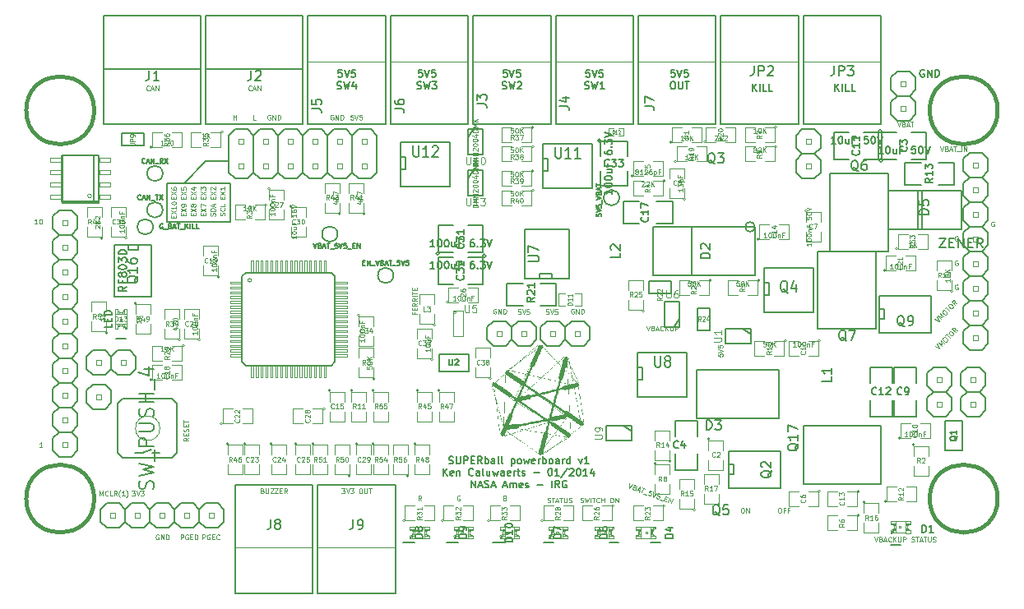
<source format=gto>
G04 (created by PCBNEW (2013-07-07 BZR 4022)-stable) date 1/10/2014 2:28:04 PM*
%MOIN*%
G04 Gerber Fmt 3.4, Leading zero omitted, Abs format*
%FSLAX34Y34*%
G01*
G70*
G90*
G04 APERTURE LIST*
%ADD10C,0.00590551*%
%ADD11C,0.00787402*%
%ADD12C,0.00492126*%
%ADD13C,0.00738189*%
%ADD14C,0.0026*%
%ADD15C,0.006*%
%ADD16C,0.005*%
%ADD17C,0.0039*%
%ADD18C,0.004*%
%ADD19C,0.002*%
%ADD20C,0.00393701*%
%ADD21C,0.008*%
%ADD22C,0.0025*%
%ADD23C,0.003*%
%ADD24C,0.0047*%
%ADD25C,0.0028*%
%ADD26C,0.015*%
%ADD27C,0.0031*%
%ADD28C,3.93701e-005*%
%ADD29C,0.0043*%
%ADD30C,0.0045*%
%ADD31C,0.01*%
G04 APERTURE END LIST*
G54D10*
G54D11*
X11515Y-19094D02*
X11909Y-19094D01*
X42913Y-27460D02*
X43307Y-27460D01*
X26771Y-27362D02*
X27263Y-27362D01*
X24901Y-27362D02*
X25393Y-27362D01*
X23129Y-27362D02*
X23622Y-27362D01*
X33169Y-27362D02*
X33562Y-27362D01*
X31496Y-27362D02*
X31889Y-27362D01*
X28838Y-27362D02*
X29232Y-27362D01*
G54D12*
X26916Y-17904D02*
X26898Y-17894D01*
X26870Y-17894D01*
X26841Y-17904D01*
X26823Y-17922D01*
X26813Y-17941D01*
X26804Y-17979D01*
X26804Y-18007D01*
X26813Y-18044D01*
X26823Y-18063D01*
X26841Y-18082D01*
X26870Y-18091D01*
X26888Y-18091D01*
X26916Y-18082D01*
X26926Y-18072D01*
X26926Y-18007D01*
X26888Y-18007D01*
X27010Y-18091D02*
X27010Y-17894D01*
X27123Y-18091D01*
X27123Y-17894D01*
X27216Y-18091D02*
X27216Y-17894D01*
X27263Y-17894D01*
X27291Y-17904D01*
X27310Y-17922D01*
X27320Y-17941D01*
X27329Y-17979D01*
X27329Y-18007D01*
X27320Y-18044D01*
X27310Y-18063D01*
X27291Y-18082D01*
X27263Y-18091D01*
X27216Y-18091D01*
X30066Y-17904D02*
X30047Y-17894D01*
X30019Y-17894D01*
X29991Y-17904D01*
X29972Y-17922D01*
X29963Y-17941D01*
X29954Y-17979D01*
X29954Y-18007D01*
X29963Y-18044D01*
X29972Y-18063D01*
X29991Y-18082D01*
X30019Y-18091D01*
X30038Y-18091D01*
X30066Y-18082D01*
X30075Y-18072D01*
X30075Y-18007D01*
X30038Y-18007D01*
X30160Y-18091D02*
X30160Y-17894D01*
X30272Y-18091D01*
X30272Y-17894D01*
X30366Y-18091D02*
X30366Y-17894D01*
X30413Y-17894D01*
X30441Y-17904D01*
X30460Y-17922D01*
X30469Y-17941D01*
X30479Y-17979D01*
X30479Y-18007D01*
X30469Y-18044D01*
X30460Y-18063D01*
X30441Y-18082D01*
X30413Y-18091D01*
X30366Y-18091D01*
X29041Y-17914D02*
X28948Y-17914D01*
X28938Y-18008D01*
X28948Y-17998D01*
X28967Y-17989D01*
X29013Y-17989D01*
X29032Y-17998D01*
X29041Y-18008D01*
X29051Y-18026D01*
X29051Y-18073D01*
X29041Y-18092D01*
X29032Y-18101D01*
X29013Y-18111D01*
X28967Y-18111D01*
X28948Y-18101D01*
X28938Y-18092D01*
X29107Y-17914D02*
X29173Y-18111D01*
X29238Y-17914D01*
X29398Y-17914D02*
X29304Y-17914D01*
X29295Y-18008D01*
X29304Y-17998D01*
X29323Y-17989D01*
X29370Y-17989D01*
X29388Y-17998D01*
X29398Y-18008D01*
X29407Y-18026D01*
X29407Y-18073D01*
X29398Y-18092D01*
X29388Y-18101D01*
X29370Y-18111D01*
X29323Y-18111D01*
X29304Y-18101D01*
X29295Y-18092D01*
X27900Y-17914D02*
X27806Y-17914D01*
X27797Y-18008D01*
X27806Y-17998D01*
X27825Y-17989D01*
X27872Y-17989D01*
X27890Y-17998D01*
X27900Y-18008D01*
X27909Y-18026D01*
X27909Y-18073D01*
X27900Y-18092D01*
X27890Y-18101D01*
X27872Y-18111D01*
X27825Y-18111D01*
X27806Y-18101D01*
X27797Y-18092D01*
X27965Y-17914D02*
X28031Y-18111D01*
X28097Y-17914D01*
X28256Y-17914D02*
X28162Y-17914D01*
X28153Y-18008D01*
X28162Y-17998D01*
X28181Y-17989D01*
X28228Y-17989D01*
X28247Y-17998D01*
X28256Y-18008D01*
X28265Y-18026D01*
X28265Y-18073D01*
X28256Y-18092D01*
X28247Y-18101D01*
X28228Y-18111D01*
X28181Y-18111D01*
X28162Y-18101D01*
X28153Y-18092D01*
G54D11*
X15157Y-11909D02*
X16043Y-11909D01*
X14271Y-12795D02*
X15157Y-11909D01*
X13582Y-12795D02*
X13681Y-12795D01*
X13582Y-14370D02*
X13582Y-12795D01*
X13681Y-14370D02*
X13582Y-14370D01*
X16141Y-14370D02*
X13681Y-14370D01*
X16141Y-14271D02*
X16141Y-14370D01*
X16141Y-12795D02*
X16141Y-14271D01*
X13681Y-12795D02*
X16141Y-12795D01*
G54D12*
X15916Y-14112D02*
X15926Y-14084D01*
X15926Y-14037D01*
X15916Y-14018D01*
X15907Y-14009D01*
X15888Y-13999D01*
X15869Y-13999D01*
X15851Y-14009D01*
X15841Y-14018D01*
X15832Y-14037D01*
X15823Y-14074D01*
X15813Y-14093D01*
X15804Y-14102D01*
X15785Y-14112D01*
X15766Y-14112D01*
X15748Y-14102D01*
X15738Y-14093D01*
X15729Y-14074D01*
X15729Y-14027D01*
X15738Y-13999D01*
X15907Y-13802D02*
X15916Y-13812D01*
X15926Y-13840D01*
X15926Y-13859D01*
X15916Y-13887D01*
X15898Y-13906D01*
X15879Y-13915D01*
X15841Y-13924D01*
X15813Y-13924D01*
X15776Y-13915D01*
X15757Y-13906D01*
X15738Y-13887D01*
X15729Y-13859D01*
X15729Y-13840D01*
X15738Y-13812D01*
X15748Y-13802D01*
X15926Y-13624D02*
X15926Y-13718D01*
X15729Y-13718D01*
X15523Y-14116D02*
X15532Y-14088D01*
X15532Y-14041D01*
X15523Y-14023D01*
X15513Y-14013D01*
X15494Y-14004D01*
X15476Y-14004D01*
X15457Y-14013D01*
X15448Y-14023D01*
X15438Y-14041D01*
X15429Y-14079D01*
X15419Y-14098D01*
X15410Y-14107D01*
X15391Y-14116D01*
X15373Y-14116D01*
X15354Y-14107D01*
X15344Y-14098D01*
X15335Y-14079D01*
X15335Y-14032D01*
X15344Y-14004D01*
X15532Y-13920D02*
X15335Y-13920D01*
X15335Y-13873D01*
X15344Y-13845D01*
X15363Y-13826D01*
X15382Y-13817D01*
X15419Y-13807D01*
X15448Y-13807D01*
X15485Y-13817D01*
X15504Y-13826D01*
X15523Y-13845D01*
X15532Y-13873D01*
X15532Y-13920D01*
X15476Y-13732D02*
X15476Y-13638D01*
X15532Y-13751D02*
X15335Y-13685D01*
X15532Y-13620D01*
X15035Y-14107D02*
X15035Y-14041D01*
X15138Y-14013D02*
X15138Y-14107D01*
X14941Y-14107D01*
X14941Y-14013D01*
X14941Y-13948D02*
X15138Y-13817D01*
X14941Y-13817D02*
X15138Y-13948D01*
X14941Y-13760D02*
X14941Y-13629D01*
X15138Y-13713D01*
X14641Y-14107D02*
X14641Y-14041D01*
X14745Y-14013D02*
X14745Y-14107D01*
X14548Y-14107D01*
X14548Y-14013D01*
X14548Y-13948D02*
X14745Y-13817D01*
X14548Y-13817D02*
X14745Y-13948D01*
X14632Y-13713D02*
X14623Y-13732D01*
X14613Y-13742D01*
X14595Y-13751D01*
X14585Y-13751D01*
X14566Y-13742D01*
X14557Y-13732D01*
X14548Y-13713D01*
X14548Y-13676D01*
X14557Y-13657D01*
X14566Y-13648D01*
X14585Y-13638D01*
X14595Y-13638D01*
X14613Y-13648D01*
X14623Y-13657D01*
X14632Y-13676D01*
X14632Y-13713D01*
X14641Y-13732D01*
X14651Y-13742D01*
X14670Y-13751D01*
X14707Y-13751D01*
X14726Y-13742D01*
X14735Y-13732D01*
X14745Y-13713D01*
X14745Y-13676D01*
X14735Y-13657D01*
X14726Y-13648D01*
X14707Y-13638D01*
X14670Y-13638D01*
X14651Y-13648D01*
X14641Y-13657D01*
X14632Y-13676D01*
X14248Y-14107D02*
X14248Y-14041D01*
X14351Y-14013D02*
X14351Y-14107D01*
X14154Y-14107D01*
X14154Y-14013D01*
X14154Y-13948D02*
X14351Y-13817D01*
X14154Y-13817D02*
X14351Y-13948D01*
X14351Y-13732D02*
X14351Y-13695D01*
X14341Y-13676D01*
X14332Y-13667D01*
X14304Y-13648D01*
X14266Y-13638D01*
X14191Y-13638D01*
X14173Y-13648D01*
X14163Y-13657D01*
X14154Y-13676D01*
X14154Y-13713D01*
X14163Y-13732D01*
X14173Y-13742D01*
X14191Y-13751D01*
X14238Y-13751D01*
X14257Y-13742D01*
X14266Y-13732D01*
X14276Y-13713D01*
X14276Y-13676D01*
X14266Y-13657D01*
X14257Y-13648D01*
X14238Y-13638D01*
X13854Y-14201D02*
X13854Y-14135D01*
X13957Y-14107D02*
X13957Y-14201D01*
X13760Y-14201D01*
X13760Y-14107D01*
X13760Y-14041D02*
X13957Y-13910D01*
X13760Y-13910D02*
X13957Y-14041D01*
X13957Y-13732D02*
X13957Y-13845D01*
X13957Y-13788D02*
X13760Y-13788D01*
X13788Y-13807D01*
X13807Y-13826D01*
X13817Y-13845D01*
X13760Y-13610D02*
X13760Y-13592D01*
X13770Y-13573D01*
X13779Y-13563D01*
X13798Y-13554D01*
X13835Y-13545D01*
X13882Y-13545D01*
X13920Y-13554D01*
X13938Y-13563D01*
X13948Y-13573D01*
X13957Y-13592D01*
X13957Y-13610D01*
X13948Y-13629D01*
X13938Y-13638D01*
X13920Y-13648D01*
X13882Y-13657D01*
X13835Y-13657D01*
X13798Y-13648D01*
X13779Y-13638D01*
X13770Y-13629D01*
X13760Y-13610D01*
X13854Y-13418D02*
X13854Y-13353D01*
X13957Y-13324D02*
X13957Y-13418D01*
X13760Y-13418D01*
X13760Y-13324D01*
X13760Y-13259D02*
X13957Y-13128D01*
X13760Y-13128D02*
X13957Y-13259D01*
X13760Y-12968D02*
X13760Y-13006D01*
X13770Y-13024D01*
X13779Y-13034D01*
X13807Y-13053D01*
X13845Y-13062D01*
X13920Y-13062D01*
X13938Y-13053D01*
X13948Y-13043D01*
X13957Y-13024D01*
X13957Y-12987D01*
X13948Y-12968D01*
X13938Y-12959D01*
X13920Y-12949D01*
X13873Y-12949D01*
X13854Y-12959D01*
X13845Y-12968D01*
X13835Y-12987D01*
X13835Y-13024D01*
X13845Y-13043D01*
X13854Y-13053D01*
X13873Y-13062D01*
X14248Y-13418D02*
X14248Y-13353D01*
X14351Y-13324D02*
X14351Y-13418D01*
X14154Y-13418D01*
X14154Y-13324D01*
X14154Y-13259D02*
X14351Y-13128D01*
X14154Y-13128D02*
X14351Y-13259D01*
X14154Y-12959D02*
X14154Y-13053D01*
X14248Y-13062D01*
X14238Y-13053D01*
X14229Y-13034D01*
X14229Y-12987D01*
X14238Y-12968D01*
X14248Y-12959D01*
X14266Y-12949D01*
X14313Y-12949D01*
X14332Y-12959D01*
X14341Y-12968D01*
X14351Y-12987D01*
X14351Y-13034D01*
X14341Y-13053D01*
X14332Y-13062D01*
X14641Y-13418D02*
X14641Y-13353D01*
X14745Y-13324D02*
X14745Y-13418D01*
X14548Y-13418D01*
X14548Y-13324D01*
X14548Y-13259D02*
X14745Y-13128D01*
X14548Y-13128D02*
X14745Y-13259D01*
X14613Y-12968D02*
X14745Y-12968D01*
X14538Y-13015D02*
X14679Y-13062D01*
X14679Y-12940D01*
X15035Y-13418D02*
X15035Y-13353D01*
X15138Y-13324D02*
X15138Y-13418D01*
X14941Y-13418D01*
X14941Y-13324D01*
X14941Y-13259D02*
X15138Y-13128D01*
X14941Y-13128D02*
X15138Y-13259D01*
X14941Y-13071D02*
X14941Y-12949D01*
X15016Y-13015D01*
X15016Y-12987D01*
X15026Y-12968D01*
X15035Y-12959D01*
X15054Y-12949D01*
X15101Y-12949D01*
X15119Y-12959D01*
X15129Y-12968D01*
X15138Y-12987D01*
X15138Y-13043D01*
X15129Y-13062D01*
X15119Y-13071D01*
X15429Y-13418D02*
X15429Y-13353D01*
X15532Y-13324D02*
X15532Y-13418D01*
X15335Y-13418D01*
X15335Y-13324D01*
X15335Y-13259D02*
X15532Y-13128D01*
X15335Y-13128D02*
X15532Y-13259D01*
X15354Y-13062D02*
X15344Y-13053D01*
X15335Y-13034D01*
X15335Y-12987D01*
X15344Y-12968D01*
X15354Y-12959D01*
X15373Y-12949D01*
X15391Y-12949D01*
X15419Y-12959D01*
X15532Y-13071D01*
X15532Y-12949D01*
X15823Y-13418D02*
X15823Y-13353D01*
X15926Y-13324D02*
X15926Y-13418D01*
X15729Y-13418D01*
X15729Y-13324D01*
X15729Y-13259D02*
X15926Y-13128D01*
X15729Y-13128D02*
X15926Y-13259D01*
X15926Y-12949D02*
X15926Y-13062D01*
X15926Y-13006D02*
X15729Y-13006D01*
X15757Y-13024D01*
X15776Y-13043D01*
X15785Y-13062D01*
X8328Y-14449D02*
X8216Y-14449D01*
X8272Y-14449D02*
X8272Y-14252D01*
X8253Y-14281D01*
X8234Y-14299D01*
X8216Y-14309D01*
X8450Y-14252D02*
X8469Y-14252D01*
X8488Y-14262D01*
X8497Y-14271D01*
X8506Y-14290D01*
X8516Y-14327D01*
X8516Y-14374D01*
X8506Y-14412D01*
X8497Y-14431D01*
X8488Y-14440D01*
X8469Y-14449D01*
X8450Y-14449D01*
X8431Y-14440D01*
X8422Y-14431D01*
X8413Y-14412D01*
X8403Y-14374D01*
X8403Y-14327D01*
X8413Y-14290D01*
X8422Y-14271D01*
X8431Y-14262D01*
X8450Y-14252D01*
X8520Y-23504D02*
X8408Y-23504D01*
X8464Y-23504D02*
X8464Y-23308D01*
X8445Y-23336D01*
X8427Y-23354D01*
X8408Y-23364D01*
X14449Y-23120D02*
X14356Y-23186D01*
X14449Y-23233D02*
X14252Y-23233D01*
X14252Y-23158D01*
X14262Y-23139D01*
X14271Y-23129D01*
X14290Y-23120D01*
X14318Y-23120D01*
X14337Y-23129D01*
X14346Y-23139D01*
X14356Y-23158D01*
X14356Y-23233D01*
X14346Y-23036D02*
X14346Y-22970D01*
X14449Y-22942D02*
X14449Y-23036D01*
X14252Y-23036D01*
X14252Y-22942D01*
X14440Y-22867D02*
X14449Y-22839D01*
X14449Y-22792D01*
X14440Y-22773D01*
X14431Y-22764D01*
X14412Y-22754D01*
X14393Y-22754D01*
X14374Y-22764D01*
X14365Y-22773D01*
X14356Y-22792D01*
X14346Y-22829D01*
X14337Y-22848D01*
X14327Y-22858D01*
X14309Y-22867D01*
X14290Y-22867D01*
X14271Y-22858D01*
X14262Y-22848D01*
X14252Y-22829D01*
X14252Y-22783D01*
X14262Y-22754D01*
X14346Y-22670D02*
X14346Y-22604D01*
X14449Y-22576D02*
X14449Y-22670D01*
X14252Y-22670D01*
X14252Y-22576D01*
X14252Y-22520D02*
X14252Y-22408D01*
X14449Y-22464D02*
X14252Y-22464D01*
X44924Y-11300D02*
X44989Y-11497D01*
X45055Y-11300D01*
X45186Y-11393D02*
X45214Y-11403D01*
X45224Y-11412D01*
X45233Y-11431D01*
X45233Y-11459D01*
X45224Y-11478D01*
X45214Y-11487D01*
X45195Y-11497D01*
X45120Y-11497D01*
X45120Y-11300D01*
X45186Y-11300D01*
X45205Y-11309D01*
X45214Y-11318D01*
X45224Y-11337D01*
X45224Y-11356D01*
X45214Y-11375D01*
X45205Y-11384D01*
X45186Y-11393D01*
X45120Y-11393D01*
X45308Y-11440D02*
X45402Y-11440D01*
X45289Y-11497D02*
X45355Y-11300D01*
X45420Y-11497D01*
X45458Y-11300D02*
X45570Y-11300D01*
X45514Y-11497D02*
X45514Y-11300D01*
X45589Y-11515D02*
X45739Y-11515D01*
X45786Y-11497D02*
X45786Y-11300D01*
X45880Y-11497D02*
X45880Y-11300D01*
X45992Y-11497D01*
X45992Y-11300D01*
X43180Y-10315D02*
X43246Y-10512D01*
X43311Y-10315D01*
X43443Y-10409D02*
X43471Y-10419D01*
X43480Y-10428D01*
X43489Y-10447D01*
X43489Y-10475D01*
X43480Y-10494D01*
X43471Y-10503D01*
X43452Y-10512D01*
X43377Y-10512D01*
X43377Y-10315D01*
X43443Y-10315D01*
X43461Y-10325D01*
X43471Y-10334D01*
X43480Y-10353D01*
X43480Y-10372D01*
X43471Y-10390D01*
X43461Y-10400D01*
X43443Y-10409D01*
X43377Y-10409D01*
X43564Y-10456D02*
X43658Y-10456D01*
X43546Y-10512D02*
X43611Y-10315D01*
X43677Y-10512D01*
X43714Y-10315D02*
X43827Y-10315D01*
X43771Y-10512D02*
X43771Y-10315D01*
X47098Y-14360D02*
X47080Y-14351D01*
X47051Y-14351D01*
X47023Y-14360D01*
X47005Y-14379D01*
X46995Y-14398D01*
X46986Y-14435D01*
X46986Y-14463D01*
X46995Y-14501D01*
X47005Y-14520D01*
X47023Y-14538D01*
X47051Y-14548D01*
X47070Y-14548D01*
X47098Y-14538D01*
X47108Y-14529D01*
X47108Y-14463D01*
X47070Y-14463D01*
X45622Y-14951D02*
X45603Y-14941D01*
X45575Y-14941D01*
X45547Y-14951D01*
X45528Y-14970D01*
X45519Y-14988D01*
X45509Y-15026D01*
X45509Y-15054D01*
X45519Y-15091D01*
X45528Y-15110D01*
X45547Y-15129D01*
X45575Y-15138D01*
X45594Y-15138D01*
X45622Y-15129D01*
X45631Y-15119D01*
X45631Y-15054D01*
X45594Y-15054D01*
X45622Y-15935D02*
X45603Y-15926D01*
X45575Y-15926D01*
X45547Y-15935D01*
X45528Y-15954D01*
X45519Y-15973D01*
X45509Y-16010D01*
X45509Y-16038D01*
X45519Y-16076D01*
X45528Y-16094D01*
X45547Y-16113D01*
X45575Y-16122D01*
X45594Y-16122D01*
X45622Y-16113D01*
X45631Y-16104D01*
X45631Y-16038D01*
X45594Y-16038D01*
X45622Y-16919D02*
X45603Y-16910D01*
X45575Y-16910D01*
X45547Y-16919D01*
X45528Y-16938D01*
X45519Y-16957D01*
X45509Y-16994D01*
X45509Y-17022D01*
X45519Y-17060D01*
X45528Y-17079D01*
X45547Y-17097D01*
X45575Y-17107D01*
X45594Y-17107D01*
X45622Y-17097D01*
X45631Y-17088D01*
X45631Y-17022D01*
X45594Y-17022D01*
X44699Y-19406D02*
X44885Y-19498D01*
X44792Y-19313D01*
X44978Y-19406D02*
X44839Y-19266D01*
X44984Y-19319D01*
X44931Y-19174D01*
X45071Y-19313D01*
X45024Y-19081D02*
X45051Y-19054D01*
X45071Y-19048D01*
X45097Y-19048D01*
X45130Y-19067D01*
X45177Y-19114D01*
X45197Y-19147D01*
X45197Y-19174D01*
X45190Y-19193D01*
X45163Y-19220D01*
X45144Y-19227D01*
X45117Y-19227D01*
X45084Y-19207D01*
X45037Y-19160D01*
X45018Y-19127D01*
X45018Y-19101D01*
X45024Y-19081D01*
X45124Y-18981D02*
X45203Y-18902D01*
X45303Y-19081D02*
X45163Y-18942D01*
X45276Y-18829D02*
X45303Y-18802D01*
X45322Y-18796D01*
X45349Y-18796D01*
X45382Y-18816D01*
X45429Y-18862D01*
X45448Y-18895D01*
X45448Y-18922D01*
X45442Y-18942D01*
X45415Y-18968D01*
X45395Y-18975D01*
X45369Y-18975D01*
X45336Y-18955D01*
X45289Y-18908D01*
X45269Y-18875D01*
X45269Y-18849D01*
X45276Y-18829D01*
X45614Y-18769D02*
X45501Y-18749D01*
X45535Y-18849D02*
X45395Y-18710D01*
X45448Y-18657D01*
X45468Y-18650D01*
X45482Y-18650D01*
X45501Y-18657D01*
X45521Y-18676D01*
X45528Y-18696D01*
X45528Y-18710D01*
X45521Y-18729D01*
X45468Y-18782D01*
X44680Y-18303D02*
X44865Y-18396D01*
X44773Y-18210D01*
X44958Y-18303D02*
X44819Y-18164D01*
X44965Y-18217D01*
X44912Y-18071D01*
X45051Y-18210D01*
X45005Y-17978D02*
X45031Y-17952D01*
X45051Y-17945D01*
X45077Y-17945D01*
X45111Y-17965D01*
X45157Y-18012D01*
X45177Y-18045D01*
X45177Y-18071D01*
X45170Y-18091D01*
X45144Y-18118D01*
X45124Y-18124D01*
X45097Y-18124D01*
X45064Y-18104D01*
X45018Y-18058D01*
X44998Y-18025D01*
X44998Y-17998D01*
X45005Y-17978D01*
X45104Y-17879D02*
X45183Y-17799D01*
X45283Y-17978D02*
X45144Y-17839D01*
X45256Y-17726D02*
X45283Y-17700D01*
X45303Y-17693D01*
X45329Y-17693D01*
X45362Y-17713D01*
X45409Y-17760D01*
X45429Y-17793D01*
X45429Y-17819D01*
X45422Y-17839D01*
X45396Y-17866D01*
X45376Y-17872D01*
X45349Y-17872D01*
X45316Y-17852D01*
X45270Y-17806D01*
X45250Y-17773D01*
X45250Y-17746D01*
X45256Y-17726D01*
X45594Y-17667D02*
X45482Y-17647D01*
X45515Y-17746D02*
X45376Y-17607D01*
X45429Y-17554D01*
X45449Y-17548D01*
X45462Y-17548D01*
X45482Y-17554D01*
X45502Y-17574D01*
X45508Y-17594D01*
X45508Y-17607D01*
X45502Y-17627D01*
X45449Y-17680D01*
X21128Y-10020D02*
X21034Y-10020D01*
X21025Y-10114D01*
X21034Y-10104D01*
X21053Y-10095D01*
X21100Y-10095D01*
X21119Y-10104D01*
X21128Y-10114D01*
X21137Y-10133D01*
X21137Y-10179D01*
X21128Y-10198D01*
X21119Y-10208D01*
X21100Y-10217D01*
X21053Y-10217D01*
X21034Y-10208D01*
X21025Y-10198D01*
X21194Y-10020D02*
X21259Y-10217D01*
X21325Y-10020D01*
X21484Y-10020D02*
X21391Y-10020D01*
X21381Y-10114D01*
X21391Y-10104D01*
X21409Y-10095D01*
X21456Y-10095D01*
X21475Y-10104D01*
X21484Y-10114D01*
X21494Y-10133D01*
X21494Y-10179D01*
X21484Y-10198D01*
X21475Y-10208D01*
X21456Y-10217D01*
X21409Y-10217D01*
X21391Y-10208D01*
X21381Y-10198D01*
X16282Y-10217D02*
X16282Y-10020D01*
X16282Y-10114D02*
X16394Y-10114D01*
X16394Y-10217D02*
X16394Y-10020D01*
X17186Y-10217D02*
X17093Y-10217D01*
X17093Y-10020D01*
X17763Y-10029D02*
X17744Y-10020D01*
X17716Y-10020D01*
X17688Y-10029D01*
X17669Y-10048D01*
X17660Y-10067D01*
X17650Y-10104D01*
X17650Y-10133D01*
X17660Y-10170D01*
X17669Y-10189D01*
X17688Y-10208D01*
X17716Y-10217D01*
X17735Y-10217D01*
X17763Y-10208D01*
X17772Y-10198D01*
X17772Y-10133D01*
X17735Y-10133D01*
X17857Y-10217D02*
X17857Y-10020D01*
X17969Y-10217D01*
X17969Y-10020D01*
X18063Y-10217D02*
X18063Y-10020D01*
X18110Y-10020D01*
X18138Y-10029D01*
X18157Y-10048D01*
X18166Y-10067D01*
X18175Y-10104D01*
X18175Y-10133D01*
X18166Y-10170D01*
X18157Y-10189D01*
X18138Y-10208D01*
X18110Y-10217D01*
X18063Y-10217D01*
X20322Y-10029D02*
X20303Y-10020D01*
X20275Y-10020D01*
X20247Y-10029D01*
X20228Y-10048D01*
X20219Y-10067D01*
X20209Y-10104D01*
X20209Y-10133D01*
X20219Y-10170D01*
X20228Y-10189D01*
X20247Y-10208D01*
X20275Y-10217D01*
X20294Y-10217D01*
X20322Y-10208D01*
X20331Y-10198D01*
X20331Y-10133D01*
X20294Y-10133D01*
X20416Y-10217D02*
X20416Y-10020D01*
X20528Y-10217D01*
X20528Y-10020D01*
X20622Y-10217D02*
X20622Y-10020D01*
X20669Y-10020D01*
X20697Y-10029D01*
X20716Y-10048D01*
X20725Y-10067D01*
X20734Y-10104D01*
X20734Y-10133D01*
X20725Y-10170D01*
X20716Y-10189D01*
X20697Y-10208D01*
X20669Y-10217D01*
X20622Y-10217D01*
X42257Y-27146D02*
X42322Y-27343D01*
X42388Y-27146D01*
X42519Y-27240D02*
X42547Y-27249D01*
X42557Y-27259D01*
X42566Y-27277D01*
X42566Y-27305D01*
X42557Y-27324D01*
X42547Y-27334D01*
X42529Y-27343D01*
X42454Y-27343D01*
X42454Y-27146D01*
X42519Y-27146D01*
X42538Y-27155D01*
X42547Y-27165D01*
X42557Y-27184D01*
X42557Y-27202D01*
X42547Y-27221D01*
X42538Y-27230D01*
X42519Y-27240D01*
X42454Y-27240D01*
X42641Y-27287D02*
X42735Y-27287D01*
X42622Y-27343D02*
X42688Y-27146D01*
X42754Y-27343D01*
X42932Y-27324D02*
X42922Y-27334D01*
X42894Y-27343D01*
X42875Y-27343D01*
X42847Y-27334D01*
X42829Y-27315D01*
X42819Y-27296D01*
X42810Y-27259D01*
X42810Y-27230D01*
X42819Y-27193D01*
X42829Y-27174D01*
X42847Y-27155D01*
X42875Y-27146D01*
X42894Y-27146D01*
X42922Y-27155D01*
X42932Y-27165D01*
X43016Y-27343D02*
X43016Y-27146D01*
X43128Y-27343D02*
X43044Y-27230D01*
X43128Y-27146D02*
X43016Y-27259D01*
X43213Y-27146D02*
X43213Y-27305D01*
X43222Y-27324D01*
X43232Y-27334D01*
X43250Y-27343D01*
X43288Y-27343D01*
X43307Y-27334D01*
X43316Y-27324D01*
X43325Y-27305D01*
X43325Y-27146D01*
X43419Y-27343D02*
X43419Y-27146D01*
X43494Y-27146D01*
X43513Y-27155D01*
X43522Y-27165D01*
X43532Y-27184D01*
X43532Y-27212D01*
X43522Y-27230D01*
X43513Y-27240D01*
X43494Y-27249D01*
X43419Y-27249D01*
X43757Y-27334D02*
X43785Y-27343D01*
X43832Y-27343D01*
X43850Y-27334D01*
X43860Y-27324D01*
X43869Y-27305D01*
X43869Y-27287D01*
X43860Y-27268D01*
X43850Y-27259D01*
X43832Y-27249D01*
X43794Y-27240D01*
X43775Y-27230D01*
X43766Y-27221D01*
X43757Y-27202D01*
X43757Y-27184D01*
X43766Y-27165D01*
X43775Y-27155D01*
X43794Y-27146D01*
X43841Y-27146D01*
X43869Y-27155D01*
X43925Y-27146D02*
X44038Y-27146D01*
X43982Y-27343D02*
X43982Y-27146D01*
X44094Y-27287D02*
X44188Y-27287D01*
X44075Y-27343D02*
X44141Y-27146D01*
X44206Y-27343D01*
X44244Y-27146D02*
X44356Y-27146D01*
X44300Y-27343D02*
X44300Y-27146D01*
X44422Y-27146D02*
X44422Y-27305D01*
X44431Y-27324D01*
X44441Y-27334D01*
X44460Y-27343D01*
X44497Y-27343D01*
X44516Y-27334D01*
X44525Y-27324D01*
X44535Y-27305D01*
X44535Y-27146D01*
X44619Y-27334D02*
X44647Y-27343D01*
X44694Y-27343D01*
X44713Y-27334D01*
X44722Y-27324D01*
X44731Y-27305D01*
X44731Y-27287D01*
X44722Y-27268D01*
X44713Y-27259D01*
X44694Y-27249D01*
X44656Y-27240D01*
X44638Y-27230D01*
X44628Y-27221D01*
X44619Y-27202D01*
X44619Y-27184D01*
X44628Y-27165D01*
X44638Y-27155D01*
X44656Y-27146D01*
X44703Y-27146D01*
X44731Y-27155D01*
G54D13*
X20669Y-8190D02*
X20528Y-8190D01*
X20514Y-8330D01*
X20528Y-8316D01*
X20556Y-8302D01*
X20627Y-8302D01*
X20655Y-8316D01*
X20669Y-8330D01*
X20683Y-8359D01*
X20683Y-8429D01*
X20669Y-8457D01*
X20655Y-8471D01*
X20627Y-8485D01*
X20556Y-8485D01*
X20528Y-8471D01*
X20514Y-8457D01*
X20767Y-8190D02*
X20866Y-8485D01*
X20964Y-8190D01*
X21203Y-8190D02*
X21062Y-8190D01*
X21048Y-8330D01*
X21062Y-8316D01*
X21091Y-8302D01*
X21161Y-8302D01*
X21189Y-8316D01*
X21203Y-8330D01*
X21217Y-8359D01*
X21217Y-8429D01*
X21203Y-8457D01*
X21189Y-8471D01*
X21161Y-8485D01*
X21091Y-8485D01*
X21062Y-8471D01*
X21048Y-8457D01*
X20472Y-8958D02*
X20514Y-8972D01*
X20584Y-8972D01*
X20613Y-8958D01*
X20627Y-8944D01*
X20641Y-8916D01*
X20641Y-8888D01*
X20627Y-8860D01*
X20613Y-8846D01*
X20584Y-8832D01*
X20528Y-8818D01*
X20500Y-8804D01*
X20486Y-8790D01*
X20472Y-8761D01*
X20472Y-8733D01*
X20486Y-8705D01*
X20500Y-8691D01*
X20528Y-8677D01*
X20598Y-8677D01*
X20641Y-8691D01*
X20739Y-8677D02*
X20809Y-8972D01*
X20866Y-8761D01*
X20922Y-8972D01*
X20992Y-8677D01*
X21231Y-8776D02*
X21231Y-8972D01*
X21161Y-8663D02*
X21091Y-8874D01*
X21273Y-8874D01*
X23917Y-8190D02*
X23776Y-8190D01*
X23762Y-8330D01*
X23776Y-8316D01*
X23804Y-8302D01*
X23875Y-8302D01*
X23903Y-8316D01*
X23917Y-8330D01*
X23931Y-8359D01*
X23931Y-8429D01*
X23917Y-8457D01*
X23903Y-8471D01*
X23875Y-8485D01*
X23804Y-8485D01*
X23776Y-8471D01*
X23762Y-8457D01*
X24015Y-8190D02*
X24114Y-8485D01*
X24212Y-8190D01*
X24451Y-8190D02*
X24311Y-8190D01*
X24296Y-8330D01*
X24311Y-8316D01*
X24339Y-8302D01*
X24409Y-8302D01*
X24437Y-8316D01*
X24451Y-8330D01*
X24465Y-8359D01*
X24465Y-8429D01*
X24451Y-8457D01*
X24437Y-8471D01*
X24409Y-8485D01*
X24339Y-8485D01*
X24311Y-8471D01*
X24296Y-8457D01*
X23720Y-8958D02*
X23762Y-8972D01*
X23832Y-8972D01*
X23861Y-8958D01*
X23875Y-8944D01*
X23889Y-8916D01*
X23889Y-8888D01*
X23875Y-8860D01*
X23861Y-8846D01*
X23832Y-8832D01*
X23776Y-8818D01*
X23748Y-8804D01*
X23734Y-8790D01*
X23720Y-8761D01*
X23720Y-8733D01*
X23734Y-8705D01*
X23748Y-8691D01*
X23776Y-8677D01*
X23847Y-8677D01*
X23889Y-8691D01*
X23987Y-8677D02*
X24057Y-8972D01*
X24114Y-8761D01*
X24170Y-8972D01*
X24240Y-8677D01*
X24325Y-8677D02*
X24507Y-8677D01*
X24409Y-8790D01*
X24451Y-8790D01*
X24479Y-8804D01*
X24493Y-8818D01*
X24507Y-8846D01*
X24507Y-8916D01*
X24493Y-8944D01*
X24479Y-8958D01*
X24451Y-8972D01*
X24367Y-8972D01*
X24339Y-8958D01*
X24325Y-8944D01*
X27362Y-8190D02*
X27221Y-8190D01*
X27207Y-8330D01*
X27221Y-8316D01*
X27249Y-8302D01*
X27320Y-8302D01*
X27348Y-8316D01*
X27362Y-8330D01*
X27376Y-8359D01*
X27376Y-8429D01*
X27362Y-8457D01*
X27348Y-8471D01*
X27320Y-8485D01*
X27249Y-8485D01*
X27221Y-8471D01*
X27207Y-8457D01*
X27460Y-8190D02*
X27559Y-8485D01*
X27657Y-8190D01*
X27896Y-8190D02*
X27755Y-8190D01*
X27741Y-8330D01*
X27755Y-8316D01*
X27784Y-8302D01*
X27854Y-8302D01*
X27882Y-8316D01*
X27896Y-8330D01*
X27910Y-8359D01*
X27910Y-8429D01*
X27896Y-8457D01*
X27882Y-8471D01*
X27854Y-8485D01*
X27784Y-8485D01*
X27755Y-8471D01*
X27741Y-8457D01*
X27165Y-8958D02*
X27207Y-8972D01*
X27277Y-8972D01*
X27305Y-8958D01*
X27320Y-8944D01*
X27334Y-8916D01*
X27334Y-8888D01*
X27320Y-8860D01*
X27305Y-8846D01*
X27277Y-8832D01*
X27221Y-8818D01*
X27193Y-8804D01*
X27179Y-8790D01*
X27165Y-8761D01*
X27165Y-8733D01*
X27179Y-8705D01*
X27193Y-8691D01*
X27221Y-8677D01*
X27291Y-8677D01*
X27334Y-8691D01*
X27432Y-8677D02*
X27502Y-8972D01*
X27559Y-8761D01*
X27615Y-8972D01*
X27685Y-8677D01*
X27784Y-8705D02*
X27798Y-8691D01*
X27826Y-8677D01*
X27896Y-8677D01*
X27924Y-8691D01*
X27938Y-8705D01*
X27952Y-8733D01*
X27952Y-8761D01*
X27938Y-8804D01*
X27769Y-8972D01*
X27952Y-8972D01*
X30708Y-8190D02*
X30568Y-8190D01*
X30553Y-8330D01*
X30568Y-8316D01*
X30596Y-8302D01*
X30666Y-8302D01*
X30694Y-8316D01*
X30708Y-8330D01*
X30722Y-8359D01*
X30722Y-8429D01*
X30708Y-8457D01*
X30694Y-8471D01*
X30666Y-8485D01*
X30596Y-8485D01*
X30568Y-8471D01*
X30553Y-8457D01*
X30807Y-8190D02*
X30905Y-8485D01*
X31003Y-8190D01*
X31242Y-8190D02*
X31102Y-8190D01*
X31088Y-8330D01*
X31102Y-8316D01*
X31130Y-8302D01*
X31200Y-8302D01*
X31228Y-8316D01*
X31242Y-8330D01*
X31257Y-8359D01*
X31257Y-8429D01*
X31242Y-8457D01*
X31228Y-8471D01*
X31200Y-8485D01*
X31130Y-8485D01*
X31102Y-8471D01*
X31088Y-8457D01*
X30511Y-8958D02*
X30553Y-8972D01*
X30624Y-8972D01*
X30652Y-8958D01*
X30666Y-8944D01*
X30680Y-8916D01*
X30680Y-8888D01*
X30666Y-8860D01*
X30652Y-8846D01*
X30624Y-8832D01*
X30568Y-8818D01*
X30539Y-8804D01*
X30525Y-8790D01*
X30511Y-8761D01*
X30511Y-8733D01*
X30525Y-8705D01*
X30539Y-8691D01*
X30568Y-8677D01*
X30638Y-8677D01*
X30680Y-8691D01*
X30778Y-8677D02*
X30849Y-8972D01*
X30905Y-8761D01*
X30961Y-8972D01*
X31032Y-8677D01*
X31299Y-8972D02*
X31130Y-8972D01*
X31214Y-8972D02*
X31214Y-8677D01*
X31186Y-8719D01*
X31158Y-8747D01*
X31130Y-8761D01*
X34153Y-8190D02*
X34012Y-8190D01*
X33998Y-8330D01*
X34012Y-8316D01*
X34041Y-8302D01*
X34111Y-8302D01*
X34139Y-8316D01*
X34153Y-8330D01*
X34167Y-8359D01*
X34167Y-8429D01*
X34153Y-8457D01*
X34139Y-8471D01*
X34111Y-8485D01*
X34041Y-8485D01*
X34012Y-8471D01*
X33998Y-8457D01*
X34251Y-8190D02*
X34350Y-8485D01*
X34448Y-8190D01*
X34687Y-8190D02*
X34547Y-8190D01*
X34533Y-8330D01*
X34547Y-8316D01*
X34575Y-8302D01*
X34645Y-8302D01*
X34673Y-8316D01*
X34687Y-8330D01*
X34701Y-8359D01*
X34701Y-8429D01*
X34687Y-8457D01*
X34673Y-8471D01*
X34645Y-8485D01*
X34575Y-8485D01*
X34547Y-8471D01*
X34533Y-8457D01*
X34055Y-8677D02*
X34111Y-8677D01*
X34139Y-8691D01*
X34167Y-8719D01*
X34181Y-8776D01*
X34181Y-8874D01*
X34167Y-8930D01*
X34139Y-8958D01*
X34111Y-8972D01*
X34055Y-8972D01*
X34026Y-8958D01*
X33998Y-8930D01*
X33984Y-8874D01*
X33984Y-8776D01*
X33998Y-8719D01*
X34026Y-8691D01*
X34055Y-8677D01*
X34308Y-8677D02*
X34308Y-8916D01*
X34322Y-8944D01*
X34336Y-8958D01*
X34364Y-8972D01*
X34420Y-8972D01*
X34448Y-8958D01*
X34462Y-8944D01*
X34476Y-8916D01*
X34476Y-8677D01*
X34575Y-8677D02*
X34744Y-8677D01*
X34659Y-8972D02*
X34659Y-8677D01*
X40656Y-9076D02*
X40656Y-8780D01*
X40825Y-9076D02*
X40698Y-8907D01*
X40825Y-8780D02*
X40656Y-8949D01*
X40951Y-9076D02*
X40951Y-8780D01*
X41233Y-9076D02*
X41092Y-9076D01*
X41092Y-8780D01*
X41472Y-9076D02*
X41331Y-9076D01*
X41331Y-8780D01*
X37310Y-9076D02*
X37310Y-8780D01*
X37478Y-9076D02*
X37352Y-8907D01*
X37478Y-8780D02*
X37310Y-8949D01*
X37605Y-9076D02*
X37605Y-8780D01*
X37886Y-9076D02*
X37746Y-9076D01*
X37746Y-8780D01*
X38125Y-9076D02*
X37985Y-9076D01*
X37985Y-8780D01*
G54D12*
X16999Y-9017D02*
X16990Y-9026D01*
X16961Y-9036D01*
X16943Y-9036D01*
X16915Y-9026D01*
X16896Y-9008D01*
X16886Y-8989D01*
X16877Y-8952D01*
X16877Y-8923D01*
X16886Y-8886D01*
X16896Y-8867D01*
X16915Y-8848D01*
X16943Y-8839D01*
X16961Y-8839D01*
X16990Y-8848D01*
X16999Y-8858D01*
X17074Y-8980D02*
X17168Y-8980D01*
X17055Y-9036D02*
X17121Y-8839D01*
X17186Y-9036D01*
X17252Y-9036D02*
X17252Y-8839D01*
X17365Y-9036D01*
X17365Y-8839D01*
X12865Y-9017D02*
X12856Y-9026D01*
X12828Y-9036D01*
X12809Y-9036D01*
X12781Y-9026D01*
X12762Y-9008D01*
X12753Y-8989D01*
X12743Y-8952D01*
X12743Y-8923D01*
X12753Y-8886D01*
X12762Y-8867D01*
X12781Y-8848D01*
X12809Y-8839D01*
X12828Y-8839D01*
X12856Y-8848D01*
X12865Y-8858D01*
X12940Y-8980D02*
X13034Y-8980D01*
X12921Y-9036D02*
X12987Y-8839D01*
X13053Y-9036D01*
X13118Y-9036D02*
X13118Y-8839D01*
X13231Y-9036D01*
X13231Y-8839D01*
X38395Y-25965D02*
X38432Y-25965D01*
X38451Y-25974D01*
X38470Y-25993D01*
X38479Y-26031D01*
X38479Y-26096D01*
X38470Y-26134D01*
X38451Y-26152D01*
X38432Y-26162D01*
X38395Y-26162D01*
X38376Y-26152D01*
X38357Y-26134D01*
X38348Y-26096D01*
X38348Y-26031D01*
X38357Y-25993D01*
X38376Y-25974D01*
X38395Y-25965D01*
X38629Y-26059D02*
X38563Y-26059D01*
X38563Y-26162D02*
X38563Y-25965D01*
X38657Y-25965D01*
X38798Y-26059D02*
X38732Y-26059D01*
X38732Y-26162D02*
X38732Y-25965D01*
X38826Y-25965D01*
X36886Y-25965D02*
X36923Y-25965D01*
X36942Y-25974D01*
X36961Y-25993D01*
X36970Y-26031D01*
X36970Y-26096D01*
X36961Y-26134D01*
X36942Y-26152D01*
X36923Y-26162D01*
X36886Y-26162D01*
X36867Y-26152D01*
X36848Y-26134D01*
X36839Y-26096D01*
X36839Y-26031D01*
X36848Y-25993D01*
X36867Y-25974D01*
X36886Y-25965D01*
X37054Y-26162D02*
X37054Y-25965D01*
X37167Y-26162D01*
X37167Y-25965D01*
X33014Y-18583D02*
X33080Y-18780D01*
X33145Y-18583D01*
X33277Y-18677D02*
X33305Y-18686D01*
X33314Y-18696D01*
X33323Y-18714D01*
X33323Y-18742D01*
X33314Y-18761D01*
X33305Y-18771D01*
X33286Y-18780D01*
X33211Y-18780D01*
X33211Y-18583D01*
X33277Y-18583D01*
X33295Y-18592D01*
X33305Y-18602D01*
X33314Y-18621D01*
X33314Y-18639D01*
X33305Y-18658D01*
X33295Y-18667D01*
X33277Y-18677D01*
X33211Y-18677D01*
X33398Y-18724D02*
X33492Y-18724D01*
X33380Y-18780D02*
X33445Y-18583D01*
X33511Y-18780D01*
X33689Y-18761D02*
X33680Y-18771D01*
X33652Y-18780D01*
X33633Y-18780D01*
X33605Y-18771D01*
X33586Y-18752D01*
X33577Y-18733D01*
X33567Y-18696D01*
X33567Y-18667D01*
X33577Y-18630D01*
X33586Y-18611D01*
X33605Y-18592D01*
X33633Y-18583D01*
X33652Y-18583D01*
X33680Y-18592D01*
X33689Y-18602D01*
X33773Y-18780D02*
X33773Y-18583D01*
X33886Y-18780D02*
X33802Y-18667D01*
X33886Y-18583D02*
X33773Y-18696D01*
X33970Y-18583D02*
X33970Y-18742D01*
X33980Y-18761D01*
X33989Y-18771D01*
X34008Y-18780D01*
X34045Y-18780D01*
X34064Y-18771D01*
X34073Y-18761D01*
X34083Y-18742D01*
X34083Y-18583D01*
X34176Y-18780D02*
X34176Y-18583D01*
X34251Y-18583D01*
X34270Y-18592D01*
X34280Y-18602D01*
X34289Y-18621D01*
X34289Y-18649D01*
X34280Y-18667D01*
X34270Y-18677D01*
X34251Y-18686D01*
X34176Y-18686D01*
X35906Y-19717D02*
X35906Y-19811D01*
X36000Y-19820D01*
X35990Y-19811D01*
X35981Y-19792D01*
X35981Y-19745D01*
X35990Y-19727D01*
X36000Y-19717D01*
X36018Y-19708D01*
X36065Y-19708D01*
X36084Y-19717D01*
X36093Y-19727D01*
X36103Y-19745D01*
X36103Y-19792D01*
X36093Y-19811D01*
X36084Y-19820D01*
X35906Y-19652D02*
X36103Y-19586D01*
X35906Y-19520D01*
X35906Y-19361D02*
X35906Y-19455D01*
X36000Y-19464D01*
X35990Y-19455D01*
X35981Y-19436D01*
X35981Y-19389D01*
X35990Y-19371D01*
X36000Y-19361D01*
X36018Y-19352D01*
X36065Y-19352D01*
X36084Y-19361D01*
X36093Y-19371D01*
X36103Y-19389D01*
X36103Y-19436D01*
X36093Y-19455D01*
X36084Y-19464D01*
X32328Y-24962D02*
X32322Y-25170D01*
X32451Y-25007D01*
X32543Y-25140D02*
X32566Y-25159D01*
X32571Y-25171D01*
X32574Y-25192D01*
X32564Y-25218D01*
X32549Y-25232D01*
X32537Y-25238D01*
X32516Y-25240D01*
X32446Y-25215D01*
X32513Y-25030D01*
X32575Y-25052D01*
X32589Y-25067D01*
X32595Y-25079D01*
X32597Y-25100D01*
X32591Y-25118D01*
X32575Y-25132D01*
X32563Y-25138D01*
X32543Y-25140D01*
X32481Y-25118D01*
X32641Y-25226D02*
X32729Y-25258D01*
X32604Y-25273D02*
X32733Y-25110D01*
X32728Y-25317D01*
X32830Y-25145D02*
X32936Y-25184D01*
X32816Y-25349D02*
X32883Y-25164D01*
X32880Y-25393D02*
X33021Y-25444D01*
X33226Y-25290D02*
X33138Y-25257D01*
X33098Y-25342D01*
X33110Y-25337D01*
X33130Y-25334D01*
X33174Y-25350D01*
X33189Y-25366D01*
X33194Y-25378D01*
X33197Y-25398D01*
X33181Y-25442D01*
X33166Y-25457D01*
X33154Y-25462D01*
X33133Y-25465D01*
X33089Y-25449D01*
X33074Y-25434D01*
X33069Y-25422D01*
X33288Y-25312D02*
X33282Y-25519D01*
X33411Y-25357D01*
X33561Y-25411D02*
X33473Y-25379D01*
X33432Y-25464D01*
X33444Y-25459D01*
X33465Y-25456D01*
X33509Y-25472D01*
X33524Y-25487D01*
X33529Y-25499D01*
X33532Y-25520D01*
X33516Y-25564D01*
X33500Y-25579D01*
X33488Y-25584D01*
X33467Y-25587D01*
X33423Y-25571D01*
X33409Y-25555D01*
X33403Y-25543D01*
X33532Y-25630D02*
X33672Y-25681D01*
X33758Y-25583D02*
X33820Y-25605D01*
X33811Y-25712D02*
X33723Y-25680D01*
X33790Y-25495D01*
X33878Y-25527D01*
X33890Y-25741D02*
X33958Y-25556D01*
X33996Y-25779D01*
X34063Y-25594D01*
X30329Y-25739D02*
X30357Y-25748D01*
X30404Y-25748D01*
X30422Y-25739D01*
X30432Y-25730D01*
X30441Y-25711D01*
X30441Y-25692D01*
X30432Y-25673D01*
X30422Y-25664D01*
X30404Y-25655D01*
X30366Y-25645D01*
X30347Y-25636D01*
X30338Y-25627D01*
X30329Y-25608D01*
X30329Y-25589D01*
X30338Y-25570D01*
X30347Y-25561D01*
X30366Y-25552D01*
X30413Y-25552D01*
X30441Y-25561D01*
X30507Y-25552D02*
X30553Y-25748D01*
X30591Y-25608D01*
X30628Y-25748D01*
X30675Y-25552D01*
X30750Y-25748D02*
X30750Y-25552D01*
X30816Y-25552D02*
X30928Y-25552D01*
X30872Y-25748D02*
X30872Y-25552D01*
X31107Y-25730D02*
X31097Y-25739D01*
X31069Y-25748D01*
X31050Y-25748D01*
X31022Y-25739D01*
X31003Y-25720D01*
X30994Y-25702D01*
X30985Y-25664D01*
X30985Y-25636D01*
X30994Y-25598D01*
X31003Y-25580D01*
X31022Y-25561D01*
X31050Y-25552D01*
X31069Y-25552D01*
X31097Y-25561D01*
X31107Y-25570D01*
X31191Y-25748D02*
X31191Y-25552D01*
X31191Y-25645D02*
X31303Y-25645D01*
X31303Y-25748D02*
X31303Y-25552D01*
X31585Y-25552D02*
X31622Y-25552D01*
X31641Y-25561D01*
X31660Y-25580D01*
X31669Y-25617D01*
X31669Y-25683D01*
X31660Y-25720D01*
X31641Y-25739D01*
X31622Y-25748D01*
X31585Y-25748D01*
X31566Y-25739D01*
X31547Y-25720D01*
X31538Y-25683D01*
X31538Y-25617D01*
X31547Y-25580D01*
X31566Y-25561D01*
X31585Y-25552D01*
X31753Y-25748D02*
X31753Y-25552D01*
X31866Y-25748D01*
X31866Y-25552D01*
X29000Y-25739D02*
X29028Y-25748D01*
X29075Y-25748D01*
X29094Y-25739D01*
X29103Y-25730D01*
X29113Y-25711D01*
X29113Y-25692D01*
X29103Y-25673D01*
X29094Y-25664D01*
X29075Y-25655D01*
X29038Y-25645D01*
X29019Y-25636D01*
X29010Y-25627D01*
X29000Y-25608D01*
X29000Y-25589D01*
X29010Y-25570D01*
X29019Y-25561D01*
X29038Y-25552D01*
X29085Y-25552D01*
X29113Y-25561D01*
X29169Y-25552D02*
X29281Y-25552D01*
X29225Y-25748D02*
X29225Y-25552D01*
X29338Y-25692D02*
X29431Y-25692D01*
X29319Y-25748D02*
X29385Y-25552D01*
X29450Y-25748D01*
X29488Y-25552D02*
X29600Y-25552D01*
X29544Y-25748D02*
X29544Y-25552D01*
X29666Y-25552D02*
X29666Y-25711D01*
X29675Y-25730D01*
X29685Y-25739D01*
X29703Y-25748D01*
X29741Y-25748D01*
X29760Y-25739D01*
X29769Y-25730D01*
X29778Y-25711D01*
X29778Y-25552D01*
X29863Y-25739D02*
X29891Y-25748D01*
X29938Y-25748D01*
X29956Y-25739D01*
X29966Y-25730D01*
X29975Y-25711D01*
X29975Y-25692D01*
X29966Y-25673D01*
X29956Y-25664D01*
X29938Y-25655D01*
X29900Y-25645D01*
X29881Y-25636D01*
X29872Y-25627D01*
X29863Y-25608D01*
X29863Y-25589D01*
X29872Y-25570D01*
X29881Y-25561D01*
X29900Y-25552D01*
X29947Y-25552D01*
X29975Y-25561D01*
X27277Y-25567D02*
X27305Y-25576D01*
X27315Y-25585D01*
X27324Y-25604D01*
X27324Y-25632D01*
X27315Y-25651D01*
X27305Y-25660D01*
X27287Y-25670D01*
X27212Y-25670D01*
X27212Y-25473D01*
X27277Y-25473D01*
X27296Y-25482D01*
X27305Y-25492D01*
X27315Y-25510D01*
X27315Y-25529D01*
X27305Y-25548D01*
X27296Y-25557D01*
X27277Y-25567D01*
X27212Y-25567D01*
X25445Y-25482D02*
X25426Y-25473D01*
X25398Y-25473D01*
X25370Y-25482D01*
X25351Y-25501D01*
X25342Y-25520D01*
X25332Y-25557D01*
X25332Y-25585D01*
X25342Y-25623D01*
X25351Y-25642D01*
X25370Y-25660D01*
X25398Y-25670D01*
X25417Y-25670D01*
X25445Y-25660D01*
X25454Y-25651D01*
X25454Y-25585D01*
X25417Y-25585D01*
X23879Y-25670D02*
X23814Y-25576D01*
X23767Y-25670D02*
X23767Y-25473D01*
X23842Y-25473D01*
X23861Y-25482D01*
X23870Y-25492D01*
X23879Y-25510D01*
X23879Y-25538D01*
X23870Y-25557D01*
X23861Y-25567D01*
X23842Y-25576D01*
X23767Y-25576D01*
X20659Y-25178D02*
X20781Y-25178D01*
X20716Y-25253D01*
X20744Y-25253D01*
X20763Y-25262D01*
X20772Y-25271D01*
X20781Y-25290D01*
X20781Y-25337D01*
X20772Y-25356D01*
X20763Y-25365D01*
X20744Y-25374D01*
X20688Y-25374D01*
X20669Y-25365D01*
X20659Y-25356D01*
X20838Y-25178D02*
X20903Y-25374D01*
X20969Y-25178D01*
X21016Y-25178D02*
X21137Y-25178D01*
X21072Y-25253D01*
X21100Y-25253D01*
X21119Y-25262D01*
X21128Y-25271D01*
X21137Y-25290D01*
X21137Y-25337D01*
X21128Y-25356D01*
X21119Y-25365D01*
X21100Y-25374D01*
X21044Y-25374D01*
X21025Y-25365D01*
X21016Y-25356D01*
X21409Y-25178D02*
X21447Y-25178D01*
X21466Y-25187D01*
X21484Y-25206D01*
X21494Y-25243D01*
X21494Y-25309D01*
X21484Y-25346D01*
X21466Y-25365D01*
X21447Y-25374D01*
X21409Y-25374D01*
X21391Y-25365D01*
X21372Y-25346D01*
X21362Y-25309D01*
X21362Y-25243D01*
X21372Y-25206D01*
X21391Y-25187D01*
X21409Y-25178D01*
X21578Y-25178D02*
X21578Y-25337D01*
X21587Y-25356D01*
X21597Y-25365D01*
X21616Y-25374D01*
X21653Y-25374D01*
X21672Y-25365D01*
X21681Y-25356D01*
X21691Y-25337D01*
X21691Y-25178D01*
X21756Y-25178D02*
X21869Y-25178D01*
X21812Y-25374D02*
X21812Y-25178D01*
X17449Y-25271D02*
X17477Y-25281D01*
X17486Y-25290D01*
X17496Y-25309D01*
X17496Y-25337D01*
X17486Y-25356D01*
X17477Y-25365D01*
X17458Y-25374D01*
X17383Y-25374D01*
X17383Y-25178D01*
X17449Y-25178D01*
X17468Y-25187D01*
X17477Y-25196D01*
X17486Y-25215D01*
X17486Y-25234D01*
X17477Y-25253D01*
X17468Y-25262D01*
X17449Y-25271D01*
X17383Y-25271D01*
X17580Y-25178D02*
X17580Y-25337D01*
X17589Y-25356D01*
X17599Y-25365D01*
X17618Y-25374D01*
X17655Y-25374D01*
X17674Y-25365D01*
X17683Y-25356D01*
X17693Y-25337D01*
X17693Y-25178D01*
X17768Y-25178D02*
X17899Y-25178D01*
X17768Y-25374D01*
X17899Y-25374D01*
X17955Y-25178D02*
X18086Y-25178D01*
X17955Y-25374D01*
X18086Y-25374D01*
X18161Y-25271D02*
X18227Y-25271D01*
X18255Y-25374D02*
X18161Y-25374D01*
X18161Y-25178D01*
X18255Y-25178D01*
X18452Y-25374D02*
X18386Y-25281D01*
X18339Y-25374D02*
X18339Y-25178D01*
X18414Y-25178D01*
X18433Y-25187D01*
X18443Y-25196D01*
X18452Y-25215D01*
X18452Y-25243D01*
X18443Y-25262D01*
X18433Y-25271D01*
X18414Y-25281D01*
X18339Y-25281D01*
X14131Y-27245D02*
X14131Y-27048D01*
X14206Y-27048D01*
X14224Y-27057D01*
X14234Y-27066D01*
X14243Y-27085D01*
X14243Y-27113D01*
X14234Y-27132D01*
X14224Y-27141D01*
X14206Y-27151D01*
X14131Y-27151D01*
X14431Y-27057D02*
X14412Y-27048D01*
X14384Y-27048D01*
X14356Y-27057D01*
X14337Y-27076D01*
X14327Y-27095D01*
X14318Y-27132D01*
X14318Y-27160D01*
X14327Y-27198D01*
X14337Y-27216D01*
X14356Y-27235D01*
X14384Y-27245D01*
X14402Y-27245D01*
X14431Y-27235D01*
X14440Y-27226D01*
X14440Y-27160D01*
X14402Y-27160D01*
X14524Y-27141D02*
X14590Y-27141D01*
X14618Y-27245D02*
X14524Y-27245D01*
X14524Y-27048D01*
X14618Y-27048D01*
X14702Y-27245D02*
X14702Y-27048D01*
X14749Y-27048D01*
X14777Y-27057D01*
X14796Y-27076D01*
X14805Y-27095D01*
X14815Y-27132D01*
X14815Y-27160D01*
X14805Y-27198D01*
X14796Y-27216D01*
X14777Y-27235D01*
X14749Y-27245D01*
X14702Y-27245D01*
X15016Y-27245D02*
X15016Y-27048D01*
X15091Y-27048D01*
X15110Y-27057D01*
X15119Y-27066D01*
X15129Y-27085D01*
X15129Y-27113D01*
X15119Y-27132D01*
X15110Y-27141D01*
X15091Y-27151D01*
X15016Y-27151D01*
X15316Y-27057D02*
X15298Y-27048D01*
X15269Y-27048D01*
X15241Y-27057D01*
X15223Y-27076D01*
X15213Y-27095D01*
X15204Y-27132D01*
X15204Y-27160D01*
X15213Y-27198D01*
X15223Y-27216D01*
X15241Y-27235D01*
X15269Y-27245D01*
X15288Y-27245D01*
X15316Y-27235D01*
X15326Y-27226D01*
X15326Y-27160D01*
X15288Y-27160D01*
X15410Y-27141D02*
X15476Y-27141D01*
X15504Y-27245D02*
X15410Y-27245D01*
X15410Y-27048D01*
X15504Y-27048D01*
X15701Y-27226D02*
X15691Y-27235D01*
X15663Y-27245D01*
X15644Y-27245D01*
X15616Y-27235D01*
X15598Y-27216D01*
X15588Y-27198D01*
X15579Y-27160D01*
X15579Y-27132D01*
X15588Y-27095D01*
X15598Y-27076D01*
X15616Y-27057D01*
X15644Y-27048D01*
X15663Y-27048D01*
X15691Y-27057D01*
X15701Y-27066D01*
X13235Y-27057D02*
X13217Y-27048D01*
X13188Y-27048D01*
X13160Y-27057D01*
X13142Y-27076D01*
X13132Y-27095D01*
X13123Y-27132D01*
X13123Y-27160D01*
X13132Y-27198D01*
X13142Y-27216D01*
X13160Y-27235D01*
X13188Y-27245D01*
X13207Y-27245D01*
X13235Y-27235D01*
X13245Y-27226D01*
X13245Y-27160D01*
X13207Y-27160D01*
X13329Y-27245D02*
X13329Y-27048D01*
X13442Y-27245D01*
X13442Y-27048D01*
X13535Y-27245D02*
X13535Y-27048D01*
X13582Y-27048D01*
X13610Y-27057D01*
X13629Y-27076D01*
X13638Y-27095D01*
X13648Y-27132D01*
X13648Y-27160D01*
X13638Y-27198D01*
X13629Y-27216D01*
X13610Y-27235D01*
X13582Y-27245D01*
X13535Y-27245D01*
X12157Y-25276D02*
X12279Y-25276D01*
X12214Y-25351D01*
X12242Y-25351D01*
X12260Y-25360D01*
X12270Y-25370D01*
X12279Y-25389D01*
X12279Y-25435D01*
X12270Y-25454D01*
X12260Y-25464D01*
X12242Y-25473D01*
X12185Y-25473D01*
X12167Y-25464D01*
X12157Y-25454D01*
X12335Y-25276D02*
X12401Y-25473D01*
X12467Y-25276D01*
X12514Y-25276D02*
X12635Y-25276D01*
X12570Y-25351D01*
X12598Y-25351D01*
X12617Y-25360D01*
X12626Y-25370D01*
X12635Y-25389D01*
X12635Y-25435D01*
X12626Y-25454D01*
X12617Y-25464D01*
X12598Y-25473D01*
X12542Y-25473D01*
X12523Y-25464D01*
X12514Y-25454D01*
X10850Y-25473D02*
X10850Y-25276D01*
X10915Y-25417D01*
X10981Y-25276D01*
X10981Y-25473D01*
X11187Y-25454D02*
X11178Y-25464D01*
X11150Y-25473D01*
X11131Y-25473D01*
X11103Y-25464D01*
X11084Y-25445D01*
X11075Y-25426D01*
X11065Y-25389D01*
X11065Y-25360D01*
X11075Y-25323D01*
X11084Y-25304D01*
X11103Y-25285D01*
X11131Y-25276D01*
X11150Y-25276D01*
X11178Y-25285D01*
X11187Y-25295D01*
X11365Y-25473D02*
X11272Y-25473D01*
X11272Y-25276D01*
X11543Y-25473D02*
X11478Y-25379D01*
X11431Y-25473D02*
X11431Y-25276D01*
X11506Y-25276D01*
X11525Y-25285D01*
X11534Y-25295D01*
X11543Y-25314D01*
X11543Y-25342D01*
X11534Y-25360D01*
X11525Y-25370D01*
X11506Y-25379D01*
X11431Y-25379D01*
X11684Y-25548D02*
X11675Y-25538D01*
X11656Y-25510D01*
X11646Y-25492D01*
X11637Y-25464D01*
X11628Y-25417D01*
X11628Y-25379D01*
X11637Y-25332D01*
X11646Y-25304D01*
X11656Y-25285D01*
X11675Y-25257D01*
X11684Y-25248D01*
X11862Y-25473D02*
X11750Y-25473D01*
X11806Y-25473D02*
X11806Y-25276D01*
X11787Y-25304D01*
X11768Y-25323D01*
X11750Y-25332D01*
X11928Y-25548D02*
X11937Y-25538D01*
X11956Y-25510D01*
X11965Y-25492D01*
X11975Y-25464D01*
X11984Y-25417D01*
X11984Y-25379D01*
X11975Y-25332D01*
X11965Y-25304D01*
X11956Y-25285D01*
X11937Y-25257D01*
X11928Y-25248D01*
G54D13*
X44263Y-8204D02*
X44235Y-8190D01*
X44192Y-8190D01*
X44150Y-8204D01*
X44122Y-8232D01*
X44108Y-8260D01*
X44094Y-8316D01*
X44094Y-8359D01*
X44108Y-8415D01*
X44122Y-8443D01*
X44150Y-8471D01*
X44192Y-8485D01*
X44221Y-8485D01*
X44263Y-8471D01*
X44277Y-8457D01*
X44277Y-8359D01*
X44221Y-8359D01*
X44403Y-8485D02*
X44403Y-8190D01*
X44572Y-8485D01*
X44572Y-8190D01*
X44713Y-8485D02*
X44713Y-8190D01*
X44783Y-8190D01*
X44825Y-8204D01*
X44853Y-8232D01*
X44867Y-8260D01*
X44881Y-8316D01*
X44881Y-8359D01*
X44867Y-8415D01*
X44853Y-8443D01*
X44825Y-8471D01*
X44783Y-8485D01*
X44713Y-8485D01*
X25001Y-24160D02*
X25043Y-24174D01*
X25113Y-24174D01*
X25142Y-24160D01*
X25156Y-24146D01*
X25170Y-24118D01*
X25170Y-24090D01*
X25156Y-24062D01*
X25142Y-24048D01*
X25113Y-24034D01*
X25057Y-24019D01*
X25029Y-24005D01*
X25015Y-23991D01*
X25001Y-23963D01*
X25001Y-23935D01*
X25015Y-23907D01*
X25029Y-23893D01*
X25057Y-23879D01*
X25127Y-23879D01*
X25170Y-23893D01*
X25296Y-23879D02*
X25296Y-24118D01*
X25310Y-24146D01*
X25324Y-24160D01*
X25352Y-24174D01*
X25409Y-24174D01*
X25437Y-24160D01*
X25451Y-24146D01*
X25465Y-24118D01*
X25465Y-23879D01*
X25606Y-24174D02*
X25606Y-23879D01*
X25718Y-23879D01*
X25746Y-23893D01*
X25760Y-23907D01*
X25774Y-23935D01*
X25774Y-23977D01*
X25760Y-24005D01*
X25746Y-24019D01*
X25718Y-24034D01*
X25606Y-24034D01*
X25901Y-24019D02*
X25999Y-24019D01*
X26041Y-24174D02*
X25901Y-24174D01*
X25901Y-23879D01*
X26041Y-23879D01*
X26337Y-24174D02*
X26238Y-24034D01*
X26168Y-24174D02*
X26168Y-23879D01*
X26280Y-23879D01*
X26309Y-23893D01*
X26323Y-23907D01*
X26337Y-23935D01*
X26337Y-23977D01*
X26323Y-24005D01*
X26309Y-24019D01*
X26280Y-24034D01*
X26168Y-24034D01*
X26463Y-24174D02*
X26463Y-23879D01*
X26463Y-23991D02*
X26491Y-23977D01*
X26548Y-23977D01*
X26576Y-23991D01*
X26590Y-24005D01*
X26604Y-24034D01*
X26604Y-24118D01*
X26590Y-24146D01*
X26576Y-24160D01*
X26548Y-24174D01*
X26491Y-24174D01*
X26463Y-24160D01*
X26857Y-24174D02*
X26857Y-24019D01*
X26843Y-23991D01*
X26815Y-23977D01*
X26758Y-23977D01*
X26730Y-23991D01*
X26857Y-24160D02*
X26829Y-24174D01*
X26758Y-24174D01*
X26730Y-24160D01*
X26716Y-24132D01*
X26716Y-24104D01*
X26730Y-24076D01*
X26758Y-24062D01*
X26829Y-24062D01*
X26857Y-24048D01*
X27040Y-24174D02*
X27012Y-24160D01*
X26998Y-24132D01*
X26998Y-23879D01*
X27194Y-24174D02*
X27166Y-24160D01*
X27152Y-24132D01*
X27152Y-23879D01*
X27532Y-23977D02*
X27532Y-24273D01*
X27532Y-23991D02*
X27560Y-23977D01*
X27616Y-23977D01*
X27644Y-23991D01*
X27658Y-24005D01*
X27672Y-24034D01*
X27672Y-24118D01*
X27658Y-24146D01*
X27644Y-24160D01*
X27616Y-24174D01*
X27560Y-24174D01*
X27532Y-24160D01*
X27841Y-24174D02*
X27813Y-24160D01*
X27799Y-24146D01*
X27785Y-24118D01*
X27785Y-24034D01*
X27799Y-24005D01*
X27813Y-23991D01*
X27841Y-23977D01*
X27883Y-23977D01*
X27911Y-23991D01*
X27926Y-24005D01*
X27940Y-24034D01*
X27940Y-24118D01*
X27926Y-24146D01*
X27911Y-24160D01*
X27883Y-24174D01*
X27841Y-24174D01*
X28038Y-23977D02*
X28094Y-24174D01*
X28151Y-24034D01*
X28207Y-24174D01*
X28263Y-23977D01*
X28488Y-24160D02*
X28460Y-24174D01*
X28404Y-24174D01*
X28375Y-24160D01*
X28361Y-24132D01*
X28361Y-24019D01*
X28375Y-23991D01*
X28404Y-23977D01*
X28460Y-23977D01*
X28488Y-23991D01*
X28502Y-24019D01*
X28502Y-24048D01*
X28361Y-24076D01*
X28629Y-24174D02*
X28629Y-23977D01*
X28629Y-24034D02*
X28643Y-24005D01*
X28657Y-23991D01*
X28685Y-23977D01*
X28713Y-23977D01*
X28811Y-24174D02*
X28811Y-23879D01*
X28811Y-23991D02*
X28839Y-23977D01*
X28896Y-23977D01*
X28924Y-23991D01*
X28938Y-24005D01*
X28952Y-24034D01*
X28952Y-24118D01*
X28938Y-24146D01*
X28924Y-24160D01*
X28896Y-24174D01*
X28839Y-24174D01*
X28811Y-24160D01*
X29121Y-24174D02*
X29093Y-24160D01*
X29079Y-24146D01*
X29064Y-24118D01*
X29064Y-24034D01*
X29079Y-24005D01*
X29093Y-23991D01*
X29121Y-23977D01*
X29163Y-23977D01*
X29191Y-23991D01*
X29205Y-24005D01*
X29219Y-24034D01*
X29219Y-24118D01*
X29205Y-24146D01*
X29191Y-24160D01*
X29163Y-24174D01*
X29121Y-24174D01*
X29472Y-24174D02*
X29472Y-24019D01*
X29458Y-23991D01*
X29430Y-23977D01*
X29374Y-23977D01*
X29346Y-23991D01*
X29472Y-24160D02*
X29444Y-24174D01*
X29374Y-24174D01*
X29346Y-24160D01*
X29332Y-24132D01*
X29332Y-24104D01*
X29346Y-24076D01*
X29374Y-24062D01*
X29444Y-24062D01*
X29472Y-24048D01*
X29613Y-24174D02*
X29613Y-23977D01*
X29613Y-24034D02*
X29627Y-24005D01*
X29641Y-23991D01*
X29669Y-23977D01*
X29697Y-23977D01*
X29922Y-24174D02*
X29922Y-23879D01*
X29922Y-24160D02*
X29894Y-24174D01*
X29838Y-24174D01*
X29810Y-24160D01*
X29796Y-24146D01*
X29782Y-24118D01*
X29782Y-24034D01*
X29796Y-24005D01*
X29810Y-23991D01*
X29838Y-23977D01*
X29894Y-23977D01*
X29922Y-23991D01*
X30260Y-23977D02*
X30330Y-24174D01*
X30400Y-23977D01*
X30667Y-24174D02*
X30499Y-24174D01*
X30583Y-24174D02*
X30583Y-23879D01*
X30555Y-23921D01*
X30527Y-23949D01*
X30499Y-23963D01*
X24776Y-24661D02*
X24776Y-24366D01*
X24945Y-24661D02*
X24818Y-24493D01*
X24945Y-24366D02*
X24776Y-24535D01*
X25184Y-24647D02*
X25156Y-24661D01*
X25099Y-24661D01*
X25071Y-24647D01*
X25057Y-24619D01*
X25057Y-24507D01*
X25071Y-24479D01*
X25099Y-24464D01*
X25156Y-24464D01*
X25184Y-24479D01*
X25198Y-24507D01*
X25198Y-24535D01*
X25057Y-24563D01*
X25324Y-24464D02*
X25324Y-24661D01*
X25324Y-24493D02*
X25338Y-24479D01*
X25366Y-24464D01*
X25409Y-24464D01*
X25437Y-24479D01*
X25451Y-24507D01*
X25451Y-24661D01*
X25985Y-24633D02*
X25971Y-24647D01*
X25929Y-24661D01*
X25901Y-24661D01*
X25859Y-24647D01*
X25830Y-24619D01*
X25816Y-24591D01*
X25802Y-24535D01*
X25802Y-24493D01*
X25816Y-24436D01*
X25830Y-24408D01*
X25859Y-24380D01*
X25901Y-24366D01*
X25929Y-24366D01*
X25971Y-24380D01*
X25985Y-24394D01*
X26238Y-24661D02*
X26238Y-24507D01*
X26224Y-24479D01*
X26196Y-24464D01*
X26140Y-24464D01*
X26112Y-24479D01*
X26238Y-24647D02*
X26210Y-24661D01*
X26140Y-24661D01*
X26112Y-24647D01*
X26098Y-24619D01*
X26098Y-24591D01*
X26112Y-24563D01*
X26140Y-24549D01*
X26210Y-24549D01*
X26238Y-24535D01*
X26421Y-24661D02*
X26393Y-24647D01*
X26379Y-24619D01*
X26379Y-24366D01*
X26660Y-24464D02*
X26660Y-24661D01*
X26534Y-24464D02*
X26534Y-24619D01*
X26548Y-24647D01*
X26576Y-24661D01*
X26618Y-24661D01*
X26646Y-24647D01*
X26660Y-24633D01*
X26773Y-24464D02*
X26829Y-24661D01*
X26885Y-24521D01*
X26941Y-24661D01*
X26998Y-24464D01*
X27237Y-24661D02*
X27237Y-24507D01*
X27223Y-24479D01*
X27194Y-24464D01*
X27138Y-24464D01*
X27110Y-24479D01*
X27237Y-24647D02*
X27208Y-24661D01*
X27138Y-24661D01*
X27110Y-24647D01*
X27096Y-24619D01*
X27096Y-24591D01*
X27110Y-24563D01*
X27138Y-24549D01*
X27208Y-24549D01*
X27237Y-24535D01*
X27490Y-24647D02*
X27462Y-24661D01*
X27405Y-24661D01*
X27377Y-24647D01*
X27363Y-24619D01*
X27363Y-24507D01*
X27377Y-24479D01*
X27405Y-24464D01*
X27462Y-24464D01*
X27490Y-24479D01*
X27504Y-24507D01*
X27504Y-24535D01*
X27363Y-24563D01*
X27630Y-24661D02*
X27630Y-24464D01*
X27630Y-24521D02*
X27644Y-24493D01*
X27658Y-24479D01*
X27687Y-24464D01*
X27715Y-24464D01*
X27771Y-24464D02*
X27883Y-24464D01*
X27813Y-24366D02*
X27813Y-24619D01*
X27827Y-24647D01*
X27855Y-24661D01*
X27883Y-24661D01*
X27968Y-24647D02*
X27996Y-24661D01*
X28052Y-24661D01*
X28080Y-24647D01*
X28094Y-24619D01*
X28094Y-24605D01*
X28080Y-24577D01*
X28052Y-24563D01*
X28010Y-24563D01*
X27982Y-24549D01*
X27968Y-24521D01*
X27968Y-24507D01*
X27982Y-24479D01*
X28010Y-24464D01*
X28052Y-24464D01*
X28080Y-24479D01*
X28446Y-24549D02*
X28671Y-24549D01*
X29093Y-24366D02*
X29121Y-24366D01*
X29149Y-24380D01*
X29163Y-24394D01*
X29177Y-24422D01*
X29191Y-24479D01*
X29191Y-24549D01*
X29177Y-24605D01*
X29163Y-24633D01*
X29149Y-24647D01*
X29121Y-24661D01*
X29093Y-24661D01*
X29064Y-24647D01*
X29050Y-24633D01*
X29036Y-24605D01*
X29022Y-24549D01*
X29022Y-24479D01*
X29036Y-24422D01*
X29050Y-24394D01*
X29064Y-24380D01*
X29093Y-24366D01*
X29472Y-24661D02*
X29303Y-24661D01*
X29388Y-24661D02*
X29388Y-24366D01*
X29360Y-24408D01*
X29332Y-24436D01*
X29303Y-24450D01*
X29810Y-24352D02*
X29557Y-24732D01*
X29894Y-24394D02*
X29908Y-24380D01*
X29936Y-24366D01*
X30007Y-24366D01*
X30035Y-24380D01*
X30049Y-24394D01*
X30063Y-24422D01*
X30063Y-24450D01*
X30049Y-24493D01*
X29880Y-24661D01*
X30063Y-24661D01*
X30246Y-24366D02*
X30274Y-24366D01*
X30302Y-24380D01*
X30316Y-24394D01*
X30330Y-24422D01*
X30344Y-24479D01*
X30344Y-24549D01*
X30330Y-24605D01*
X30316Y-24633D01*
X30302Y-24647D01*
X30274Y-24661D01*
X30246Y-24661D01*
X30217Y-24647D01*
X30203Y-24633D01*
X30189Y-24605D01*
X30175Y-24549D01*
X30175Y-24479D01*
X30189Y-24422D01*
X30203Y-24394D01*
X30217Y-24380D01*
X30246Y-24366D01*
X30625Y-24661D02*
X30456Y-24661D01*
X30541Y-24661D02*
X30541Y-24366D01*
X30513Y-24408D01*
X30485Y-24436D01*
X30456Y-24450D01*
X30878Y-24464D02*
X30878Y-24661D01*
X30808Y-24352D02*
X30738Y-24563D01*
X30920Y-24563D01*
X25901Y-25149D02*
X25901Y-24853D01*
X26070Y-25149D01*
X26070Y-24853D01*
X26196Y-25064D02*
X26337Y-25064D01*
X26168Y-25149D02*
X26266Y-24853D01*
X26365Y-25149D01*
X26449Y-25134D02*
X26491Y-25149D01*
X26562Y-25149D01*
X26590Y-25134D01*
X26604Y-25120D01*
X26618Y-25092D01*
X26618Y-25064D01*
X26604Y-25036D01*
X26590Y-25022D01*
X26562Y-25008D01*
X26505Y-24994D01*
X26477Y-24980D01*
X26463Y-24966D01*
X26449Y-24938D01*
X26449Y-24910D01*
X26463Y-24881D01*
X26477Y-24867D01*
X26505Y-24853D01*
X26576Y-24853D01*
X26618Y-24867D01*
X26730Y-25064D02*
X26871Y-25064D01*
X26702Y-25149D02*
X26801Y-24853D01*
X26899Y-25149D01*
X27208Y-25064D02*
X27349Y-25064D01*
X27180Y-25149D02*
X27279Y-24853D01*
X27377Y-25149D01*
X27476Y-25149D02*
X27476Y-24952D01*
X27476Y-24980D02*
X27490Y-24966D01*
X27518Y-24952D01*
X27560Y-24952D01*
X27588Y-24966D01*
X27602Y-24994D01*
X27602Y-25149D01*
X27602Y-24994D02*
X27616Y-24966D01*
X27644Y-24952D01*
X27687Y-24952D01*
X27715Y-24966D01*
X27729Y-24994D01*
X27729Y-25149D01*
X27982Y-25134D02*
X27954Y-25149D01*
X27897Y-25149D01*
X27869Y-25134D01*
X27855Y-25106D01*
X27855Y-24994D01*
X27869Y-24966D01*
X27897Y-24952D01*
X27954Y-24952D01*
X27982Y-24966D01*
X27996Y-24994D01*
X27996Y-25022D01*
X27855Y-25050D01*
X28108Y-25134D02*
X28136Y-25149D01*
X28193Y-25149D01*
X28221Y-25134D01*
X28235Y-25106D01*
X28235Y-25092D01*
X28221Y-25064D01*
X28193Y-25050D01*
X28151Y-25050D01*
X28122Y-25036D01*
X28108Y-25008D01*
X28108Y-24994D01*
X28122Y-24966D01*
X28151Y-24952D01*
X28193Y-24952D01*
X28221Y-24966D01*
X28586Y-25036D02*
X28811Y-25036D01*
X29177Y-25149D02*
X29177Y-24853D01*
X29486Y-25149D02*
X29388Y-25008D01*
X29318Y-25149D02*
X29318Y-24853D01*
X29430Y-24853D01*
X29458Y-24867D01*
X29472Y-24881D01*
X29486Y-24910D01*
X29486Y-24952D01*
X29472Y-24980D01*
X29458Y-24994D01*
X29430Y-25008D01*
X29318Y-25008D01*
X29767Y-24867D02*
X29739Y-24853D01*
X29697Y-24853D01*
X29655Y-24867D01*
X29627Y-24895D01*
X29613Y-24924D01*
X29599Y-24980D01*
X29599Y-25022D01*
X29613Y-25078D01*
X29627Y-25106D01*
X29655Y-25134D01*
X29697Y-25149D01*
X29725Y-25149D01*
X29767Y-25134D01*
X29782Y-25120D01*
X29782Y-25022D01*
X29725Y-25022D01*
G54D14*
X39666Y-12214D02*
X39666Y-12014D01*
X39666Y-12014D02*
X39466Y-12014D01*
X39466Y-12214D02*
X39466Y-12014D01*
X39666Y-12214D02*
X39466Y-12214D01*
X39666Y-11214D02*
X39666Y-11014D01*
X39666Y-11014D02*
X39466Y-11014D01*
X39466Y-11214D02*
X39466Y-11014D01*
X39666Y-11214D02*
X39466Y-11214D01*
G54D15*
X39066Y-12364D02*
X39066Y-11864D01*
X39066Y-11864D02*
X39316Y-11614D01*
X39316Y-11614D02*
X39816Y-11614D01*
X39816Y-11614D02*
X40066Y-11864D01*
X39316Y-12614D02*
X39816Y-12614D01*
X39066Y-12364D02*
X39316Y-12614D01*
X39816Y-12614D02*
X40066Y-12364D01*
X40066Y-11864D02*
X40066Y-12364D01*
X39316Y-11614D02*
X39066Y-11364D01*
X39066Y-11364D02*
X39066Y-10864D01*
X39066Y-10864D02*
X39316Y-10614D01*
X39316Y-10614D02*
X39816Y-10614D01*
X39816Y-10614D02*
X40066Y-10864D01*
X40066Y-10864D02*
X40066Y-11364D01*
X40066Y-11364D02*
X39816Y-11614D01*
G54D16*
X42570Y-11875D02*
G75*
G03X42570Y-11875I-70J0D01*
G74*
G01*
X43150Y-10725D02*
X42550Y-10725D01*
X42550Y-10725D02*
X42550Y-11825D01*
X42550Y-11825D02*
X43150Y-11825D01*
X43750Y-11825D02*
X44350Y-11825D01*
X44350Y-11825D02*
X44350Y-10725D01*
X44350Y-10725D02*
X43750Y-10725D01*
X35095Y-22425D02*
X34195Y-22425D01*
X34195Y-22425D02*
X34195Y-23075D01*
X35095Y-23775D02*
X35095Y-24425D01*
X35095Y-24425D02*
X34195Y-24425D01*
X34195Y-24425D02*
X34195Y-23775D01*
X35095Y-23075D02*
X35095Y-22425D01*
G54D17*
X32470Y-12504D02*
G75*
G03X32470Y-12504I-50J0D01*
G74*
G01*
X32870Y-12504D02*
X32470Y-12504D01*
X32470Y-12504D02*
X32470Y-11904D01*
X32470Y-11904D02*
X32870Y-11904D01*
X33270Y-11904D02*
X33670Y-11904D01*
X33670Y-11904D02*
X33670Y-12504D01*
X33670Y-12504D02*
X33270Y-12504D01*
X40070Y-25290D02*
G75*
G03X40070Y-25290I-50J0D01*
G74*
G01*
X39570Y-25290D02*
X39970Y-25290D01*
X39970Y-25290D02*
X39970Y-25890D01*
X39970Y-25890D02*
X39570Y-25890D01*
X39170Y-25890D02*
X38770Y-25890D01*
X38770Y-25890D02*
X38770Y-25290D01*
X38770Y-25290D02*
X39170Y-25290D01*
X39513Y-13916D02*
G75*
G03X39513Y-13916I-50J0D01*
G74*
G01*
X39463Y-14366D02*
X39463Y-13966D01*
X39463Y-13966D02*
X40063Y-13966D01*
X40063Y-13966D02*
X40063Y-14366D01*
X40063Y-14766D02*
X40063Y-15166D01*
X40063Y-15166D02*
X39463Y-15166D01*
X39463Y-15166D02*
X39463Y-14766D01*
X34601Y-13445D02*
G75*
G03X34601Y-13445I-50J0D01*
G74*
G01*
X34551Y-12995D02*
X34551Y-13395D01*
X34551Y-13395D02*
X33951Y-13395D01*
X33951Y-13395D02*
X33951Y-12995D01*
X33951Y-12595D02*
X33951Y-12195D01*
X33951Y-12195D02*
X34551Y-12195D01*
X34551Y-12195D02*
X34551Y-12595D01*
X43297Y-23134D02*
G75*
G03X43297Y-23134I-50J0D01*
G74*
G01*
X43697Y-23134D02*
X43297Y-23134D01*
X43297Y-23134D02*
X43297Y-22534D01*
X43297Y-22534D02*
X43697Y-22534D01*
X44097Y-22534D02*
X44497Y-22534D01*
X44497Y-22534D02*
X44497Y-23134D01*
X44497Y-23134D02*
X44097Y-23134D01*
G54D16*
X42545Y-10675D02*
G75*
G03X42545Y-10675I-70J0D01*
G74*
G01*
X41825Y-11825D02*
X42425Y-11825D01*
X42425Y-11825D02*
X42425Y-10725D01*
X42425Y-10725D02*
X41825Y-10725D01*
X41225Y-10725D02*
X40625Y-10725D01*
X40625Y-10725D02*
X40625Y-11825D01*
X40625Y-11825D02*
X41225Y-11825D01*
G54D17*
X41644Y-25290D02*
G75*
G03X41644Y-25290I-50J0D01*
G74*
G01*
X41144Y-25290D02*
X41544Y-25290D01*
X41544Y-25290D02*
X41544Y-25890D01*
X41544Y-25890D02*
X41144Y-25890D01*
X40744Y-25890D02*
X40344Y-25890D01*
X40344Y-25890D02*
X40344Y-25290D01*
X40344Y-25290D02*
X40744Y-25290D01*
X37588Y-15063D02*
G75*
G03X37588Y-15063I-50J0D01*
G74*
G01*
X37988Y-15063D02*
X37588Y-15063D01*
X37588Y-15063D02*
X37588Y-14463D01*
X37588Y-14463D02*
X37988Y-14463D01*
X38388Y-14463D02*
X38788Y-14463D01*
X38788Y-14463D02*
X38788Y-15063D01*
X38788Y-15063D02*
X38388Y-15063D01*
X40070Y-19188D02*
G75*
G03X40070Y-19188I-50J0D01*
G74*
G01*
X39570Y-19188D02*
X39970Y-19188D01*
X39970Y-19188D02*
X39970Y-19788D01*
X39970Y-19788D02*
X39570Y-19788D01*
X39170Y-19788D02*
X38770Y-19788D01*
X38770Y-19788D02*
X38770Y-19188D01*
X38770Y-19188D02*
X39170Y-19188D01*
G54D16*
X34070Y-14426D02*
X34070Y-13526D01*
X34070Y-13526D02*
X33420Y-13526D01*
X32720Y-14426D02*
X32070Y-14426D01*
X32070Y-14426D02*
X32070Y-13526D01*
X32070Y-13526D02*
X32720Y-13526D01*
X33420Y-14426D02*
X34070Y-14426D01*
G54D17*
X12982Y-20772D02*
G75*
G03X12982Y-20772I-50J0D01*
G74*
G01*
X13382Y-20772D02*
X12982Y-20772D01*
X12982Y-20772D02*
X12982Y-20172D01*
X12982Y-20172D02*
X13382Y-20172D01*
X13782Y-20172D02*
X14182Y-20172D01*
X14182Y-20172D02*
X14182Y-20772D01*
X14182Y-20772D02*
X13782Y-20772D01*
X15704Y-16594D02*
G75*
G03X15704Y-16594I-50J0D01*
G74*
G01*
X15654Y-16144D02*
X15654Y-16544D01*
X15654Y-16544D02*
X15054Y-16544D01*
X15054Y-16544D02*
X15054Y-16144D01*
X15054Y-15744D02*
X15054Y-15344D01*
X15054Y-15344D02*
X15654Y-15344D01*
X15654Y-15344D02*
X15654Y-15744D01*
X14916Y-19153D02*
G75*
G03X14916Y-19153I-50J0D01*
G74*
G01*
X14866Y-18703D02*
X14866Y-19103D01*
X14866Y-19103D02*
X14266Y-19103D01*
X14266Y-19103D02*
X14266Y-18703D01*
X14266Y-18303D02*
X14266Y-17903D01*
X14266Y-17903D02*
X14866Y-17903D01*
X14866Y-17903D02*
X14866Y-18303D01*
X42707Y-16343D02*
G75*
G03X42707Y-16343I-50J0D01*
G74*
G01*
X43107Y-16343D02*
X42707Y-16343D01*
X42707Y-16343D02*
X42707Y-15743D01*
X42707Y-15743D02*
X43107Y-15743D01*
X43507Y-15743D02*
X43907Y-15743D01*
X43907Y-15743D02*
X43907Y-16343D01*
X43907Y-16343D02*
X43507Y-16343D01*
X15837Y-22544D02*
G75*
G03X15837Y-22544I-50J0D01*
G74*
G01*
X16237Y-22544D02*
X15837Y-22544D01*
X15837Y-22544D02*
X15837Y-21944D01*
X15837Y-21944D02*
X16237Y-21944D01*
X16637Y-21944D02*
X17037Y-21944D01*
X17037Y-21944D02*
X17037Y-22544D01*
X17037Y-22544D02*
X16637Y-22544D01*
X16777Y-23365D02*
G75*
G03X16777Y-23365I-50J0D01*
G74*
G01*
X16727Y-23815D02*
X16727Y-23415D01*
X16727Y-23415D02*
X17327Y-23415D01*
X17327Y-23415D02*
X17327Y-23815D01*
X17327Y-24215D02*
X17327Y-24615D01*
X17327Y-24615D02*
X16727Y-24615D01*
X16727Y-24615D02*
X16727Y-24215D01*
X17860Y-23365D02*
G75*
G03X17860Y-23365I-50J0D01*
G74*
G01*
X17810Y-23815D02*
X17810Y-23415D01*
X17810Y-23415D02*
X18410Y-23415D01*
X18410Y-23415D02*
X18410Y-23815D01*
X18410Y-24215D02*
X18410Y-24615D01*
X18410Y-24615D02*
X17810Y-24615D01*
X17810Y-24615D02*
X17810Y-24215D01*
X18844Y-23365D02*
G75*
G03X18844Y-23365I-50J0D01*
G74*
G01*
X18794Y-23815D02*
X18794Y-23415D01*
X18794Y-23415D02*
X19394Y-23415D01*
X19394Y-23415D02*
X19394Y-23815D01*
X19394Y-24215D02*
X19394Y-24615D01*
X19394Y-24615D02*
X18794Y-24615D01*
X18794Y-24615D02*
X18794Y-24215D01*
X24990Y-17622D02*
G75*
G03X24990Y-17622I-50J0D01*
G74*
G01*
X25390Y-17622D02*
X24990Y-17622D01*
X24990Y-17622D02*
X24990Y-17022D01*
X24990Y-17022D02*
X25390Y-17022D01*
X25790Y-17022D02*
X26190Y-17022D01*
X26190Y-17022D02*
X26190Y-17622D01*
X26190Y-17622D02*
X25790Y-17622D01*
X17761Y-13031D02*
G75*
G03X17761Y-13031I-50J0D01*
G74*
G01*
X17711Y-13481D02*
X17711Y-13081D01*
X17711Y-13081D02*
X18311Y-13081D01*
X18311Y-13081D02*
X18311Y-13481D01*
X18311Y-13881D02*
X18311Y-14281D01*
X18311Y-14281D02*
X17711Y-14281D01*
X17711Y-14281D02*
X17711Y-13881D01*
X19991Y-21944D02*
G75*
G03X19991Y-21944I-50J0D01*
G74*
G01*
X19491Y-21944D02*
X19891Y-21944D01*
X19891Y-21944D02*
X19891Y-22544D01*
X19891Y-22544D02*
X19491Y-22544D01*
X19091Y-22544D02*
X18691Y-22544D01*
X18691Y-22544D02*
X18691Y-21944D01*
X18691Y-21944D02*
X19091Y-21944D01*
X21305Y-23365D02*
G75*
G03X21305Y-23365I-50J0D01*
G74*
G01*
X21255Y-23815D02*
X21255Y-23415D01*
X21255Y-23415D02*
X21855Y-23415D01*
X21855Y-23415D02*
X21855Y-23815D01*
X21855Y-24215D02*
X21855Y-24615D01*
X21855Y-24615D02*
X21255Y-24615D01*
X21255Y-24615D02*
X21255Y-24215D01*
X18647Y-13720D02*
G75*
G03X18647Y-13720I-50J0D01*
G74*
G01*
X18597Y-14170D02*
X18597Y-13770D01*
X18597Y-13770D02*
X19197Y-13770D01*
X19197Y-13770D02*
X19197Y-14170D01*
X19197Y-14570D02*
X19197Y-14970D01*
X19197Y-14970D02*
X18597Y-14970D01*
X18597Y-14970D02*
X18597Y-14570D01*
X21403Y-18149D02*
G75*
G03X21403Y-18149I-50J0D01*
G74*
G01*
X21353Y-18599D02*
X21353Y-18199D01*
X21353Y-18199D02*
X21953Y-18199D01*
X21953Y-18199D02*
X21953Y-18599D01*
X21953Y-18999D02*
X21953Y-19399D01*
X21953Y-19399D02*
X21353Y-19399D01*
X21353Y-19399D02*
X21353Y-18999D01*
X11964Y-15020D02*
G75*
G03X11964Y-15020I-50J0D01*
G74*
G01*
X11914Y-14570D02*
X11914Y-14970D01*
X11914Y-14970D02*
X11314Y-14970D01*
X11314Y-14970D02*
X11314Y-14570D01*
X11314Y-14170D02*
X11314Y-13770D01*
X11314Y-13770D02*
X11914Y-13770D01*
X11914Y-13770D02*
X11914Y-14170D01*
X24365Y-19941D02*
G75*
G03X24365Y-19941I-50J0D01*
G74*
G01*
X24315Y-19491D02*
X24315Y-19891D01*
X24315Y-19891D02*
X23715Y-19891D01*
X23715Y-19891D02*
X23715Y-19491D01*
X23715Y-19091D02*
X23715Y-18691D01*
X23715Y-18691D02*
X24315Y-18691D01*
X24315Y-18691D02*
X24315Y-19091D01*
G54D10*
X34842Y-16535D02*
X34842Y-14566D01*
X37401Y-16338D02*
X37401Y-14566D01*
X37401Y-14566D02*
X33267Y-14566D01*
X33267Y-14566D02*
X33267Y-16535D01*
X33267Y-16535D02*
X37401Y-16535D01*
X37401Y-16535D02*
X37401Y-16338D01*
G54D14*
X33168Y-27086D02*
X33168Y-27214D01*
X33168Y-27214D02*
X33365Y-27214D01*
X33365Y-27086D02*
X33365Y-27214D01*
X33168Y-27086D02*
X33365Y-27086D01*
X33168Y-26841D02*
X33168Y-26900D01*
X33168Y-26900D02*
X33267Y-26900D01*
X33267Y-26841D02*
X33267Y-26900D01*
X33168Y-26841D02*
X33267Y-26841D01*
X33168Y-27036D02*
X33168Y-27095D01*
X33168Y-27095D02*
X33267Y-27095D01*
X33267Y-27036D02*
X33267Y-27095D01*
X33168Y-27036D02*
X33267Y-27036D01*
X33168Y-26890D02*
X33168Y-27046D01*
X33168Y-27046D02*
X33237Y-27046D01*
X33237Y-26890D02*
X33237Y-27046D01*
X33168Y-26890D02*
X33237Y-26890D01*
X32579Y-27086D02*
X32579Y-27214D01*
X32579Y-27214D02*
X32776Y-27214D01*
X32776Y-27086D02*
X32776Y-27214D01*
X32579Y-27086D02*
X32776Y-27086D01*
X32579Y-26722D02*
X32579Y-26850D01*
X32579Y-26850D02*
X32776Y-26850D01*
X32776Y-26722D02*
X32776Y-26850D01*
X32579Y-26722D02*
X32776Y-26722D01*
X32677Y-27036D02*
X32677Y-27095D01*
X32677Y-27095D02*
X32776Y-27095D01*
X32776Y-27036D02*
X32776Y-27095D01*
X32677Y-27036D02*
X32776Y-27036D01*
X32677Y-26841D02*
X32677Y-26900D01*
X32677Y-26900D02*
X32776Y-26900D01*
X32776Y-26841D02*
X32776Y-26900D01*
X32677Y-26841D02*
X32776Y-26841D01*
X32707Y-26890D02*
X32707Y-27046D01*
X32707Y-27046D02*
X32776Y-27046D01*
X32776Y-26890D02*
X32776Y-27046D01*
X32707Y-26890D02*
X32776Y-26890D01*
X32972Y-26929D02*
X32972Y-27007D01*
X32972Y-27007D02*
X33050Y-27007D01*
X33050Y-26929D02*
X33050Y-27007D01*
X32972Y-26929D02*
X33050Y-26929D01*
X33168Y-26732D02*
X33168Y-26850D01*
X33168Y-26850D02*
X33286Y-26850D01*
X33286Y-26732D02*
X33286Y-26850D01*
X33168Y-26732D02*
X33286Y-26732D01*
X33336Y-26722D02*
X33336Y-26811D01*
X33336Y-26811D02*
X33365Y-26811D01*
X33365Y-26722D02*
X33365Y-26811D01*
X33336Y-26722D02*
X33365Y-26722D01*
G54D18*
X33178Y-27194D02*
X32766Y-27194D01*
X32776Y-26742D02*
X33336Y-26742D01*
G54D19*
X33334Y-26791D02*
G75*
G03X33334Y-26791I-28J0D01*
G74*
G01*
G54D18*
X33365Y-26831D02*
G75*
G03X33365Y-27105I0J-137D01*
G74*
G01*
X32579Y-27105D02*
G75*
G03X32579Y-26831I0J137D01*
G74*
G01*
G54D14*
X31495Y-27086D02*
X31495Y-27214D01*
X31495Y-27214D02*
X31692Y-27214D01*
X31692Y-27086D02*
X31692Y-27214D01*
X31495Y-27086D02*
X31692Y-27086D01*
X31495Y-26841D02*
X31495Y-26900D01*
X31495Y-26900D02*
X31594Y-26900D01*
X31594Y-26841D02*
X31594Y-26900D01*
X31495Y-26841D02*
X31594Y-26841D01*
X31495Y-27036D02*
X31495Y-27095D01*
X31495Y-27095D02*
X31594Y-27095D01*
X31594Y-27036D02*
X31594Y-27095D01*
X31495Y-27036D02*
X31594Y-27036D01*
X31495Y-26890D02*
X31495Y-27046D01*
X31495Y-27046D02*
X31564Y-27046D01*
X31564Y-26890D02*
X31564Y-27046D01*
X31495Y-26890D02*
X31564Y-26890D01*
X30906Y-27086D02*
X30906Y-27214D01*
X30906Y-27214D02*
X31103Y-27214D01*
X31103Y-27086D02*
X31103Y-27214D01*
X30906Y-27086D02*
X31103Y-27086D01*
X30906Y-26722D02*
X30906Y-26850D01*
X30906Y-26850D02*
X31103Y-26850D01*
X31103Y-26722D02*
X31103Y-26850D01*
X30906Y-26722D02*
X31103Y-26722D01*
X31004Y-27036D02*
X31004Y-27095D01*
X31004Y-27095D02*
X31103Y-27095D01*
X31103Y-27036D02*
X31103Y-27095D01*
X31004Y-27036D02*
X31103Y-27036D01*
X31004Y-26841D02*
X31004Y-26900D01*
X31004Y-26900D02*
X31103Y-26900D01*
X31103Y-26841D02*
X31103Y-26900D01*
X31004Y-26841D02*
X31103Y-26841D01*
X31034Y-26890D02*
X31034Y-27046D01*
X31034Y-27046D02*
X31103Y-27046D01*
X31103Y-26890D02*
X31103Y-27046D01*
X31034Y-26890D02*
X31103Y-26890D01*
X31299Y-26929D02*
X31299Y-27007D01*
X31299Y-27007D02*
X31377Y-27007D01*
X31377Y-26929D02*
X31377Y-27007D01*
X31299Y-26929D02*
X31377Y-26929D01*
X31495Y-26732D02*
X31495Y-26850D01*
X31495Y-26850D02*
X31613Y-26850D01*
X31613Y-26732D02*
X31613Y-26850D01*
X31495Y-26732D02*
X31613Y-26732D01*
X31663Y-26722D02*
X31663Y-26811D01*
X31663Y-26811D02*
X31692Y-26811D01*
X31692Y-26722D02*
X31692Y-26811D01*
X31663Y-26722D02*
X31692Y-26722D01*
G54D18*
X31505Y-27194D02*
X31093Y-27194D01*
X31103Y-26742D02*
X31663Y-26742D01*
G54D19*
X31661Y-26791D02*
G75*
G03X31661Y-26791I-28J0D01*
G74*
G01*
G54D18*
X31692Y-26831D02*
G75*
G03X31692Y-27105I0J-137D01*
G74*
G01*
X30906Y-27105D02*
G75*
G03X30906Y-26831I0J137D01*
G74*
G01*
G54D14*
X29233Y-26850D02*
X29233Y-26722D01*
X29233Y-26722D02*
X29036Y-26722D01*
X29036Y-26850D02*
X29036Y-26722D01*
X29233Y-26850D02*
X29036Y-26850D01*
X29233Y-27095D02*
X29233Y-27036D01*
X29233Y-27036D02*
X29134Y-27036D01*
X29134Y-27095D02*
X29134Y-27036D01*
X29233Y-27095D02*
X29134Y-27095D01*
X29233Y-26900D02*
X29233Y-26841D01*
X29233Y-26841D02*
X29134Y-26841D01*
X29134Y-26900D02*
X29134Y-26841D01*
X29233Y-26900D02*
X29134Y-26900D01*
X29233Y-27046D02*
X29233Y-26890D01*
X29233Y-26890D02*
X29164Y-26890D01*
X29164Y-27046D02*
X29164Y-26890D01*
X29233Y-27046D02*
X29164Y-27046D01*
X29822Y-26850D02*
X29822Y-26722D01*
X29822Y-26722D02*
X29625Y-26722D01*
X29625Y-26850D02*
X29625Y-26722D01*
X29822Y-26850D02*
X29625Y-26850D01*
X29822Y-27214D02*
X29822Y-27086D01*
X29822Y-27086D02*
X29625Y-27086D01*
X29625Y-27214D02*
X29625Y-27086D01*
X29822Y-27214D02*
X29625Y-27214D01*
X29724Y-26900D02*
X29724Y-26841D01*
X29724Y-26841D02*
X29625Y-26841D01*
X29625Y-26900D02*
X29625Y-26841D01*
X29724Y-26900D02*
X29625Y-26900D01*
X29724Y-27095D02*
X29724Y-27036D01*
X29724Y-27036D02*
X29625Y-27036D01*
X29625Y-27095D02*
X29625Y-27036D01*
X29724Y-27095D02*
X29625Y-27095D01*
X29694Y-27046D02*
X29694Y-26890D01*
X29694Y-26890D02*
X29625Y-26890D01*
X29625Y-27046D02*
X29625Y-26890D01*
X29694Y-27046D02*
X29625Y-27046D01*
X29429Y-27007D02*
X29429Y-26929D01*
X29429Y-26929D02*
X29351Y-26929D01*
X29351Y-27007D02*
X29351Y-26929D01*
X29429Y-27007D02*
X29351Y-27007D01*
X29233Y-27204D02*
X29233Y-27086D01*
X29233Y-27086D02*
X29115Y-27086D01*
X29115Y-27204D02*
X29115Y-27086D01*
X29233Y-27204D02*
X29115Y-27204D01*
X29065Y-27214D02*
X29065Y-27125D01*
X29065Y-27125D02*
X29036Y-27125D01*
X29036Y-27214D02*
X29036Y-27125D01*
X29065Y-27214D02*
X29036Y-27214D01*
G54D18*
X29223Y-26742D02*
X29635Y-26742D01*
X29625Y-27194D02*
X29065Y-27194D01*
G54D19*
X29123Y-27145D02*
G75*
G03X29123Y-27145I-28J0D01*
G74*
G01*
G54D18*
X29036Y-27105D02*
G75*
G03X29036Y-26831I0J137D01*
G74*
G01*
X29822Y-26831D02*
G75*
G03X29822Y-27105I0J-137D01*
G74*
G01*
G54D14*
X23622Y-26850D02*
X23622Y-26722D01*
X23622Y-26722D02*
X23425Y-26722D01*
X23425Y-26850D02*
X23425Y-26722D01*
X23622Y-26850D02*
X23425Y-26850D01*
X23622Y-27095D02*
X23622Y-27036D01*
X23622Y-27036D02*
X23523Y-27036D01*
X23523Y-27095D02*
X23523Y-27036D01*
X23622Y-27095D02*
X23523Y-27095D01*
X23622Y-26900D02*
X23622Y-26841D01*
X23622Y-26841D02*
X23523Y-26841D01*
X23523Y-26900D02*
X23523Y-26841D01*
X23622Y-26900D02*
X23523Y-26900D01*
X23622Y-27046D02*
X23622Y-26890D01*
X23622Y-26890D02*
X23553Y-26890D01*
X23553Y-27046D02*
X23553Y-26890D01*
X23622Y-27046D02*
X23553Y-27046D01*
X24211Y-26850D02*
X24211Y-26722D01*
X24211Y-26722D02*
X24014Y-26722D01*
X24014Y-26850D02*
X24014Y-26722D01*
X24211Y-26850D02*
X24014Y-26850D01*
X24211Y-27214D02*
X24211Y-27086D01*
X24211Y-27086D02*
X24014Y-27086D01*
X24014Y-27214D02*
X24014Y-27086D01*
X24211Y-27214D02*
X24014Y-27214D01*
X24113Y-26900D02*
X24113Y-26841D01*
X24113Y-26841D02*
X24014Y-26841D01*
X24014Y-26900D02*
X24014Y-26841D01*
X24113Y-26900D02*
X24014Y-26900D01*
X24113Y-27095D02*
X24113Y-27036D01*
X24113Y-27036D02*
X24014Y-27036D01*
X24014Y-27095D02*
X24014Y-27036D01*
X24113Y-27095D02*
X24014Y-27095D01*
X24083Y-27046D02*
X24083Y-26890D01*
X24083Y-26890D02*
X24014Y-26890D01*
X24014Y-27046D02*
X24014Y-26890D01*
X24083Y-27046D02*
X24014Y-27046D01*
X23818Y-27007D02*
X23818Y-26929D01*
X23818Y-26929D02*
X23740Y-26929D01*
X23740Y-27007D02*
X23740Y-26929D01*
X23818Y-27007D02*
X23740Y-27007D01*
X23622Y-27204D02*
X23622Y-27086D01*
X23622Y-27086D02*
X23504Y-27086D01*
X23504Y-27204D02*
X23504Y-27086D01*
X23622Y-27204D02*
X23504Y-27204D01*
X23454Y-27214D02*
X23454Y-27125D01*
X23454Y-27125D02*
X23425Y-27125D01*
X23425Y-27214D02*
X23425Y-27125D01*
X23454Y-27214D02*
X23425Y-27214D01*
G54D18*
X23612Y-26742D02*
X24024Y-26742D01*
X24014Y-27194D02*
X23454Y-27194D01*
G54D19*
X23513Y-27145D02*
G75*
G03X23513Y-27145I-28J0D01*
G74*
G01*
G54D18*
X23425Y-27105D02*
G75*
G03X23425Y-26831I0J137D01*
G74*
G01*
X24211Y-26831D02*
G75*
G03X24211Y-27105I0J-137D01*
G74*
G01*
G54D14*
X25394Y-26850D02*
X25394Y-26722D01*
X25394Y-26722D02*
X25197Y-26722D01*
X25197Y-26850D02*
X25197Y-26722D01*
X25394Y-26850D02*
X25197Y-26850D01*
X25394Y-27095D02*
X25394Y-27036D01*
X25394Y-27036D02*
X25295Y-27036D01*
X25295Y-27095D02*
X25295Y-27036D01*
X25394Y-27095D02*
X25295Y-27095D01*
X25394Y-26900D02*
X25394Y-26841D01*
X25394Y-26841D02*
X25295Y-26841D01*
X25295Y-26900D02*
X25295Y-26841D01*
X25394Y-26900D02*
X25295Y-26900D01*
X25394Y-27046D02*
X25394Y-26890D01*
X25394Y-26890D02*
X25325Y-26890D01*
X25325Y-27046D02*
X25325Y-26890D01*
X25394Y-27046D02*
X25325Y-27046D01*
X25983Y-26850D02*
X25983Y-26722D01*
X25983Y-26722D02*
X25786Y-26722D01*
X25786Y-26850D02*
X25786Y-26722D01*
X25983Y-26850D02*
X25786Y-26850D01*
X25983Y-27214D02*
X25983Y-27086D01*
X25983Y-27086D02*
X25786Y-27086D01*
X25786Y-27214D02*
X25786Y-27086D01*
X25983Y-27214D02*
X25786Y-27214D01*
X25885Y-26900D02*
X25885Y-26841D01*
X25885Y-26841D02*
X25786Y-26841D01*
X25786Y-26900D02*
X25786Y-26841D01*
X25885Y-26900D02*
X25786Y-26900D01*
X25885Y-27095D02*
X25885Y-27036D01*
X25885Y-27036D02*
X25786Y-27036D01*
X25786Y-27095D02*
X25786Y-27036D01*
X25885Y-27095D02*
X25786Y-27095D01*
X25855Y-27046D02*
X25855Y-26890D01*
X25855Y-26890D02*
X25786Y-26890D01*
X25786Y-27046D02*
X25786Y-26890D01*
X25855Y-27046D02*
X25786Y-27046D01*
X25590Y-27007D02*
X25590Y-26929D01*
X25590Y-26929D02*
X25512Y-26929D01*
X25512Y-27007D02*
X25512Y-26929D01*
X25590Y-27007D02*
X25512Y-27007D01*
X25394Y-27204D02*
X25394Y-27086D01*
X25394Y-27086D02*
X25276Y-27086D01*
X25276Y-27204D02*
X25276Y-27086D01*
X25394Y-27204D02*
X25276Y-27204D01*
X25226Y-27214D02*
X25226Y-27125D01*
X25226Y-27125D02*
X25197Y-27125D01*
X25197Y-27214D02*
X25197Y-27125D01*
X25226Y-27214D02*
X25197Y-27214D01*
G54D18*
X25384Y-26742D02*
X25796Y-26742D01*
X25786Y-27194D02*
X25226Y-27194D01*
G54D19*
X25284Y-27145D02*
G75*
G03X25284Y-27145I-28J0D01*
G74*
G01*
G54D18*
X25197Y-27105D02*
G75*
G03X25197Y-26831I0J137D01*
G74*
G01*
X25983Y-26831D02*
G75*
G03X25983Y-27105I0J-137D01*
G74*
G01*
G54D14*
X27264Y-26850D02*
X27264Y-26722D01*
X27264Y-26722D02*
X27067Y-26722D01*
X27067Y-26850D02*
X27067Y-26722D01*
X27264Y-26850D02*
X27067Y-26850D01*
X27264Y-27095D02*
X27264Y-27036D01*
X27264Y-27036D02*
X27165Y-27036D01*
X27165Y-27095D02*
X27165Y-27036D01*
X27264Y-27095D02*
X27165Y-27095D01*
X27264Y-26900D02*
X27264Y-26841D01*
X27264Y-26841D02*
X27165Y-26841D01*
X27165Y-26900D02*
X27165Y-26841D01*
X27264Y-26900D02*
X27165Y-26900D01*
X27264Y-27046D02*
X27264Y-26890D01*
X27264Y-26890D02*
X27195Y-26890D01*
X27195Y-27046D02*
X27195Y-26890D01*
X27264Y-27046D02*
X27195Y-27046D01*
X27853Y-26850D02*
X27853Y-26722D01*
X27853Y-26722D02*
X27656Y-26722D01*
X27656Y-26850D02*
X27656Y-26722D01*
X27853Y-26850D02*
X27656Y-26850D01*
X27853Y-27214D02*
X27853Y-27086D01*
X27853Y-27086D02*
X27656Y-27086D01*
X27656Y-27214D02*
X27656Y-27086D01*
X27853Y-27214D02*
X27656Y-27214D01*
X27755Y-26900D02*
X27755Y-26841D01*
X27755Y-26841D02*
X27656Y-26841D01*
X27656Y-26900D02*
X27656Y-26841D01*
X27755Y-26900D02*
X27656Y-26900D01*
X27755Y-27095D02*
X27755Y-27036D01*
X27755Y-27036D02*
X27656Y-27036D01*
X27656Y-27095D02*
X27656Y-27036D01*
X27755Y-27095D02*
X27656Y-27095D01*
X27725Y-27046D02*
X27725Y-26890D01*
X27725Y-26890D02*
X27656Y-26890D01*
X27656Y-27046D02*
X27656Y-26890D01*
X27725Y-27046D02*
X27656Y-27046D01*
X27460Y-27007D02*
X27460Y-26929D01*
X27460Y-26929D02*
X27382Y-26929D01*
X27382Y-27007D02*
X27382Y-26929D01*
X27460Y-27007D02*
X27382Y-27007D01*
X27264Y-27204D02*
X27264Y-27086D01*
X27264Y-27086D02*
X27146Y-27086D01*
X27146Y-27204D02*
X27146Y-27086D01*
X27264Y-27204D02*
X27146Y-27204D01*
X27096Y-27214D02*
X27096Y-27125D01*
X27096Y-27125D02*
X27067Y-27125D01*
X27067Y-27214D02*
X27067Y-27125D01*
X27096Y-27214D02*
X27067Y-27214D01*
G54D18*
X27254Y-26742D02*
X27666Y-26742D01*
X27656Y-27194D02*
X27096Y-27194D01*
G54D19*
X27154Y-27145D02*
G75*
G03X27154Y-27145I-28J0D01*
G74*
G01*
G54D18*
X27067Y-27105D02*
G75*
G03X27067Y-26831I0J137D01*
G74*
G01*
X27853Y-26831D02*
G75*
G03X27853Y-27105I0J-137D01*
G74*
G01*
G54D14*
X11594Y-18503D02*
X11466Y-18503D01*
X11466Y-18503D02*
X11466Y-18700D01*
X11594Y-18700D02*
X11466Y-18700D01*
X11594Y-18503D02*
X11594Y-18700D01*
X11839Y-18503D02*
X11780Y-18503D01*
X11780Y-18503D02*
X11780Y-18602D01*
X11839Y-18602D02*
X11780Y-18602D01*
X11839Y-18503D02*
X11839Y-18602D01*
X11644Y-18503D02*
X11585Y-18503D01*
X11585Y-18503D02*
X11585Y-18602D01*
X11644Y-18602D02*
X11585Y-18602D01*
X11644Y-18503D02*
X11644Y-18602D01*
X11790Y-18503D02*
X11634Y-18503D01*
X11634Y-18503D02*
X11634Y-18572D01*
X11790Y-18572D02*
X11634Y-18572D01*
X11790Y-18503D02*
X11790Y-18572D01*
X11594Y-17914D02*
X11466Y-17914D01*
X11466Y-17914D02*
X11466Y-18111D01*
X11594Y-18111D02*
X11466Y-18111D01*
X11594Y-17914D02*
X11594Y-18111D01*
X11958Y-17914D02*
X11830Y-17914D01*
X11830Y-17914D02*
X11830Y-18111D01*
X11958Y-18111D02*
X11830Y-18111D01*
X11958Y-17914D02*
X11958Y-18111D01*
X11644Y-18012D02*
X11585Y-18012D01*
X11585Y-18012D02*
X11585Y-18111D01*
X11644Y-18111D02*
X11585Y-18111D01*
X11644Y-18012D02*
X11644Y-18111D01*
X11839Y-18012D02*
X11780Y-18012D01*
X11780Y-18012D02*
X11780Y-18111D01*
X11839Y-18111D02*
X11780Y-18111D01*
X11839Y-18012D02*
X11839Y-18111D01*
X11790Y-18042D02*
X11634Y-18042D01*
X11634Y-18042D02*
X11634Y-18111D01*
X11790Y-18111D02*
X11634Y-18111D01*
X11790Y-18042D02*
X11790Y-18111D01*
X11751Y-18307D02*
X11673Y-18307D01*
X11673Y-18307D02*
X11673Y-18385D01*
X11751Y-18385D02*
X11673Y-18385D01*
X11751Y-18307D02*
X11751Y-18385D01*
X11948Y-18503D02*
X11830Y-18503D01*
X11830Y-18503D02*
X11830Y-18621D01*
X11948Y-18621D02*
X11830Y-18621D01*
X11948Y-18503D02*
X11948Y-18621D01*
X11958Y-18671D02*
X11869Y-18671D01*
X11869Y-18671D02*
X11869Y-18700D01*
X11958Y-18700D02*
X11869Y-18700D01*
X11958Y-18671D02*
X11958Y-18700D01*
G54D18*
X11486Y-18513D02*
X11486Y-18101D01*
X11938Y-18111D02*
X11938Y-18671D01*
G54D19*
X11917Y-18641D02*
G75*
G03X11917Y-18641I-28J0D01*
G74*
G01*
G54D18*
X11849Y-18700D02*
G75*
G03X11575Y-18700I-137J0D01*
G74*
G01*
X11575Y-17914D02*
G75*
G03X11849Y-17914I137J0D01*
G74*
G01*
G54D10*
X11023Y-8161D02*
X14960Y-8161D01*
X11023Y-5984D02*
X11023Y-10413D01*
X11023Y-10413D02*
X14960Y-10413D01*
X14960Y-10413D02*
X14960Y-5984D01*
X14960Y-5984D02*
X11023Y-5984D01*
X15157Y-8161D02*
X19094Y-8161D01*
X15157Y-5984D02*
X15157Y-10413D01*
X15157Y-10413D02*
X19094Y-10413D01*
X19094Y-10413D02*
X19094Y-5984D01*
X19094Y-5984D02*
X15157Y-5984D01*
G54D20*
X25984Y-7874D02*
X29133Y-7874D01*
G54D10*
X25984Y-5984D02*
X25984Y-10413D01*
X25984Y-10413D02*
X29133Y-10413D01*
X29133Y-5984D02*
X29133Y-10413D01*
X25984Y-5984D02*
X29133Y-5984D01*
G54D20*
X29330Y-7874D02*
X32480Y-7874D01*
G54D10*
X29330Y-5984D02*
X29330Y-10413D01*
X29330Y-10413D02*
X32480Y-10413D01*
X32480Y-5984D02*
X32480Y-10413D01*
X29330Y-5984D02*
X32480Y-5984D01*
G54D20*
X19291Y-7874D02*
X22440Y-7874D01*
G54D10*
X19291Y-5984D02*
X19291Y-10413D01*
X19291Y-10413D02*
X22440Y-10413D01*
X22440Y-5984D02*
X22440Y-10413D01*
X19291Y-5984D02*
X22440Y-5984D01*
G54D20*
X22637Y-7874D02*
X25787Y-7874D01*
G54D10*
X22637Y-5984D02*
X22637Y-10413D01*
X22637Y-10413D02*
X25787Y-10413D01*
X25787Y-5984D02*
X25787Y-10413D01*
X22637Y-5984D02*
X25787Y-5984D01*
G54D20*
X32677Y-7874D02*
X35826Y-7874D01*
G54D10*
X32677Y-5984D02*
X32677Y-10413D01*
X32677Y-10413D02*
X35826Y-10413D01*
X35826Y-5984D02*
X35826Y-10413D01*
X32677Y-5984D02*
X35826Y-5984D01*
G54D20*
X19488Y-27559D02*
X16338Y-27559D01*
G54D10*
X19488Y-29448D02*
X19488Y-25019D01*
X19488Y-25019D02*
X16338Y-25019D01*
X16338Y-29448D02*
X16338Y-25019D01*
X19488Y-29448D02*
X16338Y-29448D01*
G54D20*
X22834Y-27559D02*
X19685Y-27559D01*
G54D10*
X22834Y-29448D02*
X22834Y-25019D01*
X22834Y-25019D02*
X19685Y-25019D01*
X19685Y-29448D02*
X19685Y-25019D01*
X22834Y-29448D02*
X19685Y-29448D01*
G54D14*
X14285Y-26379D02*
X14485Y-26379D01*
X14485Y-26379D02*
X14485Y-26179D01*
X14285Y-26179D02*
X14485Y-26179D01*
X14285Y-26379D02*
X14285Y-26179D01*
X13285Y-26379D02*
X13485Y-26379D01*
X13485Y-26379D02*
X13485Y-26179D01*
X13285Y-26179D02*
X13485Y-26179D01*
X13285Y-26379D02*
X13285Y-26179D01*
X12285Y-26379D02*
X12485Y-26379D01*
X12485Y-26379D02*
X12485Y-26179D01*
X12285Y-26179D02*
X12485Y-26179D01*
X12285Y-26379D02*
X12285Y-26179D01*
X11285Y-26379D02*
X11485Y-26379D01*
X11485Y-26379D02*
X11485Y-26179D01*
X11285Y-26179D02*
X11485Y-26179D01*
X11285Y-26379D02*
X11285Y-26179D01*
X15285Y-26379D02*
X15485Y-26379D01*
X15485Y-26379D02*
X15485Y-26179D01*
X15285Y-26179D02*
X15485Y-26179D01*
X15285Y-26379D02*
X15285Y-26179D01*
G54D15*
X14135Y-25779D02*
X14635Y-25779D01*
X14635Y-25779D02*
X14885Y-26029D01*
X14885Y-26029D02*
X14885Y-26529D01*
X14885Y-26529D02*
X14635Y-26779D01*
X12885Y-26029D02*
X13135Y-25779D01*
X13135Y-25779D02*
X13635Y-25779D01*
X13635Y-25779D02*
X13885Y-26029D01*
X13885Y-26029D02*
X13885Y-26529D01*
X13885Y-26529D02*
X13635Y-26779D01*
X13635Y-26779D02*
X13135Y-26779D01*
X13135Y-26779D02*
X12885Y-26529D01*
X14135Y-25779D02*
X13885Y-26029D01*
X13885Y-26529D02*
X14135Y-26779D01*
X14635Y-26779D02*
X14135Y-26779D01*
X11135Y-25779D02*
X11635Y-25779D01*
X11635Y-25779D02*
X11885Y-26029D01*
X11885Y-26029D02*
X11885Y-26529D01*
X11885Y-26529D02*
X11635Y-26779D01*
X11885Y-26029D02*
X12135Y-25779D01*
X12135Y-25779D02*
X12635Y-25779D01*
X12635Y-25779D02*
X12885Y-26029D01*
X12885Y-26029D02*
X12885Y-26529D01*
X12885Y-26529D02*
X12635Y-26779D01*
X12635Y-26779D02*
X12135Y-26779D01*
X12135Y-26779D02*
X11885Y-26529D01*
X10885Y-26029D02*
X10885Y-26529D01*
X11135Y-25779D02*
X10885Y-26029D01*
X10885Y-26529D02*
X11135Y-26779D01*
X11635Y-26779D02*
X11135Y-26779D01*
X15135Y-25779D02*
X15635Y-25779D01*
X15635Y-25779D02*
X15885Y-26029D01*
X15885Y-26029D02*
X15885Y-26529D01*
X15885Y-26529D02*
X15635Y-26779D01*
X15135Y-25779D02*
X14885Y-26029D01*
X14885Y-26529D02*
X15135Y-26779D01*
X15635Y-26779D02*
X15135Y-26779D01*
G54D14*
X21694Y-11014D02*
X21494Y-11014D01*
X21494Y-11014D02*
X21494Y-11214D01*
X21694Y-11214D02*
X21494Y-11214D01*
X21694Y-11014D02*
X21694Y-11214D01*
X21694Y-12014D02*
X21494Y-12014D01*
X21494Y-12014D02*
X21494Y-12214D01*
X21694Y-12214D02*
X21494Y-12214D01*
X21694Y-12014D02*
X21694Y-12214D01*
X20694Y-12014D02*
X20494Y-12014D01*
X20494Y-12014D02*
X20494Y-12214D01*
X20694Y-12214D02*
X20494Y-12214D01*
X20694Y-12014D02*
X20694Y-12214D01*
X20694Y-11014D02*
X20494Y-11014D01*
X20494Y-11014D02*
X20494Y-11214D01*
X20694Y-11214D02*
X20494Y-11214D01*
X20694Y-11014D02*
X20694Y-11214D01*
X19694Y-12014D02*
X19494Y-12014D01*
X19494Y-12014D02*
X19494Y-12214D01*
X19694Y-12214D02*
X19494Y-12214D01*
X19694Y-12014D02*
X19694Y-12214D01*
X19694Y-11014D02*
X19494Y-11014D01*
X19494Y-11014D02*
X19494Y-11214D01*
X19694Y-11214D02*
X19494Y-11214D01*
X19694Y-11014D02*
X19694Y-11214D01*
X18694Y-12014D02*
X18494Y-12014D01*
X18494Y-12014D02*
X18494Y-12214D01*
X18694Y-12214D02*
X18494Y-12214D01*
X18694Y-12014D02*
X18694Y-12214D01*
X17694Y-12014D02*
X17494Y-12014D01*
X17494Y-12014D02*
X17494Y-12214D01*
X17694Y-12214D02*
X17494Y-12214D01*
X17694Y-12014D02*
X17694Y-12214D01*
X18694Y-11014D02*
X18494Y-11014D01*
X18494Y-11014D02*
X18494Y-11214D01*
X18694Y-11214D02*
X18494Y-11214D01*
X18694Y-11014D02*
X18694Y-11214D01*
X17694Y-11014D02*
X17494Y-11014D01*
X17494Y-11014D02*
X17494Y-11214D01*
X17694Y-11214D02*
X17494Y-11214D01*
X17694Y-11014D02*
X17694Y-11214D01*
X16694Y-12014D02*
X16494Y-12014D01*
X16494Y-12014D02*
X16494Y-12214D01*
X16694Y-12214D02*
X16494Y-12214D01*
X16694Y-12014D02*
X16694Y-12214D01*
X16694Y-11014D02*
X16494Y-11014D01*
X16494Y-11014D02*
X16494Y-11214D01*
X16694Y-11214D02*
X16494Y-11214D01*
X16694Y-11014D02*
X16694Y-11214D01*
G54D15*
X22094Y-10864D02*
X21844Y-10614D01*
X21344Y-10614D02*
X21094Y-10864D01*
X21094Y-10864D02*
X20844Y-10614D01*
X20344Y-10614D02*
X20094Y-10864D01*
X20094Y-10864D02*
X19844Y-10614D01*
X19344Y-10614D02*
X19094Y-10864D01*
X19094Y-10864D02*
X18844Y-10614D01*
X18344Y-10614D02*
X18094Y-10864D01*
X18094Y-10864D02*
X17844Y-10614D01*
X17344Y-10614D02*
X17094Y-10864D01*
X22094Y-10864D02*
X22094Y-12364D01*
X22094Y-12364D02*
X21844Y-12614D01*
X21844Y-12614D02*
X21344Y-12614D01*
X21344Y-12614D02*
X21094Y-12364D01*
X21094Y-12364D02*
X20844Y-12614D01*
X20844Y-12614D02*
X20344Y-12614D01*
X20344Y-12614D02*
X20094Y-12364D01*
X20094Y-12364D02*
X19844Y-12614D01*
X19844Y-12614D02*
X19344Y-12614D01*
X19344Y-12614D02*
X19094Y-12364D01*
X19094Y-12364D02*
X18844Y-12614D01*
X18844Y-12614D02*
X18344Y-12614D01*
X18344Y-12614D02*
X18094Y-12364D01*
X18094Y-12364D02*
X17844Y-12614D01*
X17844Y-12614D02*
X17344Y-12614D01*
X17344Y-12614D02*
X17094Y-12364D01*
X21094Y-12364D02*
X21094Y-10864D01*
X20094Y-12364D02*
X20094Y-10864D01*
X19094Y-12364D02*
X19094Y-10864D01*
X18094Y-12364D02*
X18094Y-10864D01*
X17094Y-12364D02*
X17094Y-10864D01*
X17844Y-10614D02*
X17344Y-10614D01*
X18844Y-10614D02*
X18344Y-10614D01*
X19844Y-10614D02*
X19344Y-10614D01*
X20844Y-10614D02*
X20344Y-10614D01*
X21844Y-10614D02*
X21344Y-10614D01*
X17094Y-10864D02*
X16844Y-10614D01*
X16344Y-10614D02*
X16094Y-10864D01*
X17094Y-12364D02*
X16844Y-12614D01*
X16844Y-12614D02*
X16344Y-12614D01*
X16344Y-12614D02*
X16094Y-12364D01*
X16094Y-12364D02*
X16094Y-10864D01*
X16844Y-10614D02*
X16344Y-10614D01*
G54D14*
X44981Y-21859D02*
X44981Y-21659D01*
X44981Y-21659D02*
X44781Y-21659D01*
X44781Y-21859D02*
X44781Y-21659D01*
X44981Y-21859D02*
X44781Y-21859D01*
X44981Y-20859D02*
X44981Y-20659D01*
X44981Y-20659D02*
X44781Y-20659D01*
X44781Y-20859D02*
X44781Y-20659D01*
X44981Y-20859D02*
X44781Y-20859D01*
G54D15*
X44381Y-22009D02*
X44381Y-21509D01*
X44381Y-21509D02*
X44631Y-21259D01*
X44631Y-21259D02*
X45131Y-21259D01*
X45131Y-21259D02*
X45381Y-21509D01*
X44631Y-22259D02*
X45131Y-22259D01*
X44381Y-22009D02*
X44631Y-22259D01*
X45131Y-22259D02*
X45381Y-22009D01*
X45381Y-21509D02*
X45381Y-22009D01*
X44631Y-21259D02*
X44381Y-21009D01*
X44381Y-21009D02*
X44381Y-20509D01*
X44381Y-20509D02*
X44631Y-20259D01*
X44631Y-20259D02*
X45131Y-20259D01*
X45131Y-20259D02*
X45381Y-20509D01*
X45381Y-20509D02*
X45381Y-21009D01*
X45381Y-21009D02*
X45131Y-21259D01*
G54D14*
X43325Y-8651D02*
X43325Y-8851D01*
X43325Y-8851D02*
X43525Y-8851D01*
X43525Y-8651D02*
X43525Y-8851D01*
X43325Y-8651D02*
X43525Y-8651D01*
X43325Y-9651D02*
X43325Y-9851D01*
X43325Y-9851D02*
X43525Y-9851D01*
X43525Y-9651D02*
X43525Y-9851D01*
X43325Y-9651D02*
X43525Y-9651D01*
G54D15*
X43925Y-8501D02*
X43925Y-9001D01*
X43925Y-9001D02*
X43675Y-9251D01*
X43675Y-9251D02*
X43175Y-9251D01*
X43175Y-9251D02*
X42925Y-9001D01*
X43675Y-8251D02*
X43175Y-8251D01*
X43925Y-8501D02*
X43675Y-8251D01*
X43175Y-8251D02*
X42925Y-8501D01*
X42925Y-9001D02*
X42925Y-8501D01*
X43675Y-9251D02*
X43925Y-9501D01*
X43925Y-9501D02*
X43925Y-10001D01*
X43925Y-10001D02*
X43675Y-10251D01*
X43675Y-10251D02*
X43175Y-10251D01*
X43175Y-10251D02*
X42925Y-10001D01*
X42925Y-10001D02*
X42925Y-9501D01*
X42925Y-9501D02*
X43175Y-9251D01*
G54D14*
X28159Y-18797D02*
X27959Y-18797D01*
X27959Y-18797D02*
X27959Y-18997D01*
X28159Y-18997D02*
X27959Y-18997D01*
X28159Y-18797D02*
X28159Y-18997D01*
X27159Y-18797D02*
X26959Y-18797D01*
X26959Y-18797D02*
X26959Y-18997D01*
X27159Y-18997D02*
X26959Y-18997D01*
X27159Y-18797D02*
X27159Y-18997D01*
G54D15*
X28309Y-19397D02*
X27809Y-19397D01*
X27809Y-19397D02*
X27559Y-19147D01*
X27559Y-19147D02*
X27559Y-18647D01*
X27559Y-18647D02*
X27809Y-18397D01*
X28559Y-19147D02*
X28559Y-18647D01*
X28309Y-19397D02*
X28559Y-19147D01*
X28559Y-18647D02*
X28309Y-18397D01*
X27809Y-18397D02*
X28309Y-18397D01*
X27559Y-19147D02*
X27309Y-19397D01*
X27309Y-19397D02*
X26809Y-19397D01*
X26809Y-19397D02*
X26559Y-19147D01*
X26559Y-19147D02*
X26559Y-18647D01*
X26559Y-18647D02*
X26809Y-18397D01*
X26809Y-18397D02*
X27309Y-18397D01*
X27309Y-18397D02*
X27559Y-18647D01*
G54D14*
X29124Y-18997D02*
X29324Y-18997D01*
X29324Y-18997D02*
X29324Y-18797D01*
X29124Y-18797D02*
X29324Y-18797D01*
X29124Y-18997D02*
X29124Y-18797D01*
X30124Y-18997D02*
X30324Y-18997D01*
X30324Y-18997D02*
X30324Y-18797D01*
X30124Y-18797D02*
X30324Y-18797D01*
X30124Y-18997D02*
X30124Y-18797D01*
G54D15*
X28974Y-18397D02*
X29474Y-18397D01*
X29474Y-18397D02*
X29724Y-18647D01*
X29724Y-18647D02*
X29724Y-19147D01*
X29724Y-19147D02*
X29474Y-19397D01*
X28724Y-18647D02*
X28724Y-19147D01*
X28974Y-18397D02*
X28724Y-18647D01*
X28724Y-19147D02*
X28974Y-19397D01*
X29474Y-19397D02*
X28974Y-19397D01*
X29724Y-18647D02*
X29974Y-18397D01*
X29974Y-18397D02*
X30474Y-18397D01*
X30474Y-18397D02*
X30724Y-18647D01*
X30724Y-18647D02*
X30724Y-19147D01*
X30724Y-19147D02*
X30474Y-19397D01*
X30474Y-19397D02*
X29974Y-19397D01*
X29974Y-19397D02*
X29724Y-19147D01*
G54D16*
X11754Y-10773D02*
X12654Y-10773D01*
X12654Y-10773D02*
X12654Y-11273D01*
X12654Y-11273D02*
X11754Y-11273D01*
X11754Y-11273D02*
X11754Y-10773D01*
G54D14*
X9548Y-15497D02*
X9548Y-15297D01*
X9548Y-15297D02*
X9348Y-15297D01*
X9348Y-15497D02*
X9348Y-15297D01*
X9548Y-15497D02*
X9348Y-15497D01*
X9548Y-16497D02*
X9548Y-16297D01*
X9548Y-16297D02*
X9348Y-16297D01*
X9348Y-16497D02*
X9348Y-16297D01*
X9548Y-16497D02*
X9348Y-16497D01*
X9548Y-17497D02*
X9548Y-17297D01*
X9548Y-17297D02*
X9348Y-17297D01*
X9348Y-17497D02*
X9348Y-17297D01*
X9548Y-17497D02*
X9348Y-17497D01*
X9548Y-18497D02*
X9548Y-18297D01*
X9548Y-18297D02*
X9348Y-18297D01*
X9348Y-18497D02*
X9348Y-18297D01*
X9548Y-18497D02*
X9348Y-18497D01*
X9548Y-19497D02*
X9548Y-19297D01*
X9548Y-19297D02*
X9348Y-19297D01*
X9348Y-19497D02*
X9348Y-19297D01*
X9548Y-19497D02*
X9348Y-19497D01*
X9548Y-20497D02*
X9548Y-20297D01*
X9548Y-20297D02*
X9348Y-20297D01*
X9348Y-20497D02*
X9348Y-20297D01*
X9548Y-20497D02*
X9348Y-20497D01*
X9548Y-21497D02*
X9548Y-21297D01*
X9548Y-21297D02*
X9348Y-21297D01*
X9348Y-21497D02*
X9348Y-21297D01*
X9548Y-21497D02*
X9348Y-21497D01*
X9548Y-22497D02*
X9548Y-22297D01*
X9548Y-22297D02*
X9348Y-22297D01*
X9348Y-22497D02*
X9348Y-22297D01*
X9548Y-22497D02*
X9348Y-22497D01*
X9548Y-23497D02*
X9548Y-23297D01*
X9548Y-23297D02*
X9348Y-23297D01*
X9348Y-23497D02*
X9348Y-23297D01*
X9548Y-23497D02*
X9348Y-23497D01*
X9548Y-14497D02*
X9548Y-14297D01*
X9548Y-14297D02*
X9348Y-14297D01*
X9348Y-14497D02*
X9348Y-14297D01*
X9548Y-14497D02*
X9348Y-14497D01*
G54D15*
X9198Y-15897D02*
X8948Y-15647D01*
X8948Y-15647D02*
X8948Y-15147D01*
X8948Y-15147D02*
X9198Y-14897D01*
X9198Y-14897D02*
X9698Y-14897D01*
X9698Y-14897D02*
X9948Y-15147D01*
X9948Y-15147D02*
X9948Y-15647D01*
X9948Y-15647D02*
X9698Y-15897D01*
X8948Y-17647D02*
X8948Y-17147D01*
X8948Y-17147D02*
X9198Y-16897D01*
X9198Y-16897D02*
X9698Y-16897D01*
X9698Y-16897D02*
X9948Y-17147D01*
X9198Y-16897D02*
X8948Y-16647D01*
X8948Y-16647D02*
X8948Y-16147D01*
X8948Y-16147D02*
X9198Y-15897D01*
X9198Y-15897D02*
X9698Y-15897D01*
X9698Y-15897D02*
X9948Y-16147D01*
X9948Y-16147D02*
X9948Y-16647D01*
X9948Y-16647D02*
X9698Y-16897D01*
X9198Y-18897D02*
X8948Y-18647D01*
X8948Y-18647D02*
X8948Y-18147D01*
X8948Y-18147D02*
X9198Y-17897D01*
X9198Y-17897D02*
X9698Y-17897D01*
X9698Y-17897D02*
X9948Y-18147D01*
X9948Y-18147D02*
X9948Y-18647D01*
X9948Y-18647D02*
X9698Y-18897D01*
X8948Y-17647D02*
X9198Y-17897D01*
X9698Y-17897D02*
X9948Y-17647D01*
X9948Y-17147D02*
X9948Y-17647D01*
X8948Y-20647D02*
X8948Y-20147D01*
X8948Y-20147D02*
X9198Y-19897D01*
X9198Y-19897D02*
X9698Y-19897D01*
X9698Y-19897D02*
X9948Y-20147D01*
X9198Y-19897D02*
X8948Y-19647D01*
X8948Y-19647D02*
X8948Y-19147D01*
X8948Y-19147D02*
X9198Y-18897D01*
X9198Y-18897D02*
X9698Y-18897D01*
X9698Y-18897D02*
X9948Y-19147D01*
X9948Y-19147D02*
X9948Y-19647D01*
X9948Y-19647D02*
X9698Y-19897D01*
X9198Y-21897D02*
X8948Y-21647D01*
X8948Y-21647D02*
X8948Y-21147D01*
X8948Y-21147D02*
X9198Y-20897D01*
X9198Y-20897D02*
X9698Y-20897D01*
X9698Y-20897D02*
X9948Y-21147D01*
X9948Y-21147D02*
X9948Y-21647D01*
X9948Y-21647D02*
X9698Y-21897D01*
X8948Y-20647D02*
X9198Y-20897D01*
X9698Y-20897D02*
X9948Y-20647D01*
X9948Y-20147D02*
X9948Y-20647D01*
X8948Y-23647D02*
X8948Y-23147D01*
X8948Y-23147D02*
X9198Y-22897D01*
X9198Y-22897D02*
X9698Y-22897D01*
X9698Y-22897D02*
X9948Y-23147D01*
X9198Y-22897D02*
X8948Y-22647D01*
X8948Y-22647D02*
X8948Y-22147D01*
X8948Y-22147D02*
X9198Y-21897D01*
X9198Y-21897D02*
X9698Y-21897D01*
X9698Y-21897D02*
X9948Y-22147D01*
X9948Y-22147D02*
X9948Y-22647D01*
X9948Y-22647D02*
X9698Y-22897D01*
X9198Y-23897D02*
X9698Y-23897D01*
X8948Y-23647D02*
X9198Y-23897D01*
X9698Y-23897D02*
X9948Y-23647D01*
X9948Y-23147D02*
X9948Y-23647D01*
X8948Y-14647D02*
X8948Y-14147D01*
X8948Y-14147D02*
X9198Y-13897D01*
X9198Y-13897D02*
X9698Y-13897D01*
X9698Y-13897D02*
X9948Y-14147D01*
X8948Y-14647D02*
X9198Y-14897D01*
X9698Y-14897D02*
X9948Y-14647D01*
X9948Y-14147D02*
X9948Y-14647D01*
G54D14*
X10726Y-21556D02*
X10926Y-21556D01*
X10926Y-21556D02*
X10926Y-21356D01*
X10726Y-21356D02*
X10926Y-21356D01*
X10726Y-21556D02*
X10726Y-21356D01*
G54D15*
X10576Y-20956D02*
X11076Y-20956D01*
X11076Y-20956D02*
X11326Y-21206D01*
X11326Y-21206D02*
X11326Y-21706D01*
X11326Y-21706D02*
X11076Y-21956D01*
X10326Y-21206D02*
X10326Y-21706D01*
X10576Y-20956D02*
X10326Y-21206D01*
X10326Y-21706D02*
X10576Y-21956D01*
X11076Y-21956D02*
X10576Y-21956D01*
G54D14*
X11918Y-19978D02*
X11718Y-19978D01*
X11718Y-19978D02*
X11718Y-20178D01*
X11918Y-20178D02*
X11718Y-20178D01*
X11918Y-19978D02*
X11918Y-20178D01*
X10918Y-19978D02*
X10718Y-19978D01*
X10718Y-19978D02*
X10718Y-20178D01*
X10918Y-20178D02*
X10718Y-20178D01*
X10918Y-19978D02*
X10918Y-20178D01*
G54D15*
X12068Y-20578D02*
X11568Y-20578D01*
X11568Y-20578D02*
X11318Y-20328D01*
X11318Y-20328D02*
X11318Y-19828D01*
X11318Y-19828D02*
X11568Y-19578D01*
X12318Y-20328D02*
X12318Y-19828D01*
X12068Y-20578D02*
X12318Y-20328D01*
X12318Y-19828D02*
X12068Y-19578D01*
X11568Y-19578D02*
X12068Y-19578D01*
X11318Y-20328D02*
X11068Y-20578D01*
X11068Y-20578D02*
X10568Y-20578D01*
X10568Y-20578D02*
X10318Y-20328D01*
X10318Y-20328D02*
X10318Y-19828D01*
X10318Y-19828D02*
X10568Y-19578D01*
X10568Y-19578D02*
X11068Y-19578D01*
X11068Y-19578D02*
X11318Y-19828D01*
G54D17*
X34045Y-11126D02*
G75*
G03X34045Y-11126I-50J0D01*
G74*
G01*
X34445Y-11126D02*
X34045Y-11126D01*
X34045Y-11126D02*
X34045Y-10526D01*
X34045Y-10526D02*
X34445Y-10526D01*
X34845Y-10526D02*
X35245Y-10526D01*
X35245Y-10526D02*
X35245Y-11126D01*
X35245Y-11126D02*
X34845Y-11126D01*
X43883Y-23405D02*
G75*
G03X43883Y-23405I-50J0D01*
G74*
G01*
X43833Y-23855D02*
X43833Y-23455D01*
X43833Y-23455D02*
X44433Y-23455D01*
X44433Y-23455D02*
X44433Y-23855D01*
X44433Y-24255D02*
X44433Y-24655D01*
X44433Y-24655D02*
X43833Y-24655D01*
X43833Y-24655D02*
X43833Y-24255D01*
X22003Y-20728D02*
G75*
G03X22003Y-20728I-50J0D01*
G74*
G01*
X21953Y-20278D02*
X21953Y-20678D01*
X21953Y-20678D02*
X21353Y-20678D01*
X21353Y-20678D02*
X21353Y-20278D01*
X21353Y-19878D02*
X21353Y-19478D01*
X21353Y-19478D02*
X21953Y-19478D01*
X21953Y-19478D02*
X21953Y-19878D01*
X33770Y-12692D02*
G75*
G03X33770Y-12692I-50J0D01*
G74*
G01*
X33270Y-12692D02*
X33670Y-12692D01*
X33670Y-12692D02*
X33670Y-13292D01*
X33670Y-13292D02*
X33270Y-13292D01*
X32870Y-13292D02*
X32470Y-13292D01*
X32470Y-13292D02*
X32470Y-12692D01*
X32470Y-12692D02*
X32870Y-12692D01*
X37609Y-16727D02*
G75*
G03X37609Y-16727I-50J0D01*
G74*
G01*
X37109Y-16727D02*
X37509Y-16727D01*
X37509Y-16727D02*
X37509Y-17327D01*
X37509Y-17327D02*
X37109Y-17327D01*
X36709Y-17327D02*
X36309Y-17327D01*
X36309Y-17327D02*
X36309Y-16727D01*
X36309Y-16727D02*
X36709Y-16727D01*
X41644Y-26274D02*
G75*
G03X41644Y-26274I-50J0D01*
G74*
G01*
X41144Y-26274D02*
X41544Y-26274D01*
X41544Y-26274D02*
X41544Y-26874D01*
X41544Y-26874D02*
X41144Y-26874D01*
X40744Y-26874D02*
X40344Y-26874D01*
X40344Y-26874D02*
X40344Y-26274D01*
X40344Y-26274D02*
X40744Y-26274D01*
X38298Y-10526D02*
G75*
G03X38298Y-10526I-50J0D01*
G74*
G01*
X37798Y-10526D02*
X38198Y-10526D01*
X38198Y-10526D02*
X38198Y-11126D01*
X38198Y-11126D02*
X37798Y-11126D01*
X37398Y-11126D02*
X36998Y-11126D01*
X36998Y-11126D02*
X36998Y-10526D01*
X36998Y-10526D02*
X37398Y-10526D01*
X33411Y-24153D02*
G75*
G03X33411Y-24153I-50J0D01*
G74*
G01*
X33361Y-24603D02*
X33361Y-24203D01*
X33361Y-24203D02*
X33961Y-24203D01*
X33961Y-24203D02*
X33961Y-24603D01*
X33961Y-25003D02*
X33961Y-25403D01*
X33961Y-25403D02*
X33361Y-25403D01*
X33361Y-25403D02*
X33361Y-25003D01*
X38298Y-11314D02*
G75*
G03X38298Y-11314I-50J0D01*
G74*
G01*
X37798Y-11314D02*
X38198Y-11314D01*
X38198Y-11314D02*
X38198Y-11914D01*
X38198Y-11914D02*
X37798Y-11914D01*
X37398Y-11914D02*
X36998Y-11914D01*
X36998Y-11914D02*
X36998Y-11314D01*
X36998Y-11314D02*
X37398Y-11314D01*
X42740Y-25700D02*
G75*
G03X42740Y-25700I-50J0D01*
G74*
G01*
X43140Y-25700D02*
X42740Y-25700D01*
X42740Y-25700D02*
X42740Y-25100D01*
X42740Y-25100D02*
X43140Y-25100D01*
X43540Y-25100D02*
X43940Y-25100D01*
X43940Y-25100D02*
X43940Y-25700D01*
X43940Y-25700D02*
X43540Y-25700D01*
X34011Y-24075D02*
G75*
G03X34011Y-24075I-50J0D01*
G74*
G01*
X33961Y-23625D02*
X33961Y-24025D01*
X33961Y-24025D02*
X33361Y-24025D01*
X33361Y-24025D02*
X33361Y-23625D01*
X33361Y-23225D02*
X33361Y-22825D01*
X33361Y-22825D02*
X33961Y-22825D01*
X33961Y-22825D02*
X33961Y-23225D01*
X34995Y-26043D02*
G75*
G03X34995Y-26043I-50J0D01*
G74*
G01*
X34945Y-25593D02*
X34945Y-25993D01*
X34945Y-25993D02*
X34345Y-25993D01*
X34345Y-25993D02*
X34345Y-25593D01*
X34345Y-25193D02*
X34345Y-24793D01*
X34345Y-24793D02*
X34945Y-24793D01*
X34945Y-24793D02*
X34945Y-25193D01*
X41875Y-25727D02*
G75*
G03X41875Y-25727I-50J0D01*
G74*
G01*
X41825Y-26177D02*
X41825Y-25777D01*
X41825Y-25777D02*
X42425Y-25777D01*
X42425Y-25777D02*
X42425Y-26177D01*
X42425Y-26577D02*
X42425Y-26977D01*
X42425Y-26977D02*
X41825Y-26977D01*
X41825Y-26977D02*
X41825Y-26577D01*
X35979Y-25846D02*
G75*
G03X35979Y-25846I-50J0D01*
G74*
G01*
X35929Y-25396D02*
X35929Y-25796D01*
X35929Y-25796D02*
X35329Y-25796D01*
X35329Y-25796D02*
X35329Y-25396D01*
X35329Y-24996D02*
X35329Y-24596D01*
X35329Y-24596D02*
X35929Y-24596D01*
X35929Y-24596D02*
X35929Y-24996D01*
X38692Y-19188D02*
G75*
G03X38692Y-19188I-50J0D01*
G74*
G01*
X38192Y-19188D02*
X38592Y-19188D01*
X38592Y-19188D02*
X38592Y-19788D01*
X38592Y-19788D02*
X38192Y-19788D01*
X37792Y-19788D02*
X37392Y-19788D01*
X37392Y-19788D02*
X37392Y-19188D01*
X37392Y-19188D02*
X37792Y-19188D01*
X34242Y-11914D02*
G75*
G03X34242Y-11914I-50J0D01*
G74*
G01*
X34642Y-11914D02*
X34242Y-11914D01*
X34242Y-11914D02*
X34242Y-11314D01*
X34242Y-11314D02*
X34642Y-11314D01*
X35042Y-11314D02*
X35442Y-11314D01*
X35442Y-11314D02*
X35442Y-11914D01*
X35442Y-11914D02*
X35042Y-11914D01*
X35423Y-11126D02*
G75*
G03X35423Y-11126I-50J0D01*
G74*
G01*
X35823Y-11126D02*
X35423Y-11126D01*
X35423Y-11126D02*
X35423Y-10526D01*
X35423Y-10526D02*
X35823Y-10526D01*
X36223Y-10526D02*
X36623Y-10526D01*
X36623Y-10526D02*
X36623Y-11126D01*
X36623Y-11126D02*
X36223Y-11126D01*
X33770Y-25881D02*
G75*
G03X33770Y-25881I-50J0D01*
G74*
G01*
X33270Y-25881D02*
X33670Y-25881D01*
X33670Y-25881D02*
X33670Y-26481D01*
X33670Y-26481D02*
X33270Y-26481D01*
X32870Y-26481D02*
X32470Y-26481D01*
X32470Y-26481D02*
X32470Y-25881D01*
X32470Y-25881D02*
X32870Y-25881D01*
X32928Y-17972D02*
G75*
G03X32928Y-17972I-50J0D01*
G74*
G01*
X32878Y-17522D02*
X32878Y-17922D01*
X32878Y-17922D02*
X32278Y-17922D01*
X32278Y-17922D02*
X32278Y-17522D01*
X32278Y-17122D02*
X32278Y-16722D01*
X32278Y-16722D02*
X32878Y-16722D01*
X32878Y-16722D02*
X32878Y-17122D01*
X31703Y-25881D02*
G75*
G03X31703Y-25881I-50J0D01*
G74*
G01*
X31203Y-25881D02*
X31603Y-25881D01*
X31603Y-25881D02*
X31603Y-26481D01*
X31603Y-26481D02*
X31203Y-26481D01*
X30803Y-26481D02*
X30403Y-26481D01*
X30403Y-26481D02*
X30403Y-25881D01*
X30403Y-25881D02*
X30803Y-25881D01*
X35640Y-16727D02*
G75*
G03X35640Y-16727I-50J0D01*
G74*
G01*
X35140Y-16727D02*
X35540Y-16727D01*
X35540Y-16727D02*
X35540Y-17327D01*
X35540Y-17327D02*
X35140Y-17327D01*
X34740Y-17327D02*
X34340Y-17327D01*
X34340Y-17327D02*
X34340Y-16727D01*
X34340Y-16727D02*
X34740Y-16727D01*
X28829Y-26481D02*
G75*
G03X28829Y-26481I-50J0D01*
G74*
G01*
X29229Y-26481D02*
X28829Y-26481D01*
X28829Y-26481D02*
X28829Y-25881D01*
X28829Y-25881D02*
X29229Y-25881D01*
X29629Y-25881D02*
X30029Y-25881D01*
X30029Y-25881D02*
X30029Y-26481D01*
X30029Y-26481D02*
X29629Y-26481D01*
X14282Y-19385D02*
G75*
G03X14282Y-19385I-50J0D01*
G74*
G01*
X13782Y-19385D02*
X14182Y-19385D01*
X14182Y-19385D02*
X14182Y-19985D01*
X14182Y-19985D02*
X13782Y-19985D01*
X13382Y-19985D02*
X12982Y-19985D01*
X12982Y-19985D02*
X12982Y-19385D01*
X12982Y-19385D02*
X13382Y-19385D01*
X14129Y-19153D02*
G75*
G03X14129Y-19153I-50J0D01*
G74*
G01*
X14079Y-18703D02*
X14079Y-19103D01*
X14079Y-19103D02*
X13479Y-19103D01*
X13479Y-19103D02*
X13479Y-18703D01*
X13479Y-18303D02*
X13479Y-17903D01*
X13479Y-17903D02*
X14079Y-17903D01*
X14079Y-17903D02*
X14079Y-18303D01*
X23218Y-26481D02*
G75*
G03X23218Y-26481I-50J0D01*
G74*
G01*
X23618Y-26481D02*
X23218Y-26481D01*
X23218Y-26481D02*
X23218Y-25881D01*
X23218Y-25881D02*
X23618Y-25881D01*
X24018Y-25881D02*
X24418Y-25881D01*
X24418Y-25881D02*
X24418Y-26481D01*
X24418Y-26481D02*
X24018Y-26481D01*
X24793Y-26481D02*
G75*
G03X24793Y-26481I-50J0D01*
G74*
G01*
X25193Y-26481D02*
X24793Y-26481D01*
X24793Y-26481D02*
X24793Y-25881D01*
X24793Y-25881D02*
X25193Y-25881D01*
X25593Y-25881D02*
X25993Y-25881D01*
X25993Y-25881D02*
X25993Y-26481D01*
X25993Y-26481D02*
X25593Y-26481D01*
X26663Y-26481D02*
G75*
G03X26663Y-26481I-50J0D01*
G74*
G01*
X27063Y-26481D02*
X26663Y-26481D01*
X26663Y-26481D02*
X26663Y-25881D01*
X26663Y-25881D02*
X27063Y-25881D01*
X27463Y-25881D02*
X27863Y-25881D01*
X27863Y-25881D02*
X27863Y-26481D01*
X27863Y-26481D02*
X27463Y-26481D01*
X17629Y-13676D02*
G75*
G03X17629Y-13676I-50J0D01*
G74*
G01*
X17129Y-13676D02*
X17529Y-13676D01*
X17529Y-13676D02*
X17529Y-14276D01*
X17529Y-14276D02*
X17129Y-14276D01*
X16729Y-14276D02*
X16329Y-14276D01*
X16329Y-14276D02*
X16329Y-13676D01*
X16329Y-13676D02*
X16729Y-13676D01*
X15857Y-10723D02*
G75*
G03X15857Y-10723I-50J0D01*
G74*
G01*
X15357Y-10723D02*
X15757Y-10723D01*
X15757Y-10723D02*
X15757Y-11323D01*
X15757Y-11323D02*
X15357Y-11323D01*
X14957Y-11323D02*
X14557Y-11323D01*
X14557Y-11323D02*
X14557Y-10723D01*
X14557Y-10723D02*
X14957Y-10723D01*
X12982Y-11323D02*
G75*
G03X12982Y-11323I-50J0D01*
G74*
G01*
X13382Y-11323D02*
X12982Y-11323D01*
X12982Y-11323D02*
X12982Y-10723D01*
X12982Y-10723D02*
X13382Y-10723D01*
X13782Y-10723D02*
X14182Y-10723D01*
X14182Y-10723D02*
X14182Y-11323D01*
X14182Y-11323D02*
X13782Y-11323D01*
X21609Y-14035D02*
G75*
G03X21609Y-14035I-50J0D01*
G74*
G01*
X21559Y-13585D02*
X21559Y-13985D01*
X21559Y-13985D02*
X20959Y-13985D01*
X20959Y-13985D02*
X20959Y-13585D01*
X20959Y-13185D02*
X20959Y-12785D01*
X20959Y-12785D02*
X21559Y-12785D01*
X21559Y-12785D02*
X21559Y-13185D01*
X20625Y-14035D02*
G75*
G03X20625Y-14035I-50J0D01*
G74*
G01*
X20575Y-13585D02*
X20575Y-13985D01*
X20575Y-13985D02*
X19975Y-13985D01*
X19975Y-13985D02*
X19975Y-13585D01*
X19975Y-13185D02*
X19975Y-12785D01*
X19975Y-12785D02*
X20575Y-12785D01*
X20575Y-12785D02*
X20575Y-13185D01*
X10979Y-15020D02*
G75*
G03X10979Y-15020I-50J0D01*
G74*
G01*
X10929Y-14570D02*
X10929Y-14970D01*
X10929Y-14970D02*
X10329Y-14970D01*
X10329Y-14970D02*
X10329Y-14570D01*
X10329Y-14170D02*
X10329Y-13770D01*
X10329Y-13770D02*
X10929Y-13770D01*
X10929Y-13770D02*
X10929Y-14170D01*
X23765Y-21200D02*
G75*
G03X23765Y-21200I-50J0D01*
G74*
G01*
X23715Y-21650D02*
X23715Y-21250D01*
X23715Y-21250D02*
X24315Y-21250D01*
X24315Y-21250D02*
X24315Y-21650D01*
X24315Y-22050D02*
X24315Y-22450D01*
X24315Y-22450D02*
X23715Y-22450D01*
X23715Y-22450D02*
X23715Y-22050D01*
X16088Y-23365D02*
G75*
G03X16088Y-23365I-50J0D01*
G74*
G01*
X16038Y-23815D02*
X16038Y-23415D01*
X16038Y-23415D02*
X16638Y-23415D01*
X16638Y-23415D02*
X16638Y-23815D01*
X16638Y-24215D02*
X16638Y-24615D01*
X16638Y-24615D02*
X16038Y-24615D01*
X16038Y-24615D02*
X16038Y-24215D01*
X24651Y-21200D02*
G75*
G03X24651Y-21200I-50J0D01*
G74*
G01*
X24601Y-21650D02*
X24601Y-21250D01*
X24601Y-21250D02*
X25201Y-21250D01*
X25201Y-21250D02*
X25201Y-21650D01*
X25201Y-22050D02*
X25201Y-22450D01*
X25201Y-22450D02*
X24601Y-22450D01*
X24601Y-22450D02*
X24601Y-22050D01*
X23667Y-23365D02*
G75*
G03X23667Y-23365I-50J0D01*
G74*
G01*
X23617Y-23815D02*
X23617Y-23415D01*
X23617Y-23415D02*
X24217Y-23415D01*
X24217Y-23415D02*
X24217Y-23815D01*
X24217Y-24215D02*
X24217Y-24615D01*
X24217Y-24615D02*
X23617Y-24615D01*
X23617Y-24615D02*
X23617Y-24215D01*
X12348Y-17657D02*
G75*
G03X12348Y-17657I-50J0D01*
G74*
G01*
X12298Y-18107D02*
X12298Y-17707D01*
X12298Y-17707D02*
X12898Y-17707D01*
X12898Y-17707D02*
X12898Y-18107D01*
X12898Y-18507D02*
X12898Y-18907D01*
X12898Y-18907D02*
X12298Y-18907D01*
X12298Y-18907D02*
X12298Y-18507D01*
X21019Y-24665D02*
G75*
G03X21019Y-24665I-50J0D01*
G74*
G01*
X20969Y-24215D02*
X20969Y-24615D01*
X20969Y-24615D02*
X20369Y-24615D01*
X20369Y-24615D02*
X20369Y-24215D01*
X20369Y-23815D02*
X20369Y-23415D01*
X20369Y-23415D02*
X20969Y-23415D01*
X20969Y-23415D02*
X20969Y-23815D01*
X19533Y-23365D02*
G75*
G03X19533Y-23365I-50J0D01*
G74*
G01*
X19483Y-23815D02*
X19483Y-23415D01*
X19483Y-23415D02*
X20083Y-23415D01*
X20083Y-23415D02*
X20083Y-23815D01*
X20083Y-24215D02*
X20083Y-24615D01*
X20083Y-24615D02*
X19483Y-24615D01*
X19483Y-24615D02*
X19483Y-24215D01*
X11176Y-18858D02*
G75*
G03X11176Y-18858I-50J0D01*
G74*
G01*
X11126Y-18408D02*
X11126Y-18808D01*
X11126Y-18808D02*
X10526Y-18808D01*
X10526Y-18808D02*
X10526Y-18408D01*
X10526Y-18008D02*
X10526Y-17608D01*
X10526Y-17608D02*
X11126Y-17608D01*
X11126Y-17608D02*
X11126Y-18008D01*
X43199Y-15457D02*
G75*
G03X43199Y-15457I-50J0D01*
G74*
G01*
X43599Y-15457D02*
X43199Y-15457D01*
X43199Y-15457D02*
X43199Y-14857D01*
X43199Y-14857D02*
X43599Y-14857D01*
X43999Y-14857D02*
X44399Y-14857D01*
X44399Y-14857D02*
X44399Y-15457D01*
X44399Y-15457D02*
X43999Y-15457D01*
X21994Y-23365D02*
G75*
G03X21994Y-23365I-50J0D01*
G74*
G01*
X21944Y-23815D02*
X21944Y-23415D01*
X21944Y-23415D02*
X22544Y-23415D01*
X22544Y-23415D02*
X22544Y-23815D01*
X22544Y-24215D02*
X22544Y-24615D01*
X22544Y-24615D02*
X21944Y-24615D01*
X21944Y-24615D02*
X21944Y-24215D01*
G54D14*
X11270Y-13446D02*
X11270Y-13253D01*
X11270Y-13253D02*
X10837Y-13253D01*
X10837Y-13446D02*
X10837Y-13253D01*
X11270Y-13446D02*
X10837Y-13446D01*
X11270Y-12946D02*
X11270Y-12753D01*
X11270Y-12753D02*
X10837Y-12753D01*
X10837Y-12946D02*
X10837Y-12753D01*
X11270Y-12946D02*
X10837Y-12946D01*
X11270Y-12447D02*
X11270Y-12254D01*
X11270Y-12254D02*
X10837Y-12254D01*
X10837Y-12447D02*
X10837Y-12254D01*
X11270Y-12447D02*
X10837Y-12447D01*
X11270Y-11947D02*
X11270Y-11754D01*
X11270Y-11754D02*
X10837Y-11754D01*
X10837Y-11947D02*
X10837Y-11754D01*
X11270Y-11947D02*
X10837Y-11947D01*
X9263Y-11947D02*
X9263Y-11754D01*
X9263Y-11754D02*
X8830Y-11754D01*
X8830Y-11947D02*
X8830Y-11754D01*
X9263Y-11947D02*
X8830Y-11947D01*
X9263Y-12447D02*
X9263Y-12254D01*
X9263Y-12254D02*
X8830Y-12254D01*
X8830Y-12447D02*
X8830Y-12254D01*
X9263Y-12447D02*
X8830Y-12447D01*
X9263Y-12946D02*
X9263Y-12753D01*
X9263Y-12753D02*
X8830Y-12753D01*
X8830Y-12946D02*
X8830Y-12753D01*
X9263Y-12946D02*
X8830Y-12946D01*
X9263Y-13446D02*
X9263Y-13253D01*
X9263Y-13253D02*
X8830Y-13253D01*
X8830Y-13446D02*
X8830Y-13253D01*
X9263Y-13446D02*
X8830Y-13446D01*
G54D21*
X9302Y-11656D02*
X10601Y-11656D01*
X10601Y-11656D02*
X10798Y-11656D01*
X10798Y-11656D02*
X10798Y-13544D01*
X10798Y-13544D02*
X10601Y-13544D01*
X10601Y-13544D02*
X9302Y-13544D01*
X9302Y-13544D02*
X9302Y-11656D01*
X10601Y-11656D02*
X10601Y-13544D01*
G54D16*
X9342Y-13584D02*
X9342Y-11656D01*
X9342Y-11656D02*
X10798Y-11656D01*
X10798Y-11656D02*
X10798Y-13584D01*
X10798Y-13584D02*
X9342Y-13584D01*
G54D22*
X10520Y-13308D02*
G75*
G03X10520Y-13308I-77J0D01*
G74*
G01*
G54D14*
X16141Y-16870D02*
X16614Y-16870D01*
X16614Y-16870D02*
X16614Y-16792D01*
X16141Y-16792D02*
X16614Y-16792D01*
X16141Y-16870D02*
X16141Y-16792D01*
X16141Y-17067D02*
X16614Y-17067D01*
X16614Y-17067D02*
X16614Y-16989D01*
X16141Y-16989D02*
X16614Y-16989D01*
X16141Y-17067D02*
X16141Y-16989D01*
X16141Y-17264D02*
X16614Y-17264D01*
X16614Y-17264D02*
X16614Y-17185D01*
X16141Y-17185D02*
X16614Y-17185D01*
X16141Y-17264D02*
X16141Y-17185D01*
X16141Y-17461D02*
X16614Y-17461D01*
X16614Y-17461D02*
X16614Y-17382D01*
X16141Y-17382D02*
X16614Y-17382D01*
X16141Y-17461D02*
X16141Y-17382D01*
X16141Y-17658D02*
X16614Y-17658D01*
X16614Y-17658D02*
X16614Y-17579D01*
X16141Y-17579D02*
X16614Y-17579D01*
X16141Y-17658D02*
X16141Y-17579D01*
X16141Y-17855D02*
X16614Y-17855D01*
X16614Y-17855D02*
X16614Y-17776D01*
X16141Y-17776D02*
X16614Y-17776D01*
X16141Y-17855D02*
X16141Y-17776D01*
X16141Y-18052D02*
X16614Y-18052D01*
X16614Y-18052D02*
X16614Y-17973D01*
X16141Y-17973D02*
X16614Y-17973D01*
X16141Y-18052D02*
X16141Y-17973D01*
X16141Y-18248D02*
X16614Y-18248D01*
X16614Y-18248D02*
X16614Y-18170D01*
X16141Y-18170D02*
X16614Y-18170D01*
X16141Y-18248D02*
X16141Y-18170D01*
X16141Y-18444D02*
X16614Y-18444D01*
X16614Y-18444D02*
X16614Y-18366D01*
X16141Y-18366D02*
X16614Y-18366D01*
X16141Y-18444D02*
X16141Y-18366D01*
X16141Y-18641D02*
X16614Y-18641D01*
X16614Y-18641D02*
X16614Y-18562D01*
X16141Y-18562D02*
X16614Y-18562D01*
X16141Y-18641D02*
X16141Y-18562D01*
X16141Y-18838D02*
X16614Y-18838D01*
X16614Y-18838D02*
X16614Y-18759D01*
X16141Y-18759D02*
X16614Y-18759D01*
X16141Y-18838D02*
X16141Y-18759D01*
X16141Y-19035D02*
X16614Y-19035D01*
X16614Y-19035D02*
X16614Y-18956D01*
X16141Y-18956D02*
X16614Y-18956D01*
X16141Y-19035D02*
X16141Y-18956D01*
X16141Y-19232D02*
X16614Y-19232D01*
X16614Y-19232D02*
X16614Y-19153D01*
X16141Y-19153D02*
X16614Y-19153D01*
X16141Y-19232D02*
X16141Y-19153D01*
X16141Y-19429D02*
X16614Y-19429D01*
X16614Y-19429D02*
X16614Y-19350D01*
X16141Y-19350D02*
X16614Y-19350D01*
X16141Y-19429D02*
X16141Y-19350D01*
X16141Y-19625D02*
X16614Y-19625D01*
X16614Y-19625D02*
X16614Y-19547D01*
X16141Y-19547D02*
X16614Y-19547D01*
X16141Y-19625D02*
X16141Y-19547D01*
X16141Y-19822D02*
X16614Y-19822D01*
X16614Y-19822D02*
X16614Y-19744D01*
X16141Y-19744D02*
X16614Y-19744D01*
X16141Y-19822D02*
X16141Y-19744D01*
X16988Y-20669D02*
X17066Y-20669D01*
X17066Y-20669D02*
X17066Y-20196D01*
X16988Y-20196D02*
X17066Y-20196D01*
X16988Y-20669D02*
X16988Y-20196D01*
X17185Y-20669D02*
X17263Y-20669D01*
X17263Y-20669D02*
X17263Y-20196D01*
X17185Y-20196D02*
X17263Y-20196D01*
X17185Y-20669D02*
X17185Y-20196D01*
X17381Y-20669D02*
X17460Y-20669D01*
X17460Y-20669D02*
X17460Y-20196D01*
X17381Y-20196D02*
X17460Y-20196D01*
X17381Y-20669D02*
X17381Y-20196D01*
X17578Y-20669D02*
X17657Y-20669D01*
X17657Y-20669D02*
X17657Y-20196D01*
X17578Y-20196D02*
X17657Y-20196D01*
X17578Y-20669D02*
X17578Y-20196D01*
X17775Y-20669D02*
X17854Y-20669D01*
X17854Y-20669D02*
X17854Y-20196D01*
X17775Y-20196D02*
X17854Y-20196D01*
X17775Y-20669D02*
X17775Y-20196D01*
X17972Y-20669D02*
X18051Y-20669D01*
X18051Y-20669D02*
X18051Y-20196D01*
X17972Y-20196D02*
X18051Y-20196D01*
X17972Y-20669D02*
X17972Y-20196D01*
X18169Y-20669D02*
X18248Y-20669D01*
X18248Y-20669D02*
X18248Y-20196D01*
X18169Y-20196D02*
X18248Y-20196D01*
X18169Y-20669D02*
X18169Y-20196D01*
X18366Y-20669D02*
X18444Y-20669D01*
X18444Y-20669D02*
X18444Y-20196D01*
X18366Y-20196D02*
X18444Y-20196D01*
X18366Y-20669D02*
X18366Y-20196D01*
X18562Y-20669D02*
X18640Y-20669D01*
X18640Y-20669D02*
X18640Y-20196D01*
X18562Y-20196D02*
X18640Y-20196D01*
X18562Y-20669D02*
X18562Y-20196D01*
X18758Y-20669D02*
X18837Y-20669D01*
X18837Y-20669D02*
X18837Y-20196D01*
X18758Y-20196D02*
X18837Y-20196D01*
X18758Y-20669D02*
X18758Y-20196D01*
X18955Y-20669D02*
X19034Y-20669D01*
X19034Y-20669D02*
X19034Y-20196D01*
X18955Y-20196D02*
X19034Y-20196D01*
X18955Y-20669D02*
X18955Y-20196D01*
X19152Y-20669D02*
X19231Y-20669D01*
X19231Y-20669D02*
X19231Y-20196D01*
X19152Y-20196D02*
X19231Y-20196D01*
X19152Y-20669D02*
X19152Y-20196D01*
X19349Y-20669D02*
X19428Y-20669D01*
X19428Y-20669D02*
X19428Y-20196D01*
X19349Y-20196D02*
X19428Y-20196D01*
X19349Y-20669D02*
X19349Y-20196D01*
X19546Y-20669D02*
X19625Y-20669D01*
X19625Y-20669D02*
X19625Y-20196D01*
X19546Y-20196D02*
X19625Y-20196D01*
X19546Y-20669D02*
X19546Y-20196D01*
X19743Y-20669D02*
X19821Y-20669D01*
X19821Y-20669D02*
X19821Y-20196D01*
X19743Y-20196D02*
X19821Y-20196D01*
X19743Y-20669D02*
X19743Y-20196D01*
X19940Y-20669D02*
X20018Y-20669D01*
X20018Y-20669D02*
X20018Y-20196D01*
X19940Y-20196D02*
X20018Y-20196D01*
X19940Y-20669D02*
X19940Y-20196D01*
X20392Y-19822D02*
X20865Y-19822D01*
X20865Y-19822D02*
X20865Y-19744D01*
X20392Y-19744D02*
X20865Y-19744D01*
X20392Y-19822D02*
X20392Y-19744D01*
X20392Y-19625D02*
X20865Y-19625D01*
X20865Y-19625D02*
X20865Y-19547D01*
X20392Y-19547D02*
X20865Y-19547D01*
X20392Y-19625D02*
X20392Y-19547D01*
X20392Y-19429D02*
X20865Y-19429D01*
X20865Y-19429D02*
X20865Y-19350D01*
X20392Y-19350D02*
X20865Y-19350D01*
X20392Y-19429D02*
X20392Y-19350D01*
X20392Y-19232D02*
X20865Y-19232D01*
X20865Y-19232D02*
X20865Y-19153D01*
X20392Y-19153D02*
X20865Y-19153D01*
X20392Y-19232D02*
X20392Y-19153D01*
X20392Y-19035D02*
X20865Y-19035D01*
X20865Y-19035D02*
X20865Y-18956D01*
X20392Y-18956D02*
X20865Y-18956D01*
X20392Y-19035D02*
X20392Y-18956D01*
X20392Y-18838D02*
X20865Y-18838D01*
X20865Y-18838D02*
X20865Y-18759D01*
X20392Y-18759D02*
X20865Y-18759D01*
X20392Y-18838D02*
X20392Y-18759D01*
X20392Y-18641D02*
X20865Y-18641D01*
X20865Y-18641D02*
X20865Y-18562D01*
X20392Y-18562D02*
X20865Y-18562D01*
X20392Y-18641D02*
X20392Y-18562D01*
X20392Y-18444D02*
X20865Y-18444D01*
X20865Y-18444D02*
X20865Y-18366D01*
X20392Y-18366D02*
X20865Y-18366D01*
X20392Y-18444D02*
X20392Y-18366D01*
X20392Y-18248D02*
X20865Y-18248D01*
X20865Y-18248D02*
X20865Y-18170D01*
X20392Y-18170D02*
X20865Y-18170D01*
X20392Y-18248D02*
X20392Y-18170D01*
X20392Y-18052D02*
X20865Y-18052D01*
X20865Y-18052D02*
X20865Y-17973D01*
X20392Y-17973D02*
X20865Y-17973D01*
X20392Y-18052D02*
X20392Y-17973D01*
X20392Y-17855D02*
X20865Y-17855D01*
X20865Y-17855D02*
X20865Y-17776D01*
X20392Y-17776D02*
X20865Y-17776D01*
X20392Y-17855D02*
X20392Y-17776D01*
X20392Y-17658D02*
X20865Y-17658D01*
X20865Y-17658D02*
X20865Y-17579D01*
X20392Y-17579D02*
X20865Y-17579D01*
X20392Y-17658D02*
X20392Y-17579D01*
X20392Y-17461D02*
X20865Y-17461D01*
X20865Y-17461D02*
X20865Y-17382D01*
X20392Y-17382D02*
X20865Y-17382D01*
X20392Y-17461D02*
X20392Y-17382D01*
X20392Y-17264D02*
X20865Y-17264D01*
X20865Y-17264D02*
X20865Y-17185D01*
X20392Y-17185D02*
X20865Y-17185D01*
X20392Y-17264D02*
X20392Y-17185D01*
X20392Y-17067D02*
X20865Y-17067D01*
X20865Y-17067D02*
X20865Y-16989D01*
X20392Y-16989D02*
X20865Y-16989D01*
X20392Y-17067D02*
X20392Y-16989D01*
X20392Y-16870D02*
X20865Y-16870D01*
X20865Y-16870D02*
X20865Y-16792D01*
X20392Y-16792D02*
X20865Y-16792D01*
X20392Y-16870D02*
X20392Y-16792D01*
X19940Y-16418D02*
X20018Y-16418D01*
X20018Y-16418D02*
X20018Y-15945D01*
X19940Y-15945D02*
X20018Y-15945D01*
X19940Y-16418D02*
X19940Y-15945D01*
X19743Y-16418D02*
X19821Y-16418D01*
X19821Y-16418D02*
X19821Y-15945D01*
X19743Y-15945D02*
X19821Y-15945D01*
X19743Y-16418D02*
X19743Y-15945D01*
X19546Y-16418D02*
X19625Y-16418D01*
X19625Y-16418D02*
X19625Y-15945D01*
X19546Y-15945D02*
X19625Y-15945D01*
X19546Y-16418D02*
X19546Y-15945D01*
X19349Y-16418D02*
X19428Y-16418D01*
X19428Y-16418D02*
X19428Y-15945D01*
X19349Y-15945D02*
X19428Y-15945D01*
X19349Y-16418D02*
X19349Y-15945D01*
X19152Y-16418D02*
X19231Y-16418D01*
X19231Y-16418D02*
X19231Y-15945D01*
X19152Y-15945D02*
X19231Y-15945D01*
X19152Y-16418D02*
X19152Y-15945D01*
X18955Y-16418D02*
X19034Y-16418D01*
X19034Y-16418D02*
X19034Y-15945D01*
X18955Y-15945D02*
X19034Y-15945D01*
X18955Y-16418D02*
X18955Y-15945D01*
X18758Y-16418D02*
X18837Y-16418D01*
X18837Y-16418D02*
X18837Y-15945D01*
X18758Y-15945D02*
X18837Y-15945D01*
X18758Y-16418D02*
X18758Y-15945D01*
X18562Y-16418D02*
X18640Y-16418D01*
X18640Y-16418D02*
X18640Y-15945D01*
X18562Y-15945D02*
X18640Y-15945D01*
X18562Y-16418D02*
X18562Y-15945D01*
X18366Y-16418D02*
X18444Y-16418D01*
X18444Y-16418D02*
X18444Y-15945D01*
X18366Y-15945D02*
X18444Y-15945D01*
X18366Y-16418D02*
X18366Y-15945D01*
X18169Y-16418D02*
X18248Y-16418D01*
X18248Y-16418D02*
X18248Y-15945D01*
X18169Y-15945D02*
X18248Y-15945D01*
X18169Y-16418D02*
X18169Y-15945D01*
X17972Y-16418D02*
X18051Y-16418D01*
X18051Y-16418D02*
X18051Y-15945D01*
X17972Y-15945D02*
X18051Y-15945D01*
X17972Y-16418D02*
X17972Y-15945D01*
X17775Y-16418D02*
X17854Y-16418D01*
X17854Y-16418D02*
X17854Y-15945D01*
X17775Y-15945D02*
X17854Y-15945D01*
X17775Y-16418D02*
X17775Y-15945D01*
X17578Y-16418D02*
X17657Y-16418D01*
X17657Y-16418D02*
X17657Y-15945D01*
X17578Y-15945D02*
X17657Y-15945D01*
X17578Y-16418D02*
X17578Y-15945D01*
X17381Y-16418D02*
X17460Y-16418D01*
X17460Y-16418D02*
X17460Y-15945D01*
X17381Y-15945D02*
X17460Y-15945D01*
X17381Y-16418D02*
X17381Y-15945D01*
X17185Y-16418D02*
X17263Y-16418D01*
X17263Y-16418D02*
X17263Y-15945D01*
X17185Y-15945D02*
X17263Y-15945D01*
X17185Y-16418D02*
X17185Y-15945D01*
X16988Y-16418D02*
X17066Y-16418D01*
X17066Y-16418D02*
X17066Y-15945D01*
X16988Y-15945D02*
X17066Y-15945D01*
X16988Y-16418D02*
X16988Y-15945D01*
G54D15*
X16614Y-16575D02*
X16771Y-16418D01*
X16771Y-16418D02*
X20235Y-16418D01*
X20235Y-16418D02*
X20392Y-16575D01*
X20392Y-16575D02*
X20392Y-20039D01*
X20392Y-20039D02*
X20235Y-20196D01*
X20235Y-20196D02*
X16771Y-20196D01*
X16771Y-20196D02*
X16614Y-20039D01*
X16614Y-20039D02*
X16614Y-16575D01*
G54D23*
X17007Y-16733D02*
G75*
G03X17007Y-16733I-77J0D01*
G74*
G01*
G54D17*
X35576Y-23168D02*
G75*
G03X35576Y-23168I-50J0D01*
G74*
G01*
X35526Y-23618D02*
X35526Y-23218D01*
X35526Y-23218D02*
X36126Y-23218D01*
X36126Y-23218D02*
X36126Y-23618D01*
X36126Y-24018D02*
X36126Y-24418D01*
X36126Y-24418D02*
X35526Y-24418D01*
X35526Y-24418D02*
X35526Y-24018D01*
G54D16*
X43953Y-20259D02*
X43053Y-20259D01*
X43053Y-20259D02*
X43053Y-20909D01*
X43953Y-21609D02*
X43953Y-22259D01*
X43953Y-22259D02*
X43053Y-22259D01*
X43053Y-22259D02*
X43053Y-21609D01*
X43953Y-20909D02*
X43953Y-20259D01*
X42969Y-20259D02*
X42069Y-20259D01*
X42069Y-20259D02*
X42069Y-20909D01*
X42969Y-21609D02*
X42969Y-22259D01*
X42969Y-22259D02*
X42069Y-22259D01*
X42069Y-22259D02*
X42069Y-21609D01*
X42969Y-20909D02*
X42969Y-20259D01*
X24612Y-15659D02*
G75*
G03X24612Y-15659I-70J0D01*
G74*
G01*
X25192Y-14509D02*
X24592Y-14509D01*
X24592Y-14509D02*
X24592Y-15609D01*
X24592Y-15609D02*
X25192Y-15609D01*
X25792Y-15609D02*
X26392Y-15609D01*
X26392Y-15609D02*
X26392Y-14509D01*
X26392Y-14509D02*
X25792Y-14509D01*
X26512Y-15738D02*
G75*
G03X26512Y-15738I-70J0D01*
G74*
G01*
X25792Y-16888D02*
X26392Y-16888D01*
X26392Y-16888D02*
X26392Y-15788D01*
X26392Y-15788D02*
X25792Y-15788D01*
X25192Y-15788D02*
X24592Y-15788D01*
X24592Y-15788D02*
X24592Y-16888D01*
X24592Y-16888D02*
X25192Y-16888D01*
X31163Y-11057D02*
G75*
G03X31163Y-11057I-70J0D01*
G74*
G01*
X32242Y-11707D02*
X32242Y-11107D01*
X32242Y-11107D02*
X31142Y-11107D01*
X31142Y-11107D02*
X31142Y-11707D01*
X31142Y-12307D02*
X31142Y-12907D01*
X31142Y-12907D02*
X32242Y-12907D01*
X32242Y-12907D02*
X32242Y-12307D01*
G54D14*
X43124Y-26622D02*
X43124Y-26494D01*
X43124Y-26494D02*
X42927Y-26494D01*
X42927Y-26622D02*
X42927Y-26494D01*
X43124Y-26622D02*
X42927Y-26622D01*
X43124Y-26867D02*
X43124Y-26808D01*
X43124Y-26808D02*
X43025Y-26808D01*
X43025Y-26867D02*
X43025Y-26808D01*
X43124Y-26867D02*
X43025Y-26867D01*
X43124Y-26672D02*
X43124Y-26613D01*
X43124Y-26613D02*
X43025Y-26613D01*
X43025Y-26672D02*
X43025Y-26613D01*
X43124Y-26672D02*
X43025Y-26672D01*
X43124Y-26818D02*
X43124Y-26662D01*
X43124Y-26662D02*
X43055Y-26662D01*
X43055Y-26818D02*
X43055Y-26662D01*
X43124Y-26818D02*
X43055Y-26818D01*
X43713Y-26622D02*
X43713Y-26494D01*
X43713Y-26494D02*
X43516Y-26494D01*
X43516Y-26622D02*
X43516Y-26494D01*
X43713Y-26622D02*
X43516Y-26622D01*
X43713Y-26986D02*
X43713Y-26858D01*
X43713Y-26858D02*
X43516Y-26858D01*
X43516Y-26986D02*
X43516Y-26858D01*
X43713Y-26986D02*
X43516Y-26986D01*
X43615Y-26672D02*
X43615Y-26613D01*
X43615Y-26613D02*
X43516Y-26613D01*
X43516Y-26672D02*
X43516Y-26613D01*
X43615Y-26672D02*
X43516Y-26672D01*
X43615Y-26867D02*
X43615Y-26808D01*
X43615Y-26808D02*
X43516Y-26808D01*
X43516Y-26867D02*
X43516Y-26808D01*
X43615Y-26867D02*
X43516Y-26867D01*
X43585Y-26818D02*
X43585Y-26662D01*
X43585Y-26662D02*
X43516Y-26662D01*
X43516Y-26818D02*
X43516Y-26662D01*
X43585Y-26818D02*
X43516Y-26818D01*
X43320Y-26779D02*
X43320Y-26701D01*
X43320Y-26701D02*
X43242Y-26701D01*
X43242Y-26779D02*
X43242Y-26701D01*
X43320Y-26779D02*
X43242Y-26779D01*
X43124Y-26976D02*
X43124Y-26858D01*
X43124Y-26858D02*
X43006Y-26858D01*
X43006Y-26976D02*
X43006Y-26858D01*
X43124Y-26976D02*
X43006Y-26976D01*
X42956Y-26986D02*
X42956Y-26897D01*
X42956Y-26897D02*
X42927Y-26897D01*
X42927Y-26986D02*
X42927Y-26897D01*
X42956Y-26986D02*
X42927Y-26986D01*
G54D18*
X43114Y-26514D02*
X43526Y-26514D01*
X43516Y-26966D02*
X42956Y-26966D01*
G54D19*
X43014Y-26917D02*
G75*
G03X43014Y-26917I-28J0D01*
G74*
G01*
G54D18*
X42927Y-26877D02*
G75*
G03X42927Y-26603I0J137D01*
G74*
G01*
X43713Y-26603D02*
G75*
G03X43713Y-26877I0J-137D01*
G74*
G01*
G54D24*
X29724Y-17263D02*
X29449Y-17263D01*
X30118Y-17263D02*
X30393Y-17263D01*
X29724Y-17775D02*
X29449Y-17775D01*
X30393Y-17775D02*
X30118Y-17775D01*
X29449Y-17769D02*
X29449Y-17269D01*
X30393Y-17269D02*
X30393Y-17769D01*
G54D25*
X31891Y-10878D02*
X32091Y-10878D01*
X32091Y-10878D02*
X32091Y-10578D01*
X32091Y-10578D02*
X31891Y-10578D01*
X31691Y-10878D02*
X31491Y-10878D01*
X31491Y-10878D02*
X31491Y-10578D01*
X31491Y-10578D02*
X31691Y-10578D01*
G54D17*
X24464Y-18563D02*
G75*
G03X24464Y-18563I-50J0D01*
G74*
G01*
X24414Y-18113D02*
X24414Y-18513D01*
X24414Y-18513D02*
X23814Y-18513D01*
X23814Y-18513D02*
X23814Y-18113D01*
X23814Y-17713D02*
X23814Y-17313D01*
X23814Y-17313D02*
X24414Y-17313D01*
X24414Y-17313D02*
X24414Y-17713D01*
G54D16*
X45122Y-22431D02*
X45822Y-22431D01*
X45822Y-22431D02*
X45822Y-23631D01*
X45822Y-23631D02*
X45122Y-23631D01*
X45122Y-23631D02*
X45122Y-22431D01*
X37779Y-16225D02*
X39779Y-16225D01*
X39779Y-16225D02*
X39779Y-18025D01*
X39779Y-18025D02*
X37779Y-18025D01*
X37779Y-18025D02*
X37779Y-16225D01*
X37779Y-16825D02*
X37979Y-16825D01*
X37979Y-16825D02*
X37979Y-17325D01*
X37979Y-17325D02*
X37779Y-17325D01*
X45488Y-12851D02*
X45488Y-11951D01*
X45488Y-11951D02*
X44838Y-11951D01*
X44138Y-12851D02*
X43488Y-12851D01*
X43488Y-12851D02*
X43488Y-11951D01*
X43488Y-11951D02*
X44138Y-11951D01*
X44838Y-12851D02*
X45488Y-12851D01*
X36351Y-25109D02*
X36351Y-25159D01*
X36351Y-25159D02*
X38451Y-25159D01*
X38451Y-23659D02*
X36351Y-23659D01*
X36351Y-23659D02*
X36351Y-25109D01*
X36351Y-24209D02*
X36551Y-24209D01*
X36551Y-24209D02*
X36551Y-24609D01*
X36551Y-24609D02*
X36351Y-24609D01*
X38451Y-23659D02*
X38451Y-25159D01*
X42453Y-18810D02*
X42453Y-18860D01*
X42453Y-18860D02*
X44553Y-18860D01*
X44553Y-17360D02*
X42453Y-17360D01*
X42453Y-17360D02*
X42453Y-18810D01*
X42453Y-17910D02*
X42653Y-17910D01*
X42653Y-17910D02*
X42653Y-18310D01*
X42653Y-18310D02*
X42453Y-18310D01*
X44553Y-17360D02*
X44553Y-18860D01*
X11504Y-15288D02*
X11454Y-15288D01*
X11454Y-15288D02*
X11454Y-17388D01*
X12954Y-17388D02*
X12954Y-15288D01*
X12954Y-15288D02*
X11504Y-15288D01*
X12404Y-15288D02*
X12404Y-15488D01*
X12404Y-15488D02*
X12004Y-15488D01*
X12004Y-15488D02*
X12004Y-15288D01*
X12954Y-17388D02*
X11454Y-17388D01*
G54D20*
X36023Y-7874D02*
X39173Y-7874D01*
G54D10*
X36023Y-5984D02*
X36023Y-10413D01*
X36023Y-10413D02*
X39173Y-10413D01*
X39173Y-5984D02*
X39173Y-10413D01*
X36023Y-5984D02*
X39173Y-5984D01*
G54D20*
X39370Y-7874D02*
X42519Y-7874D01*
G54D10*
X39370Y-5984D02*
X39370Y-10413D01*
X39370Y-10413D02*
X42519Y-10413D01*
X42519Y-5984D02*
X42519Y-10413D01*
X39370Y-5984D02*
X42519Y-5984D01*
X35039Y-22342D02*
X35039Y-20374D01*
X35039Y-20374D02*
X38385Y-20374D01*
X38385Y-20374D02*
X38385Y-22145D01*
X38385Y-22145D02*
X38385Y-22342D01*
X38385Y-22342D02*
X35039Y-22342D01*
G54D17*
X21994Y-21200D02*
G75*
G03X21994Y-21200I-50J0D01*
G74*
G01*
X21944Y-21650D02*
X21944Y-21250D01*
X21944Y-21250D02*
X22544Y-21250D01*
X22544Y-21250D02*
X22544Y-21650D01*
X22544Y-22050D02*
X22544Y-22450D01*
X22544Y-22450D02*
X21944Y-22450D01*
X21944Y-22450D02*
X21944Y-22050D01*
X23381Y-24665D02*
G75*
G03X23381Y-24665I-50J0D01*
G74*
G01*
X23331Y-24215D02*
X23331Y-24615D01*
X23331Y-24615D02*
X22731Y-24615D01*
X22731Y-24615D02*
X22731Y-24215D01*
X22731Y-23815D02*
X22731Y-23415D01*
X22731Y-23415D02*
X23331Y-23415D01*
X23331Y-23415D02*
X23331Y-23815D01*
G54D26*
X47244Y-9842D02*
G75*
G03X47244Y-9842I-1377J0D01*
G74*
G01*
X47244Y-25590D02*
G75*
G03X47244Y-25590I-1377J0D01*
G74*
G01*
X10629Y-9842D02*
G75*
G03X10629Y-9842I-1377J0D01*
G74*
G01*
X10629Y-25590D02*
G75*
G03X10629Y-25590I-1377J0D01*
G74*
G01*
G54D27*
X25318Y-18040D02*
G75*
G03X25318Y-18040I-62J0D01*
G74*
G01*
X25593Y-19003D02*
X25193Y-19003D01*
X25593Y-17978D02*
X25193Y-17978D01*
X25193Y-19003D02*
X25193Y-17978D01*
X25593Y-17978D02*
X25593Y-19003D01*
G54D10*
X37401Y-14566D02*
G75*
G03X37401Y-14566I-196J0D01*
G74*
G01*
G54D17*
X45428Y-17185D02*
G75*
G03X45428Y-17185I-50J0D01*
G74*
G01*
X45378Y-16735D02*
X45378Y-17135D01*
X45378Y-17135D02*
X44778Y-17135D01*
X44778Y-17135D02*
X44778Y-16735D01*
X44778Y-16335D02*
X44778Y-15935D01*
X44778Y-15935D02*
X45378Y-15935D01*
X45378Y-15935D02*
X45378Y-16335D01*
X21108Y-21200D02*
G75*
G03X21108Y-21200I-50J0D01*
G74*
G01*
X21058Y-21650D02*
X21058Y-21250D01*
X21058Y-21250D02*
X21658Y-21250D01*
X21658Y-21250D02*
X21658Y-21650D01*
X21658Y-22050D02*
X21658Y-22450D01*
X21658Y-22450D02*
X21058Y-22450D01*
X21058Y-22450D02*
X21058Y-22050D01*
X20222Y-21200D02*
G75*
G03X20222Y-21200I-50J0D01*
G74*
G01*
X20172Y-21650D02*
X20172Y-21250D01*
X20172Y-21250D02*
X20772Y-21250D01*
X20772Y-21250D02*
X20772Y-21650D01*
X20772Y-22050D02*
X20772Y-22450D01*
X20772Y-22450D02*
X20172Y-22450D01*
X20172Y-22450D02*
X20172Y-22050D01*
G54D14*
X46258Y-17951D02*
X46258Y-18151D01*
X46258Y-18151D02*
X46458Y-18151D01*
X46458Y-17951D02*
X46458Y-18151D01*
X46258Y-17951D02*
X46458Y-17951D01*
X46258Y-16951D02*
X46258Y-17151D01*
X46258Y-17151D02*
X46458Y-17151D01*
X46458Y-16951D02*
X46458Y-17151D01*
X46258Y-16951D02*
X46458Y-16951D01*
X46258Y-15951D02*
X46258Y-16151D01*
X46258Y-16151D02*
X46458Y-16151D01*
X46458Y-15951D02*
X46458Y-16151D01*
X46258Y-15951D02*
X46458Y-15951D01*
X46258Y-14951D02*
X46258Y-15151D01*
X46258Y-15151D02*
X46458Y-15151D01*
X46458Y-14951D02*
X46458Y-15151D01*
X46258Y-14951D02*
X46458Y-14951D01*
X46258Y-13951D02*
X46258Y-14151D01*
X46258Y-14151D02*
X46458Y-14151D01*
X46458Y-13951D02*
X46458Y-14151D01*
X46258Y-13951D02*
X46458Y-13951D01*
X46258Y-12951D02*
X46258Y-13151D01*
X46258Y-13151D02*
X46458Y-13151D01*
X46458Y-12951D02*
X46458Y-13151D01*
X46258Y-12951D02*
X46458Y-12951D01*
X46258Y-11951D02*
X46258Y-12151D01*
X46258Y-12151D02*
X46458Y-12151D01*
X46458Y-11951D02*
X46458Y-12151D01*
X46258Y-11951D02*
X46458Y-11951D01*
X46258Y-18951D02*
X46258Y-19151D01*
X46258Y-19151D02*
X46458Y-19151D01*
X46458Y-18951D02*
X46458Y-19151D01*
X46258Y-18951D02*
X46458Y-18951D01*
G54D15*
X46858Y-17801D02*
X46858Y-18301D01*
X46858Y-18301D02*
X46608Y-18551D01*
X46608Y-18551D02*
X46108Y-18551D01*
X46108Y-18551D02*
X45858Y-18301D01*
X46608Y-16551D02*
X46858Y-16801D01*
X46858Y-16801D02*
X46858Y-17301D01*
X46858Y-17301D02*
X46608Y-17551D01*
X46608Y-17551D02*
X46108Y-17551D01*
X46108Y-17551D02*
X45858Y-17301D01*
X45858Y-17301D02*
X45858Y-16801D01*
X45858Y-16801D02*
X46108Y-16551D01*
X46858Y-17801D02*
X46608Y-17551D01*
X46108Y-17551D02*
X45858Y-17801D01*
X45858Y-18301D02*
X45858Y-17801D01*
X46858Y-14801D02*
X46858Y-15301D01*
X46858Y-15301D02*
X46608Y-15551D01*
X46608Y-15551D02*
X46108Y-15551D01*
X46108Y-15551D02*
X45858Y-15301D01*
X46608Y-15551D02*
X46858Y-15801D01*
X46858Y-15801D02*
X46858Y-16301D01*
X46858Y-16301D02*
X46608Y-16551D01*
X46608Y-16551D02*
X46108Y-16551D01*
X46108Y-16551D02*
X45858Y-16301D01*
X45858Y-16301D02*
X45858Y-15801D01*
X45858Y-15801D02*
X46108Y-15551D01*
X46608Y-13551D02*
X46858Y-13801D01*
X46858Y-13801D02*
X46858Y-14301D01*
X46858Y-14301D02*
X46608Y-14551D01*
X46608Y-14551D02*
X46108Y-14551D01*
X46108Y-14551D02*
X45858Y-14301D01*
X45858Y-14301D02*
X45858Y-13801D01*
X45858Y-13801D02*
X46108Y-13551D01*
X46858Y-14801D02*
X46608Y-14551D01*
X46108Y-14551D02*
X45858Y-14801D01*
X45858Y-15301D02*
X45858Y-14801D01*
X46858Y-11801D02*
X46858Y-12301D01*
X46858Y-12301D02*
X46608Y-12551D01*
X46608Y-12551D02*
X46108Y-12551D01*
X46108Y-12551D02*
X45858Y-12301D01*
X46608Y-12551D02*
X46858Y-12801D01*
X46858Y-12801D02*
X46858Y-13301D01*
X46858Y-13301D02*
X46608Y-13551D01*
X46608Y-13551D02*
X46108Y-13551D01*
X46108Y-13551D02*
X45858Y-13301D01*
X45858Y-13301D02*
X45858Y-12801D01*
X45858Y-12801D02*
X46108Y-12551D01*
X46608Y-11551D02*
X46108Y-11551D01*
X46858Y-11801D02*
X46608Y-11551D01*
X46108Y-11551D02*
X45858Y-11801D01*
X45858Y-12301D02*
X45858Y-11801D01*
X46858Y-18801D02*
X46858Y-19301D01*
X46858Y-19301D02*
X46608Y-19551D01*
X46608Y-19551D02*
X46108Y-19551D01*
X46108Y-19551D02*
X45858Y-19301D01*
X46858Y-18801D02*
X46608Y-18551D01*
X46108Y-18551D02*
X45858Y-18801D01*
X45858Y-19301D02*
X45858Y-18801D01*
G54D14*
X46359Y-21859D02*
X46359Y-21659D01*
X46359Y-21659D02*
X46159Y-21659D01*
X46159Y-21859D02*
X46159Y-21659D01*
X46359Y-21859D02*
X46159Y-21859D01*
X46359Y-20859D02*
X46359Y-20659D01*
X46359Y-20659D02*
X46159Y-20659D01*
X46159Y-20859D02*
X46159Y-20659D01*
X46359Y-20859D02*
X46159Y-20859D01*
G54D15*
X45759Y-22009D02*
X45759Y-21509D01*
X45759Y-21509D02*
X46009Y-21259D01*
X46009Y-21259D02*
X46509Y-21259D01*
X46509Y-21259D02*
X46759Y-21509D01*
X46009Y-22259D02*
X46509Y-22259D01*
X45759Y-22009D02*
X46009Y-22259D01*
X46509Y-22259D02*
X46759Y-22009D01*
X46759Y-21509D02*
X46759Y-22009D01*
X46009Y-21259D02*
X45759Y-21009D01*
X45759Y-21009D02*
X45759Y-20509D01*
X45759Y-20509D02*
X46009Y-20259D01*
X46009Y-20259D02*
X46509Y-20259D01*
X46509Y-20259D02*
X46759Y-20509D01*
X46759Y-20509D02*
X46759Y-21009D01*
X46759Y-21009D02*
X46509Y-21259D01*
G54D10*
X40452Y-12401D02*
X42814Y-12401D01*
X42814Y-12401D02*
X42814Y-15551D01*
X42814Y-15551D02*
X40452Y-15551D01*
X40452Y-15551D02*
X40452Y-12401D01*
X42322Y-18700D02*
X39960Y-18700D01*
X39960Y-18700D02*
X39960Y-15551D01*
X39960Y-15551D02*
X42322Y-15551D01*
X42322Y-15551D02*
X42322Y-18700D01*
G54D17*
X26727Y-20728D02*
G75*
G03X26727Y-20728I-50J0D01*
G74*
G01*
X26677Y-20278D02*
X26677Y-20678D01*
X26677Y-20678D02*
X26077Y-20678D01*
X26077Y-20678D02*
X26077Y-20278D01*
X26077Y-19878D02*
X26077Y-19478D01*
X26077Y-19478D02*
X26677Y-19478D01*
X26677Y-19478D02*
X26677Y-19878D01*
G54D16*
X29346Y-17772D02*
X29346Y-16872D01*
X29346Y-16872D02*
X28696Y-16872D01*
X27996Y-17772D02*
X27346Y-17772D01*
X27346Y-17772D02*
X27346Y-16872D01*
X27346Y-16872D02*
X27996Y-16872D01*
X28696Y-17772D02*
X29346Y-17772D01*
X24596Y-20428D02*
X24596Y-19728D01*
X24596Y-19728D02*
X25796Y-19728D01*
X25796Y-19728D02*
X25796Y-20428D01*
X25796Y-20428D02*
X24596Y-20428D01*
G54D10*
X44192Y-14665D02*
X44192Y-13090D01*
X43996Y-14665D02*
X43996Y-13090D01*
X45767Y-14665D02*
X42814Y-14665D01*
X42814Y-14665D02*
X42814Y-13090D01*
X42814Y-13090D02*
X45767Y-13090D01*
X45767Y-13090D02*
X45767Y-14665D01*
G54D16*
X33112Y-16777D02*
X34012Y-16777D01*
X34012Y-16777D02*
X34012Y-17277D01*
X34012Y-17277D02*
X33112Y-17277D01*
X33112Y-17277D02*
X33112Y-16777D01*
X35584Y-17857D02*
X35584Y-18757D01*
X35584Y-18757D02*
X35084Y-18757D01*
X35084Y-18757D02*
X35084Y-17857D01*
X35084Y-17857D02*
X35584Y-17857D01*
G54D21*
X12395Y-21536D02*
X11795Y-21536D01*
X11795Y-21536D02*
X11595Y-21736D01*
X13995Y-21736D02*
X13795Y-21536D01*
X13795Y-21536D02*
X13195Y-21536D01*
X11595Y-23736D02*
X11795Y-23936D01*
X11795Y-23936D02*
X12395Y-23936D01*
X13995Y-23736D02*
X13795Y-23936D01*
X13795Y-23936D02*
X13195Y-23936D01*
X13995Y-21736D02*
X13995Y-21886D01*
X13995Y-23736D02*
X13995Y-23586D01*
X11595Y-23736D02*
X11595Y-23586D01*
X11595Y-21736D02*
X11595Y-21886D01*
X11595Y-21886D02*
X11595Y-23586D01*
X13995Y-23586D02*
X13995Y-21886D01*
X12403Y-21536D02*
X13195Y-21536D01*
X12391Y-23936D02*
X13195Y-23936D01*
X12295Y-23736D02*
X12595Y-23736D01*
X12995Y-23736D02*
X13295Y-23736D01*
X12595Y-23736D02*
X12945Y-23586D01*
G54D16*
X11795Y-23936D02*
X11595Y-23736D01*
X11595Y-23736D02*
X11595Y-21736D01*
X11595Y-21736D02*
X11795Y-21536D01*
X11795Y-21536D02*
X13795Y-21536D01*
X13795Y-21536D02*
X13995Y-21736D01*
X13995Y-21736D02*
X13995Y-23736D01*
X13995Y-23736D02*
X13795Y-23936D01*
X13795Y-23936D02*
X11795Y-23936D01*
G54D18*
X13290Y-22736D02*
G75*
G03X13290Y-22736I-494J0D01*
G74*
G01*
G54D16*
X13406Y-12401D02*
G75*
G03X13406Y-12401I-316J0D01*
G74*
G01*
X13406Y-13877D02*
G75*
G03X13406Y-13877I-316J0D01*
G74*
G01*
X13013Y-14566D02*
G75*
G03X13013Y-14566I-316J0D01*
G74*
G01*
X22757Y-16535D02*
G75*
G03X22757Y-16535I-316J0D01*
G74*
G01*
X20493Y-14862D02*
G75*
G03X20493Y-14862I-316J0D01*
G74*
G01*
X31910Y-13385D02*
G75*
G03X31910Y-13385I-316J0D01*
G74*
G01*
G54D10*
X39370Y-25000D02*
X39370Y-22637D01*
X39370Y-22637D02*
X42519Y-22637D01*
X42519Y-22637D02*
X42519Y-25000D01*
X42519Y-25000D02*
X39370Y-25000D01*
G54D17*
X28455Y-10526D02*
G75*
G03X28455Y-10526I-50J0D01*
G74*
G01*
X27955Y-10526D02*
X28355Y-10526D01*
X28355Y-10526D02*
X28355Y-11126D01*
X28355Y-11126D02*
X27955Y-11126D01*
X27555Y-11126D02*
X27155Y-11126D01*
X27155Y-11126D02*
X27155Y-10526D01*
X27155Y-10526D02*
X27555Y-10526D01*
X28455Y-11314D02*
G75*
G03X28455Y-11314I-50J0D01*
G74*
G01*
X27955Y-11314D02*
X28355Y-11314D01*
X28355Y-11314D02*
X28355Y-11914D01*
X28355Y-11914D02*
X27955Y-11914D01*
X27555Y-11914D02*
X27155Y-11914D01*
X27155Y-11914D02*
X27155Y-11314D01*
X27155Y-11314D02*
X27555Y-11314D01*
X28455Y-12298D02*
G75*
G03X28455Y-12298I-50J0D01*
G74*
G01*
X27955Y-12298D02*
X28355Y-12298D01*
X28355Y-12298D02*
X28355Y-12898D01*
X28355Y-12898D02*
X27955Y-12898D01*
X27555Y-12898D02*
X27155Y-12898D01*
X27155Y-12898D02*
X27155Y-12298D01*
X27155Y-12298D02*
X27555Y-12298D01*
X28455Y-13085D02*
G75*
G03X28455Y-13085I-50J0D01*
G74*
G01*
X27955Y-13085D02*
X28355Y-13085D01*
X28355Y-13085D02*
X28355Y-13685D01*
X28355Y-13685D02*
X27955Y-13685D01*
X27555Y-13685D02*
X27155Y-13685D01*
X27155Y-13685D02*
X27155Y-13085D01*
X27155Y-13085D02*
X27555Y-13085D01*
G54D16*
X28822Y-11206D02*
X30822Y-11206D01*
X30822Y-11206D02*
X30822Y-13006D01*
X30822Y-13006D02*
X28822Y-13006D01*
X28822Y-13006D02*
X28822Y-11206D01*
X28822Y-11806D02*
X29022Y-11806D01*
X29022Y-11806D02*
X29022Y-12306D01*
X29022Y-12306D02*
X28822Y-12306D01*
X23055Y-11147D02*
X25055Y-11147D01*
X25055Y-11147D02*
X25055Y-12947D01*
X25055Y-12947D02*
X23055Y-12947D01*
X23055Y-12947D02*
X23055Y-11147D01*
X23055Y-11747D02*
X23255Y-11747D01*
X23255Y-11747D02*
X23255Y-12247D01*
X23255Y-12247D02*
X23055Y-12247D01*
X28076Y-16669D02*
X28076Y-14669D01*
X28076Y-14669D02*
X29876Y-14669D01*
X29876Y-14669D02*
X29876Y-16669D01*
X29876Y-16669D02*
X28076Y-16669D01*
X28676Y-16669D02*
X28676Y-16469D01*
X28676Y-16469D02*
X29176Y-16469D01*
X29176Y-16469D02*
X29176Y-16669D01*
X32661Y-19670D02*
X34661Y-19670D01*
X34661Y-19670D02*
X34661Y-21470D01*
X34661Y-21470D02*
X32661Y-21470D01*
X32661Y-21470D02*
X32661Y-19670D01*
X32661Y-20270D02*
X32861Y-20270D01*
X32861Y-20270D02*
X32861Y-20770D01*
X32861Y-20770D02*
X32661Y-20770D01*
X34355Y-18310D02*
X34155Y-18610D01*
X34355Y-17610D02*
X34355Y-18635D01*
X34355Y-18635D02*
X33755Y-18635D01*
X33755Y-18635D02*
X33755Y-17610D01*
X33755Y-17610D02*
X34355Y-17610D01*
X32089Y-22633D02*
X32389Y-22833D01*
X31389Y-22633D02*
X32414Y-22633D01*
X32414Y-22633D02*
X32414Y-23233D01*
X32414Y-23233D02*
X31389Y-23233D01*
X31389Y-23233D02*
X31389Y-22633D01*
X25782Y-10922D02*
X25982Y-10622D01*
X25782Y-11622D02*
X25782Y-10597D01*
X25782Y-10597D02*
X26382Y-10597D01*
X26382Y-10597D02*
X26382Y-11622D01*
X26382Y-11622D02*
X25782Y-11622D01*
X25782Y-12595D02*
X25982Y-12295D01*
X25782Y-13295D02*
X25782Y-12270D01*
X25782Y-12270D02*
X26382Y-12270D01*
X26382Y-12270D02*
X26382Y-13295D01*
X26382Y-13295D02*
X25782Y-13295D01*
X36912Y-18696D02*
X37212Y-18896D01*
X36212Y-18696D02*
X37237Y-18696D01*
X37237Y-18696D02*
X37237Y-19296D01*
X37237Y-19296D02*
X36212Y-19296D01*
X36212Y-19296D02*
X36212Y-18696D01*
G54D28*
G36*
X28700Y-19330D02*
X28720Y-19330D01*
X28720Y-19350D01*
X28700Y-19350D01*
X28700Y-19330D01*
X28700Y-19330D01*
G37*
G36*
X28602Y-19350D02*
X28622Y-19350D01*
X28622Y-19370D01*
X28602Y-19370D01*
X28602Y-19350D01*
X28602Y-19350D01*
G37*
G36*
X28622Y-19350D02*
X28641Y-19350D01*
X28641Y-19370D01*
X28622Y-19370D01*
X28622Y-19350D01*
X28622Y-19350D01*
G37*
G36*
X28641Y-19350D02*
X28661Y-19350D01*
X28661Y-19370D01*
X28641Y-19370D01*
X28641Y-19350D01*
X28641Y-19350D01*
G37*
G36*
X28661Y-19350D02*
X28681Y-19350D01*
X28681Y-19370D01*
X28661Y-19370D01*
X28661Y-19350D01*
X28661Y-19350D01*
G37*
G36*
X28681Y-19350D02*
X28700Y-19350D01*
X28700Y-19370D01*
X28681Y-19370D01*
X28681Y-19350D01*
X28681Y-19350D01*
G37*
G36*
X28700Y-19350D02*
X28720Y-19350D01*
X28720Y-19370D01*
X28700Y-19370D01*
X28700Y-19350D01*
X28700Y-19350D01*
G37*
G36*
X28720Y-19350D02*
X28740Y-19350D01*
X28740Y-19370D01*
X28720Y-19370D01*
X28720Y-19350D01*
X28720Y-19350D01*
G37*
G36*
X28740Y-19350D02*
X28759Y-19350D01*
X28759Y-19370D01*
X28740Y-19370D01*
X28740Y-19350D01*
X28740Y-19350D01*
G37*
G36*
X28759Y-19350D02*
X28779Y-19350D01*
X28779Y-19370D01*
X28759Y-19370D01*
X28759Y-19350D01*
X28759Y-19350D01*
G37*
G36*
X28582Y-19370D02*
X28602Y-19370D01*
X28602Y-19389D01*
X28582Y-19389D01*
X28582Y-19370D01*
X28582Y-19370D01*
G37*
G36*
X28641Y-19370D02*
X28661Y-19370D01*
X28661Y-19389D01*
X28641Y-19389D01*
X28641Y-19370D01*
X28641Y-19370D01*
G37*
G36*
X28661Y-19370D02*
X28681Y-19370D01*
X28681Y-19389D01*
X28661Y-19389D01*
X28661Y-19370D01*
X28661Y-19370D01*
G37*
G36*
X28681Y-19370D02*
X28700Y-19370D01*
X28700Y-19389D01*
X28681Y-19389D01*
X28681Y-19370D01*
X28681Y-19370D01*
G37*
G36*
X28700Y-19370D02*
X28720Y-19370D01*
X28720Y-19389D01*
X28700Y-19389D01*
X28700Y-19370D01*
X28700Y-19370D01*
G37*
G36*
X28720Y-19370D02*
X28740Y-19370D01*
X28740Y-19389D01*
X28720Y-19389D01*
X28720Y-19370D01*
X28720Y-19370D01*
G37*
G36*
X28740Y-19370D02*
X28759Y-19370D01*
X28759Y-19389D01*
X28740Y-19389D01*
X28740Y-19370D01*
X28740Y-19370D01*
G37*
G36*
X28759Y-19370D02*
X28779Y-19370D01*
X28779Y-19389D01*
X28759Y-19389D01*
X28759Y-19370D01*
X28759Y-19370D01*
G37*
G36*
X28779Y-19370D02*
X28799Y-19370D01*
X28799Y-19389D01*
X28779Y-19389D01*
X28779Y-19370D01*
X28779Y-19370D01*
G37*
G36*
X28562Y-19389D02*
X28582Y-19389D01*
X28582Y-19409D01*
X28562Y-19409D01*
X28562Y-19389D01*
X28562Y-19389D01*
G37*
G36*
X28641Y-19389D02*
X28661Y-19389D01*
X28661Y-19409D01*
X28641Y-19409D01*
X28641Y-19389D01*
X28641Y-19389D01*
G37*
G36*
X28661Y-19389D02*
X28681Y-19389D01*
X28681Y-19409D01*
X28661Y-19409D01*
X28661Y-19389D01*
X28661Y-19389D01*
G37*
G36*
X28681Y-19389D02*
X28700Y-19389D01*
X28700Y-19409D01*
X28681Y-19409D01*
X28681Y-19389D01*
X28681Y-19389D01*
G37*
G36*
X28700Y-19389D02*
X28720Y-19389D01*
X28720Y-19409D01*
X28700Y-19409D01*
X28700Y-19389D01*
X28700Y-19389D01*
G37*
G36*
X28720Y-19389D02*
X28740Y-19389D01*
X28740Y-19409D01*
X28720Y-19409D01*
X28720Y-19389D01*
X28720Y-19389D01*
G37*
G36*
X28740Y-19389D02*
X28759Y-19389D01*
X28759Y-19409D01*
X28740Y-19409D01*
X28740Y-19389D01*
X28740Y-19389D01*
G37*
G36*
X28759Y-19389D02*
X28779Y-19389D01*
X28779Y-19409D01*
X28759Y-19409D01*
X28759Y-19389D01*
X28759Y-19389D01*
G37*
G36*
X28779Y-19389D02*
X28799Y-19389D01*
X28799Y-19409D01*
X28779Y-19409D01*
X28779Y-19389D01*
X28779Y-19389D01*
G37*
G36*
X28543Y-19409D02*
X28562Y-19409D01*
X28562Y-19429D01*
X28543Y-19429D01*
X28543Y-19409D01*
X28543Y-19409D01*
G37*
G36*
X28622Y-19409D02*
X28641Y-19409D01*
X28641Y-19429D01*
X28622Y-19429D01*
X28622Y-19409D01*
X28622Y-19409D01*
G37*
G36*
X28641Y-19409D02*
X28661Y-19409D01*
X28661Y-19429D01*
X28641Y-19429D01*
X28641Y-19409D01*
X28641Y-19409D01*
G37*
G36*
X28661Y-19409D02*
X28681Y-19409D01*
X28681Y-19429D01*
X28661Y-19429D01*
X28661Y-19409D01*
X28661Y-19409D01*
G37*
G36*
X28681Y-19409D02*
X28700Y-19409D01*
X28700Y-19429D01*
X28681Y-19429D01*
X28681Y-19409D01*
X28681Y-19409D01*
G37*
G36*
X28700Y-19409D02*
X28720Y-19409D01*
X28720Y-19429D01*
X28700Y-19429D01*
X28700Y-19409D01*
X28700Y-19409D01*
G37*
G36*
X28720Y-19409D02*
X28740Y-19409D01*
X28740Y-19429D01*
X28720Y-19429D01*
X28720Y-19409D01*
X28720Y-19409D01*
G37*
G36*
X28740Y-19409D02*
X28759Y-19409D01*
X28759Y-19429D01*
X28740Y-19429D01*
X28740Y-19409D01*
X28740Y-19409D01*
G37*
G36*
X28759Y-19409D02*
X28779Y-19409D01*
X28779Y-19429D01*
X28759Y-19429D01*
X28759Y-19409D01*
X28759Y-19409D01*
G37*
G36*
X28779Y-19409D02*
X28799Y-19409D01*
X28799Y-19429D01*
X28779Y-19429D01*
X28779Y-19409D01*
X28779Y-19409D01*
G37*
G36*
X28523Y-19429D02*
X28543Y-19429D01*
X28543Y-19448D01*
X28523Y-19448D01*
X28523Y-19429D01*
X28523Y-19429D01*
G37*
G36*
X28622Y-19429D02*
X28641Y-19429D01*
X28641Y-19448D01*
X28622Y-19448D01*
X28622Y-19429D01*
X28622Y-19429D01*
G37*
G36*
X28641Y-19429D02*
X28661Y-19429D01*
X28661Y-19448D01*
X28641Y-19448D01*
X28641Y-19429D01*
X28641Y-19429D01*
G37*
G36*
X28661Y-19429D02*
X28681Y-19429D01*
X28681Y-19448D01*
X28661Y-19448D01*
X28661Y-19429D01*
X28661Y-19429D01*
G37*
G36*
X28681Y-19429D02*
X28700Y-19429D01*
X28700Y-19448D01*
X28681Y-19448D01*
X28681Y-19429D01*
X28681Y-19429D01*
G37*
G36*
X28700Y-19429D02*
X28720Y-19429D01*
X28720Y-19448D01*
X28700Y-19448D01*
X28700Y-19429D01*
X28700Y-19429D01*
G37*
G36*
X28720Y-19429D02*
X28740Y-19429D01*
X28740Y-19448D01*
X28720Y-19448D01*
X28720Y-19429D01*
X28720Y-19429D01*
G37*
G36*
X28740Y-19429D02*
X28759Y-19429D01*
X28759Y-19448D01*
X28740Y-19448D01*
X28740Y-19429D01*
X28740Y-19429D01*
G37*
G36*
X28759Y-19429D02*
X28779Y-19429D01*
X28779Y-19448D01*
X28759Y-19448D01*
X28759Y-19429D01*
X28759Y-19429D01*
G37*
G36*
X28779Y-19429D02*
X28799Y-19429D01*
X28799Y-19448D01*
X28779Y-19448D01*
X28779Y-19429D01*
X28779Y-19429D01*
G37*
G36*
X28799Y-19429D02*
X28818Y-19429D01*
X28818Y-19448D01*
X28799Y-19448D01*
X28799Y-19429D01*
X28799Y-19429D01*
G37*
G36*
X28503Y-19448D02*
X28523Y-19448D01*
X28523Y-19468D01*
X28503Y-19468D01*
X28503Y-19448D01*
X28503Y-19448D01*
G37*
G36*
X28602Y-19448D02*
X28622Y-19448D01*
X28622Y-19468D01*
X28602Y-19468D01*
X28602Y-19448D01*
X28602Y-19448D01*
G37*
G36*
X28622Y-19448D02*
X28641Y-19448D01*
X28641Y-19468D01*
X28622Y-19468D01*
X28622Y-19448D01*
X28622Y-19448D01*
G37*
G36*
X28641Y-19448D02*
X28661Y-19448D01*
X28661Y-19468D01*
X28641Y-19468D01*
X28641Y-19448D01*
X28641Y-19448D01*
G37*
G36*
X28661Y-19448D02*
X28681Y-19448D01*
X28681Y-19468D01*
X28661Y-19468D01*
X28661Y-19448D01*
X28661Y-19448D01*
G37*
G36*
X28681Y-19448D02*
X28700Y-19448D01*
X28700Y-19468D01*
X28681Y-19468D01*
X28681Y-19448D01*
X28681Y-19448D01*
G37*
G36*
X28700Y-19448D02*
X28720Y-19448D01*
X28720Y-19468D01*
X28700Y-19468D01*
X28700Y-19448D01*
X28700Y-19448D01*
G37*
G36*
X28720Y-19448D02*
X28740Y-19448D01*
X28740Y-19468D01*
X28720Y-19468D01*
X28720Y-19448D01*
X28720Y-19448D01*
G37*
G36*
X28740Y-19448D02*
X28759Y-19448D01*
X28759Y-19468D01*
X28740Y-19468D01*
X28740Y-19448D01*
X28740Y-19448D01*
G37*
G36*
X28759Y-19448D02*
X28779Y-19448D01*
X28779Y-19468D01*
X28759Y-19468D01*
X28759Y-19448D01*
X28759Y-19448D01*
G37*
G36*
X28779Y-19448D02*
X28799Y-19448D01*
X28799Y-19468D01*
X28779Y-19468D01*
X28779Y-19448D01*
X28779Y-19448D01*
G37*
G36*
X28818Y-19448D02*
X28838Y-19448D01*
X28838Y-19468D01*
X28818Y-19468D01*
X28818Y-19448D01*
X28818Y-19448D01*
G37*
G36*
X28484Y-19468D02*
X28503Y-19468D01*
X28503Y-19488D01*
X28484Y-19488D01*
X28484Y-19468D01*
X28484Y-19468D01*
G37*
G36*
X28602Y-19468D02*
X28622Y-19468D01*
X28622Y-19488D01*
X28602Y-19488D01*
X28602Y-19468D01*
X28602Y-19468D01*
G37*
G36*
X28622Y-19468D02*
X28641Y-19468D01*
X28641Y-19488D01*
X28622Y-19488D01*
X28622Y-19468D01*
X28622Y-19468D01*
G37*
G36*
X28641Y-19468D02*
X28661Y-19468D01*
X28661Y-19488D01*
X28641Y-19488D01*
X28641Y-19468D01*
X28641Y-19468D01*
G37*
G36*
X28661Y-19468D02*
X28681Y-19468D01*
X28681Y-19488D01*
X28661Y-19488D01*
X28661Y-19468D01*
X28661Y-19468D01*
G37*
G36*
X28681Y-19468D02*
X28700Y-19468D01*
X28700Y-19488D01*
X28681Y-19488D01*
X28681Y-19468D01*
X28681Y-19468D01*
G37*
G36*
X28700Y-19468D02*
X28720Y-19468D01*
X28720Y-19488D01*
X28700Y-19488D01*
X28700Y-19468D01*
X28700Y-19468D01*
G37*
G36*
X28720Y-19468D02*
X28740Y-19468D01*
X28740Y-19488D01*
X28720Y-19488D01*
X28720Y-19468D01*
X28720Y-19468D01*
G37*
G36*
X28740Y-19468D02*
X28759Y-19468D01*
X28759Y-19488D01*
X28740Y-19488D01*
X28740Y-19468D01*
X28740Y-19468D01*
G37*
G36*
X28759Y-19468D02*
X28779Y-19468D01*
X28779Y-19488D01*
X28759Y-19488D01*
X28759Y-19468D01*
X28759Y-19468D01*
G37*
G36*
X28779Y-19468D02*
X28799Y-19468D01*
X28799Y-19488D01*
X28779Y-19488D01*
X28779Y-19468D01*
X28779Y-19468D01*
G37*
G36*
X28838Y-19468D02*
X28858Y-19468D01*
X28858Y-19488D01*
X28838Y-19488D01*
X28838Y-19468D01*
X28838Y-19468D01*
G37*
G36*
X28444Y-19488D02*
X28464Y-19488D01*
X28464Y-19507D01*
X28444Y-19507D01*
X28444Y-19488D01*
X28444Y-19488D01*
G37*
G36*
X28464Y-19488D02*
X28484Y-19488D01*
X28484Y-19507D01*
X28464Y-19507D01*
X28464Y-19488D01*
X28464Y-19488D01*
G37*
G36*
X28582Y-19488D02*
X28602Y-19488D01*
X28602Y-19507D01*
X28582Y-19507D01*
X28582Y-19488D01*
X28582Y-19488D01*
G37*
G36*
X28602Y-19488D02*
X28622Y-19488D01*
X28622Y-19507D01*
X28602Y-19507D01*
X28602Y-19488D01*
X28602Y-19488D01*
G37*
G36*
X28622Y-19488D02*
X28641Y-19488D01*
X28641Y-19507D01*
X28622Y-19507D01*
X28622Y-19488D01*
X28622Y-19488D01*
G37*
G36*
X28641Y-19488D02*
X28661Y-19488D01*
X28661Y-19507D01*
X28641Y-19507D01*
X28641Y-19488D01*
X28641Y-19488D01*
G37*
G36*
X28661Y-19488D02*
X28681Y-19488D01*
X28681Y-19507D01*
X28661Y-19507D01*
X28661Y-19488D01*
X28661Y-19488D01*
G37*
G36*
X28681Y-19488D02*
X28700Y-19488D01*
X28700Y-19507D01*
X28681Y-19507D01*
X28681Y-19488D01*
X28681Y-19488D01*
G37*
G36*
X28700Y-19488D02*
X28720Y-19488D01*
X28720Y-19507D01*
X28700Y-19507D01*
X28700Y-19488D01*
X28700Y-19488D01*
G37*
G36*
X28720Y-19488D02*
X28740Y-19488D01*
X28740Y-19507D01*
X28720Y-19507D01*
X28720Y-19488D01*
X28720Y-19488D01*
G37*
G36*
X28740Y-19488D02*
X28759Y-19488D01*
X28759Y-19507D01*
X28740Y-19507D01*
X28740Y-19488D01*
X28740Y-19488D01*
G37*
G36*
X28759Y-19488D02*
X28779Y-19488D01*
X28779Y-19507D01*
X28759Y-19507D01*
X28759Y-19488D01*
X28759Y-19488D01*
G37*
G36*
X28858Y-19488D02*
X28877Y-19488D01*
X28877Y-19507D01*
X28858Y-19507D01*
X28858Y-19488D01*
X28858Y-19488D01*
G37*
G36*
X28425Y-19507D02*
X28444Y-19507D01*
X28444Y-19527D01*
X28425Y-19527D01*
X28425Y-19507D01*
X28425Y-19507D01*
G37*
G36*
X28562Y-19507D02*
X28582Y-19507D01*
X28582Y-19527D01*
X28562Y-19527D01*
X28562Y-19507D01*
X28562Y-19507D01*
G37*
G36*
X28582Y-19507D02*
X28602Y-19507D01*
X28602Y-19527D01*
X28582Y-19527D01*
X28582Y-19507D01*
X28582Y-19507D01*
G37*
G36*
X28602Y-19507D02*
X28622Y-19507D01*
X28622Y-19527D01*
X28602Y-19527D01*
X28602Y-19507D01*
X28602Y-19507D01*
G37*
G36*
X28622Y-19507D02*
X28641Y-19507D01*
X28641Y-19527D01*
X28622Y-19527D01*
X28622Y-19507D01*
X28622Y-19507D01*
G37*
G36*
X28641Y-19507D02*
X28661Y-19507D01*
X28661Y-19527D01*
X28641Y-19527D01*
X28641Y-19507D01*
X28641Y-19507D01*
G37*
G36*
X28661Y-19507D02*
X28681Y-19507D01*
X28681Y-19527D01*
X28661Y-19527D01*
X28661Y-19507D01*
X28661Y-19507D01*
G37*
G36*
X28681Y-19507D02*
X28700Y-19507D01*
X28700Y-19527D01*
X28681Y-19527D01*
X28681Y-19507D01*
X28681Y-19507D01*
G37*
G36*
X28700Y-19507D02*
X28720Y-19507D01*
X28720Y-19527D01*
X28700Y-19527D01*
X28700Y-19507D01*
X28700Y-19507D01*
G37*
G36*
X28720Y-19507D02*
X28740Y-19507D01*
X28740Y-19527D01*
X28720Y-19527D01*
X28720Y-19507D01*
X28720Y-19507D01*
G37*
G36*
X28740Y-19507D02*
X28759Y-19507D01*
X28759Y-19527D01*
X28740Y-19527D01*
X28740Y-19507D01*
X28740Y-19507D01*
G37*
G36*
X28759Y-19507D02*
X28779Y-19507D01*
X28779Y-19527D01*
X28759Y-19527D01*
X28759Y-19507D01*
X28759Y-19507D01*
G37*
G36*
X28877Y-19507D02*
X28897Y-19507D01*
X28897Y-19527D01*
X28877Y-19527D01*
X28877Y-19507D01*
X28877Y-19507D01*
G37*
G36*
X28405Y-19527D02*
X28425Y-19527D01*
X28425Y-19547D01*
X28405Y-19547D01*
X28405Y-19527D01*
X28405Y-19527D01*
G37*
G36*
X28543Y-19527D02*
X28562Y-19527D01*
X28562Y-19547D01*
X28543Y-19547D01*
X28543Y-19527D01*
X28543Y-19527D01*
G37*
G36*
X28562Y-19527D02*
X28582Y-19527D01*
X28582Y-19547D01*
X28562Y-19547D01*
X28562Y-19527D01*
X28562Y-19527D01*
G37*
G36*
X28582Y-19527D02*
X28602Y-19527D01*
X28602Y-19547D01*
X28582Y-19547D01*
X28582Y-19527D01*
X28582Y-19527D01*
G37*
G36*
X28602Y-19527D02*
X28622Y-19527D01*
X28622Y-19547D01*
X28602Y-19547D01*
X28602Y-19527D01*
X28602Y-19527D01*
G37*
G36*
X28622Y-19527D02*
X28641Y-19527D01*
X28641Y-19547D01*
X28622Y-19547D01*
X28622Y-19527D01*
X28622Y-19527D01*
G37*
G36*
X28641Y-19527D02*
X28661Y-19527D01*
X28661Y-19547D01*
X28641Y-19547D01*
X28641Y-19527D01*
X28641Y-19527D01*
G37*
G36*
X28661Y-19527D02*
X28681Y-19527D01*
X28681Y-19547D01*
X28661Y-19547D01*
X28661Y-19527D01*
X28661Y-19527D01*
G37*
G36*
X28681Y-19527D02*
X28700Y-19527D01*
X28700Y-19547D01*
X28681Y-19547D01*
X28681Y-19527D01*
X28681Y-19527D01*
G37*
G36*
X28700Y-19527D02*
X28720Y-19527D01*
X28720Y-19547D01*
X28700Y-19547D01*
X28700Y-19527D01*
X28700Y-19527D01*
G37*
G36*
X28720Y-19527D02*
X28740Y-19527D01*
X28740Y-19547D01*
X28720Y-19547D01*
X28720Y-19527D01*
X28720Y-19527D01*
G37*
G36*
X28740Y-19527D02*
X28759Y-19527D01*
X28759Y-19547D01*
X28740Y-19547D01*
X28740Y-19527D01*
X28740Y-19527D01*
G37*
G36*
X28897Y-19527D02*
X28917Y-19527D01*
X28917Y-19547D01*
X28897Y-19547D01*
X28897Y-19527D01*
X28897Y-19527D01*
G37*
G36*
X28385Y-19547D02*
X28405Y-19547D01*
X28405Y-19566D01*
X28385Y-19566D01*
X28385Y-19547D01*
X28385Y-19547D01*
G37*
G36*
X28523Y-19547D02*
X28543Y-19547D01*
X28543Y-19566D01*
X28523Y-19566D01*
X28523Y-19547D01*
X28523Y-19547D01*
G37*
G36*
X28562Y-19547D02*
X28582Y-19547D01*
X28582Y-19566D01*
X28562Y-19566D01*
X28562Y-19547D01*
X28562Y-19547D01*
G37*
G36*
X28582Y-19547D02*
X28602Y-19547D01*
X28602Y-19566D01*
X28582Y-19566D01*
X28582Y-19547D01*
X28582Y-19547D01*
G37*
G36*
X28602Y-19547D02*
X28622Y-19547D01*
X28622Y-19566D01*
X28602Y-19566D01*
X28602Y-19547D01*
X28602Y-19547D01*
G37*
G36*
X28622Y-19547D02*
X28641Y-19547D01*
X28641Y-19566D01*
X28622Y-19566D01*
X28622Y-19547D01*
X28622Y-19547D01*
G37*
G36*
X28641Y-19547D02*
X28661Y-19547D01*
X28661Y-19566D01*
X28641Y-19566D01*
X28641Y-19547D01*
X28641Y-19547D01*
G37*
G36*
X28661Y-19547D02*
X28681Y-19547D01*
X28681Y-19566D01*
X28661Y-19566D01*
X28661Y-19547D01*
X28661Y-19547D01*
G37*
G36*
X28681Y-19547D02*
X28700Y-19547D01*
X28700Y-19566D01*
X28681Y-19566D01*
X28681Y-19547D01*
X28681Y-19547D01*
G37*
G36*
X28700Y-19547D02*
X28720Y-19547D01*
X28720Y-19566D01*
X28700Y-19566D01*
X28700Y-19547D01*
X28700Y-19547D01*
G37*
G36*
X28720Y-19547D02*
X28740Y-19547D01*
X28740Y-19566D01*
X28720Y-19566D01*
X28720Y-19547D01*
X28720Y-19547D01*
G37*
G36*
X28740Y-19547D02*
X28759Y-19547D01*
X28759Y-19566D01*
X28740Y-19566D01*
X28740Y-19547D01*
X28740Y-19547D01*
G37*
G36*
X28917Y-19547D02*
X28937Y-19547D01*
X28937Y-19566D01*
X28917Y-19566D01*
X28917Y-19547D01*
X28917Y-19547D01*
G37*
G36*
X28366Y-19566D02*
X28385Y-19566D01*
X28385Y-19586D01*
X28366Y-19586D01*
X28366Y-19566D01*
X28366Y-19566D01*
G37*
G36*
X28484Y-19566D02*
X28503Y-19566D01*
X28503Y-19586D01*
X28484Y-19586D01*
X28484Y-19566D01*
X28484Y-19566D01*
G37*
G36*
X28503Y-19566D02*
X28523Y-19566D01*
X28523Y-19586D01*
X28503Y-19586D01*
X28503Y-19566D01*
X28503Y-19566D01*
G37*
G36*
X28562Y-19566D02*
X28582Y-19566D01*
X28582Y-19586D01*
X28562Y-19586D01*
X28562Y-19566D01*
X28562Y-19566D01*
G37*
G36*
X28582Y-19566D02*
X28602Y-19566D01*
X28602Y-19586D01*
X28582Y-19586D01*
X28582Y-19566D01*
X28582Y-19566D01*
G37*
G36*
X28602Y-19566D02*
X28622Y-19566D01*
X28622Y-19586D01*
X28602Y-19586D01*
X28602Y-19566D01*
X28602Y-19566D01*
G37*
G36*
X28622Y-19566D02*
X28641Y-19566D01*
X28641Y-19586D01*
X28622Y-19586D01*
X28622Y-19566D01*
X28622Y-19566D01*
G37*
G36*
X28641Y-19566D02*
X28661Y-19566D01*
X28661Y-19586D01*
X28641Y-19586D01*
X28641Y-19566D01*
X28641Y-19566D01*
G37*
G36*
X28661Y-19566D02*
X28681Y-19566D01*
X28681Y-19586D01*
X28661Y-19586D01*
X28661Y-19566D01*
X28661Y-19566D01*
G37*
G36*
X28681Y-19566D02*
X28700Y-19566D01*
X28700Y-19586D01*
X28681Y-19586D01*
X28681Y-19566D01*
X28681Y-19566D01*
G37*
G36*
X28700Y-19566D02*
X28720Y-19566D01*
X28720Y-19586D01*
X28700Y-19586D01*
X28700Y-19566D01*
X28700Y-19566D01*
G37*
G36*
X28720Y-19566D02*
X28740Y-19566D01*
X28740Y-19586D01*
X28720Y-19586D01*
X28720Y-19566D01*
X28720Y-19566D01*
G37*
G36*
X28740Y-19566D02*
X28759Y-19566D01*
X28759Y-19586D01*
X28740Y-19586D01*
X28740Y-19566D01*
X28740Y-19566D01*
G37*
G36*
X28937Y-19566D02*
X28956Y-19566D01*
X28956Y-19586D01*
X28937Y-19586D01*
X28937Y-19566D01*
X28937Y-19566D01*
G37*
G36*
X28346Y-19586D02*
X28366Y-19586D01*
X28366Y-19606D01*
X28346Y-19606D01*
X28346Y-19586D01*
X28346Y-19586D01*
G37*
G36*
X28464Y-19586D02*
X28484Y-19586D01*
X28484Y-19606D01*
X28464Y-19606D01*
X28464Y-19586D01*
X28464Y-19586D01*
G37*
G36*
X28543Y-19586D02*
X28562Y-19586D01*
X28562Y-19606D01*
X28543Y-19606D01*
X28543Y-19586D01*
X28543Y-19586D01*
G37*
G36*
X28562Y-19586D02*
X28582Y-19586D01*
X28582Y-19606D01*
X28562Y-19606D01*
X28562Y-19586D01*
X28562Y-19586D01*
G37*
G36*
X28582Y-19586D02*
X28602Y-19586D01*
X28602Y-19606D01*
X28582Y-19606D01*
X28582Y-19586D01*
X28582Y-19586D01*
G37*
G36*
X28602Y-19586D02*
X28622Y-19586D01*
X28622Y-19606D01*
X28602Y-19606D01*
X28602Y-19586D01*
X28602Y-19586D01*
G37*
G36*
X28622Y-19586D02*
X28641Y-19586D01*
X28641Y-19606D01*
X28622Y-19606D01*
X28622Y-19586D01*
X28622Y-19586D01*
G37*
G36*
X28641Y-19586D02*
X28661Y-19586D01*
X28661Y-19606D01*
X28641Y-19606D01*
X28641Y-19586D01*
X28641Y-19586D01*
G37*
G36*
X28661Y-19586D02*
X28681Y-19586D01*
X28681Y-19606D01*
X28661Y-19606D01*
X28661Y-19586D01*
X28661Y-19586D01*
G37*
G36*
X28681Y-19586D02*
X28700Y-19586D01*
X28700Y-19606D01*
X28681Y-19606D01*
X28681Y-19586D01*
X28681Y-19586D01*
G37*
G36*
X28700Y-19586D02*
X28720Y-19586D01*
X28720Y-19606D01*
X28700Y-19606D01*
X28700Y-19586D01*
X28700Y-19586D01*
G37*
G36*
X28720Y-19586D02*
X28740Y-19586D01*
X28740Y-19606D01*
X28720Y-19606D01*
X28720Y-19586D01*
X28720Y-19586D01*
G37*
G36*
X28956Y-19586D02*
X28976Y-19586D01*
X28976Y-19606D01*
X28956Y-19606D01*
X28956Y-19586D01*
X28956Y-19586D01*
G37*
G36*
X28326Y-19606D02*
X28346Y-19606D01*
X28346Y-19625D01*
X28326Y-19625D01*
X28326Y-19606D01*
X28326Y-19606D01*
G37*
G36*
X28444Y-19606D02*
X28464Y-19606D01*
X28464Y-19625D01*
X28444Y-19625D01*
X28444Y-19606D01*
X28444Y-19606D01*
G37*
G36*
X28543Y-19606D02*
X28562Y-19606D01*
X28562Y-19625D01*
X28543Y-19625D01*
X28543Y-19606D01*
X28543Y-19606D01*
G37*
G36*
X28562Y-19606D02*
X28582Y-19606D01*
X28582Y-19625D01*
X28562Y-19625D01*
X28562Y-19606D01*
X28562Y-19606D01*
G37*
G36*
X28582Y-19606D02*
X28602Y-19606D01*
X28602Y-19625D01*
X28582Y-19625D01*
X28582Y-19606D01*
X28582Y-19606D01*
G37*
G36*
X28602Y-19606D02*
X28622Y-19606D01*
X28622Y-19625D01*
X28602Y-19625D01*
X28602Y-19606D01*
X28602Y-19606D01*
G37*
G36*
X28622Y-19606D02*
X28641Y-19606D01*
X28641Y-19625D01*
X28622Y-19625D01*
X28622Y-19606D01*
X28622Y-19606D01*
G37*
G36*
X28641Y-19606D02*
X28661Y-19606D01*
X28661Y-19625D01*
X28641Y-19625D01*
X28641Y-19606D01*
X28641Y-19606D01*
G37*
G36*
X28661Y-19606D02*
X28681Y-19606D01*
X28681Y-19625D01*
X28661Y-19625D01*
X28661Y-19606D01*
X28661Y-19606D01*
G37*
G36*
X28681Y-19606D02*
X28700Y-19606D01*
X28700Y-19625D01*
X28681Y-19625D01*
X28681Y-19606D01*
X28681Y-19606D01*
G37*
G36*
X28700Y-19606D02*
X28720Y-19606D01*
X28720Y-19625D01*
X28700Y-19625D01*
X28700Y-19606D01*
X28700Y-19606D01*
G37*
G36*
X28720Y-19606D02*
X28740Y-19606D01*
X28740Y-19625D01*
X28720Y-19625D01*
X28720Y-19606D01*
X28720Y-19606D01*
G37*
G36*
X28956Y-19606D02*
X28976Y-19606D01*
X28976Y-19625D01*
X28956Y-19625D01*
X28956Y-19606D01*
X28956Y-19606D01*
G37*
G36*
X28976Y-19606D02*
X28996Y-19606D01*
X28996Y-19625D01*
X28976Y-19625D01*
X28976Y-19606D01*
X28976Y-19606D01*
G37*
G36*
X28287Y-19625D02*
X28307Y-19625D01*
X28307Y-19645D01*
X28287Y-19645D01*
X28287Y-19625D01*
X28287Y-19625D01*
G37*
G36*
X28307Y-19625D02*
X28326Y-19625D01*
X28326Y-19645D01*
X28307Y-19645D01*
X28307Y-19625D01*
X28307Y-19625D01*
G37*
G36*
X28405Y-19625D02*
X28425Y-19625D01*
X28425Y-19645D01*
X28405Y-19645D01*
X28405Y-19625D01*
X28405Y-19625D01*
G37*
G36*
X28523Y-19625D02*
X28543Y-19625D01*
X28543Y-19645D01*
X28523Y-19645D01*
X28523Y-19625D01*
X28523Y-19625D01*
G37*
G36*
X28543Y-19625D02*
X28562Y-19625D01*
X28562Y-19645D01*
X28543Y-19645D01*
X28543Y-19625D01*
X28543Y-19625D01*
G37*
G36*
X28562Y-19625D02*
X28582Y-19625D01*
X28582Y-19645D01*
X28562Y-19645D01*
X28562Y-19625D01*
X28562Y-19625D01*
G37*
G36*
X28582Y-19625D02*
X28602Y-19625D01*
X28602Y-19645D01*
X28582Y-19645D01*
X28582Y-19625D01*
X28582Y-19625D01*
G37*
G36*
X28602Y-19625D02*
X28622Y-19625D01*
X28622Y-19645D01*
X28602Y-19645D01*
X28602Y-19625D01*
X28602Y-19625D01*
G37*
G36*
X28622Y-19625D02*
X28641Y-19625D01*
X28641Y-19645D01*
X28622Y-19645D01*
X28622Y-19625D01*
X28622Y-19625D01*
G37*
G36*
X28641Y-19625D02*
X28661Y-19625D01*
X28661Y-19645D01*
X28641Y-19645D01*
X28641Y-19625D01*
X28641Y-19625D01*
G37*
G36*
X28661Y-19625D02*
X28681Y-19625D01*
X28681Y-19645D01*
X28661Y-19645D01*
X28661Y-19625D01*
X28661Y-19625D01*
G37*
G36*
X28681Y-19625D02*
X28700Y-19625D01*
X28700Y-19645D01*
X28681Y-19645D01*
X28681Y-19625D01*
X28681Y-19625D01*
G37*
G36*
X28700Y-19625D02*
X28720Y-19625D01*
X28720Y-19645D01*
X28700Y-19645D01*
X28700Y-19625D01*
X28700Y-19625D01*
G37*
G36*
X28976Y-19625D02*
X28996Y-19625D01*
X28996Y-19645D01*
X28976Y-19645D01*
X28976Y-19625D01*
X28976Y-19625D01*
G37*
G36*
X28996Y-19625D02*
X29015Y-19625D01*
X29015Y-19645D01*
X28996Y-19645D01*
X28996Y-19625D01*
X28996Y-19625D01*
G37*
G36*
X28267Y-19645D02*
X28287Y-19645D01*
X28287Y-19665D01*
X28267Y-19665D01*
X28267Y-19645D01*
X28267Y-19645D01*
G37*
G36*
X28385Y-19645D02*
X28405Y-19645D01*
X28405Y-19665D01*
X28385Y-19665D01*
X28385Y-19645D01*
X28385Y-19645D01*
G37*
G36*
X28523Y-19645D02*
X28543Y-19645D01*
X28543Y-19665D01*
X28523Y-19665D01*
X28523Y-19645D01*
X28523Y-19645D01*
G37*
G36*
X28543Y-19645D02*
X28562Y-19645D01*
X28562Y-19665D01*
X28543Y-19665D01*
X28543Y-19645D01*
X28543Y-19645D01*
G37*
G36*
X28562Y-19645D02*
X28582Y-19645D01*
X28582Y-19665D01*
X28562Y-19665D01*
X28562Y-19645D01*
X28562Y-19645D01*
G37*
G36*
X28582Y-19645D02*
X28602Y-19645D01*
X28602Y-19665D01*
X28582Y-19665D01*
X28582Y-19645D01*
X28582Y-19645D01*
G37*
G36*
X28602Y-19645D02*
X28622Y-19645D01*
X28622Y-19665D01*
X28602Y-19665D01*
X28602Y-19645D01*
X28602Y-19645D01*
G37*
G36*
X28622Y-19645D02*
X28641Y-19645D01*
X28641Y-19665D01*
X28622Y-19665D01*
X28622Y-19645D01*
X28622Y-19645D01*
G37*
G36*
X28641Y-19645D02*
X28661Y-19645D01*
X28661Y-19665D01*
X28641Y-19665D01*
X28641Y-19645D01*
X28641Y-19645D01*
G37*
G36*
X28661Y-19645D02*
X28681Y-19645D01*
X28681Y-19665D01*
X28661Y-19665D01*
X28661Y-19645D01*
X28661Y-19645D01*
G37*
G36*
X28681Y-19645D02*
X28700Y-19645D01*
X28700Y-19665D01*
X28681Y-19665D01*
X28681Y-19645D01*
X28681Y-19645D01*
G37*
G36*
X28700Y-19645D02*
X28720Y-19645D01*
X28720Y-19665D01*
X28700Y-19665D01*
X28700Y-19645D01*
X28700Y-19645D01*
G37*
G36*
X28996Y-19645D02*
X29015Y-19645D01*
X29015Y-19665D01*
X28996Y-19665D01*
X28996Y-19645D01*
X28996Y-19645D01*
G37*
G36*
X28248Y-19665D02*
X28267Y-19665D01*
X28267Y-19685D01*
X28248Y-19685D01*
X28248Y-19665D01*
X28248Y-19665D01*
G37*
G36*
X28346Y-19665D02*
X28366Y-19665D01*
X28366Y-19685D01*
X28346Y-19685D01*
X28346Y-19665D01*
X28346Y-19665D01*
G37*
G36*
X28366Y-19665D02*
X28385Y-19665D01*
X28385Y-19685D01*
X28366Y-19685D01*
X28366Y-19665D01*
X28366Y-19665D01*
G37*
G36*
X28523Y-19665D02*
X28543Y-19665D01*
X28543Y-19685D01*
X28523Y-19685D01*
X28523Y-19665D01*
X28523Y-19665D01*
G37*
G36*
X28543Y-19665D02*
X28562Y-19665D01*
X28562Y-19685D01*
X28543Y-19685D01*
X28543Y-19665D01*
X28543Y-19665D01*
G37*
G36*
X28562Y-19665D02*
X28582Y-19665D01*
X28582Y-19685D01*
X28562Y-19685D01*
X28562Y-19665D01*
X28562Y-19665D01*
G37*
G36*
X28582Y-19665D02*
X28602Y-19665D01*
X28602Y-19685D01*
X28582Y-19685D01*
X28582Y-19665D01*
X28582Y-19665D01*
G37*
G36*
X28602Y-19665D02*
X28622Y-19665D01*
X28622Y-19685D01*
X28602Y-19685D01*
X28602Y-19665D01*
X28602Y-19665D01*
G37*
G36*
X28622Y-19665D02*
X28641Y-19665D01*
X28641Y-19685D01*
X28622Y-19685D01*
X28622Y-19665D01*
X28622Y-19665D01*
G37*
G36*
X28641Y-19665D02*
X28661Y-19665D01*
X28661Y-19685D01*
X28641Y-19685D01*
X28641Y-19665D01*
X28641Y-19665D01*
G37*
G36*
X28661Y-19665D02*
X28681Y-19665D01*
X28681Y-19685D01*
X28661Y-19685D01*
X28661Y-19665D01*
X28661Y-19665D01*
G37*
G36*
X28681Y-19665D02*
X28700Y-19665D01*
X28700Y-19685D01*
X28681Y-19685D01*
X28681Y-19665D01*
X28681Y-19665D01*
G37*
G36*
X29015Y-19665D02*
X29035Y-19665D01*
X29035Y-19685D01*
X29015Y-19685D01*
X29015Y-19665D01*
X29015Y-19665D01*
G37*
G36*
X28228Y-19685D02*
X28248Y-19685D01*
X28248Y-19704D01*
X28228Y-19704D01*
X28228Y-19685D01*
X28228Y-19685D01*
G37*
G36*
X28326Y-19685D02*
X28346Y-19685D01*
X28346Y-19704D01*
X28326Y-19704D01*
X28326Y-19685D01*
X28326Y-19685D01*
G37*
G36*
X28503Y-19685D02*
X28523Y-19685D01*
X28523Y-19704D01*
X28503Y-19704D01*
X28503Y-19685D01*
X28503Y-19685D01*
G37*
G36*
X28523Y-19685D02*
X28543Y-19685D01*
X28543Y-19704D01*
X28523Y-19704D01*
X28523Y-19685D01*
X28523Y-19685D01*
G37*
G36*
X28543Y-19685D02*
X28562Y-19685D01*
X28562Y-19704D01*
X28543Y-19704D01*
X28543Y-19685D01*
X28543Y-19685D01*
G37*
G36*
X28562Y-19685D02*
X28582Y-19685D01*
X28582Y-19704D01*
X28562Y-19704D01*
X28562Y-19685D01*
X28562Y-19685D01*
G37*
G36*
X28582Y-19685D02*
X28602Y-19685D01*
X28602Y-19704D01*
X28582Y-19704D01*
X28582Y-19685D01*
X28582Y-19685D01*
G37*
G36*
X28602Y-19685D02*
X28622Y-19685D01*
X28622Y-19704D01*
X28602Y-19704D01*
X28602Y-19685D01*
X28602Y-19685D01*
G37*
G36*
X28622Y-19685D02*
X28641Y-19685D01*
X28641Y-19704D01*
X28622Y-19704D01*
X28622Y-19685D01*
X28622Y-19685D01*
G37*
G36*
X28641Y-19685D02*
X28661Y-19685D01*
X28661Y-19704D01*
X28641Y-19704D01*
X28641Y-19685D01*
X28641Y-19685D01*
G37*
G36*
X28661Y-19685D02*
X28681Y-19685D01*
X28681Y-19704D01*
X28661Y-19704D01*
X28661Y-19685D01*
X28661Y-19685D01*
G37*
G36*
X28681Y-19685D02*
X28700Y-19685D01*
X28700Y-19704D01*
X28681Y-19704D01*
X28681Y-19685D01*
X28681Y-19685D01*
G37*
G36*
X29035Y-19685D02*
X29055Y-19685D01*
X29055Y-19704D01*
X29035Y-19704D01*
X29035Y-19685D01*
X29035Y-19685D01*
G37*
G36*
X28208Y-19704D02*
X28228Y-19704D01*
X28228Y-19724D01*
X28208Y-19724D01*
X28208Y-19704D01*
X28208Y-19704D01*
G37*
G36*
X28307Y-19704D02*
X28326Y-19704D01*
X28326Y-19724D01*
X28307Y-19724D01*
X28307Y-19704D01*
X28307Y-19704D01*
G37*
G36*
X28503Y-19704D02*
X28523Y-19704D01*
X28523Y-19724D01*
X28503Y-19724D01*
X28503Y-19704D01*
X28503Y-19704D01*
G37*
G36*
X28523Y-19704D02*
X28543Y-19704D01*
X28543Y-19724D01*
X28523Y-19724D01*
X28523Y-19704D01*
X28523Y-19704D01*
G37*
G36*
X28543Y-19704D02*
X28562Y-19704D01*
X28562Y-19724D01*
X28543Y-19724D01*
X28543Y-19704D01*
X28543Y-19704D01*
G37*
G36*
X28562Y-19704D02*
X28582Y-19704D01*
X28582Y-19724D01*
X28562Y-19724D01*
X28562Y-19704D01*
X28562Y-19704D01*
G37*
G36*
X28582Y-19704D02*
X28602Y-19704D01*
X28602Y-19724D01*
X28582Y-19724D01*
X28582Y-19704D01*
X28582Y-19704D01*
G37*
G36*
X28602Y-19704D02*
X28622Y-19704D01*
X28622Y-19724D01*
X28602Y-19724D01*
X28602Y-19704D01*
X28602Y-19704D01*
G37*
G36*
X28622Y-19704D02*
X28641Y-19704D01*
X28641Y-19724D01*
X28622Y-19724D01*
X28622Y-19704D01*
X28622Y-19704D01*
G37*
G36*
X28641Y-19704D02*
X28661Y-19704D01*
X28661Y-19724D01*
X28641Y-19724D01*
X28641Y-19704D01*
X28641Y-19704D01*
G37*
G36*
X28661Y-19704D02*
X28681Y-19704D01*
X28681Y-19724D01*
X28661Y-19724D01*
X28661Y-19704D01*
X28661Y-19704D01*
G37*
G36*
X28681Y-19704D02*
X28700Y-19704D01*
X28700Y-19724D01*
X28681Y-19724D01*
X28681Y-19704D01*
X28681Y-19704D01*
G37*
G36*
X29055Y-19704D02*
X29074Y-19704D01*
X29074Y-19724D01*
X29055Y-19724D01*
X29055Y-19704D01*
X29055Y-19704D01*
G37*
G36*
X28188Y-19724D02*
X28208Y-19724D01*
X28208Y-19744D01*
X28188Y-19744D01*
X28188Y-19724D01*
X28188Y-19724D01*
G37*
G36*
X28267Y-19724D02*
X28287Y-19724D01*
X28287Y-19744D01*
X28267Y-19744D01*
X28267Y-19724D01*
X28267Y-19724D01*
G37*
G36*
X28287Y-19724D02*
X28307Y-19724D01*
X28307Y-19744D01*
X28287Y-19744D01*
X28287Y-19724D01*
X28287Y-19724D01*
G37*
G36*
X28484Y-19724D02*
X28503Y-19724D01*
X28503Y-19744D01*
X28484Y-19744D01*
X28484Y-19724D01*
X28484Y-19724D01*
G37*
G36*
X28503Y-19724D02*
X28523Y-19724D01*
X28523Y-19744D01*
X28503Y-19744D01*
X28503Y-19724D01*
X28503Y-19724D01*
G37*
G36*
X28523Y-19724D02*
X28543Y-19724D01*
X28543Y-19744D01*
X28523Y-19744D01*
X28523Y-19724D01*
X28523Y-19724D01*
G37*
G36*
X28543Y-19724D02*
X28562Y-19724D01*
X28562Y-19744D01*
X28543Y-19744D01*
X28543Y-19724D01*
X28543Y-19724D01*
G37*
G36*
X28562Y-19724D02*
X28582Y-19724D01*
X28582Y-19744D01*
X28562Y-19744D01*
X28562Y-19724D01*
X28562Y-19724D01*
G37*
G36*
X28582Y-19724D02*
X28602Y-19724D01*
X28602Y-19744D01*
X28582Y-19744D01*
X28582Y-19724D01*
X28582Y-19724D01*
G37*
G36*
X28602Y-19724D02*
X28622Y-19724D01*
X28622Y-19744D01*
X28602Y-19744D01*
X28602Y-19724D01*
X28602Y-19724D01*
G37*
G36*
X28622Y-19724D02*
X28641Y-19724D01*
X28641Y-19744D01*
X28622Y-19744D01*
X28622Y-19724D01*
X28622Y-19724D01*
G37*
G36*
X28641Y-19724D02*
X28661Y-19724D01*
X28661Y-19744D01*
X28641Y-19744D01*
X28641Y-19724D01*
X28641Y-19724D01*
G37*
G36*
X28661Y-19724D02*
X28681Y-19724D01*
X28681Y-19744D01*
X28661Y-19744D01*
X28661Y-19724D01*
X28661Y-19724D01*
G37*
G36*
X29074Y-19724D02*
X29094Y-19724D01*
X29094Y-19744D01*
X29074Y-19744D01*
X29074Y-19724D01*
X29074Y-19724D01*
G37*
G36*
X28169Y-19744D02*
X28188Y-19744D01*
X28188Y-19763D01*
X28169Y-19763D01*
X28169Y-19744D01*
X28169Y-19744D01*
G37*
G36*
X28248Y-19744D02*
X28267Y-19744D01*
X28267Y-19763D01*
X28248Y-19763D01*
X28248Y-19744D01*
X28248Y-19744D01*
G37*
G36*
X28484Y-19744D02*
X28503Y-19744D01*
X28503Y-19763D01*
X28484Y-19763D01*
X28484Y-19744D01*
X28484Y-19744D01*
G37*
G36*
X28503Y-19744D02*
X28523Y-19744D01*
X28523Y-19763D01*
X28503Y-19763D01*
X28503Y-19744D01*
X28503Y-19744D01*
G37*
G36*
X28523Y-19744D02*
X28543Y-19744D01*
X28543Y-19763D01*
X28523Y-19763D01*
X28523Y-19744D01*
X28523Y-19744D01*
G37*
G36*
X28543Y-19744D02*
X28562Y-19744D01*
X28562Y-19763D01*
X28543Y-19763D01*
X28543Y-19744D01*
X28543Y-19744D01*
G37*
G36*
X28562Y-19744D02*
X28582Y-19744D01*
X28582Y-19763D01*
X28562Y-19763D01*
X28562Y-19744D01*
X28562Y-19744D01*
G37*
G36*
X28582Y-19744D02*
X28602Y-19744D01*
X28602Y-19763D01*
X28582Y-19763D01*
X28582Y-19744D01*
X28582Y-19744D01*
G37*
G36*
X28602Y-19744D02*
X28622Y-19744D01*
X28622Y-19763D01*
X28602Y-19763D01*
X28602Y-19744D01*
X28602Y-19744D01*
G37*
G36*
X28622Y-19744D02*
X28641Y-19744D01*
X28641Y-19763D01*
X28622Y-19763D01*
X28622Y-19744D01*
X28622Y-19744D01*
G37*
G36*
X28641Y-19744D02*
X28661Y-19744D01*
X28661Y-19763D01*
X28641Y-19763D01*
X28641Y-19744D01*
X28641Y-19744D01*
G37*
G36*
X28661Y-19744D02*
X28681Y-19744D01*
X28681Y-19763D01*
X28661Y-19763D01*
X28661Y-19744D01*
X28661Y-19744D01*
G37*
G36*
X29094Y-19744D02*
X29114Y-19744D01*
X29114Y-19763D01*
X29094Y-19763D01*
X29094Y-19744D01*
X29094Y-19744D01*
G37*
G36*
X28129Y-19763D02*
X28149Y-19763D01*
X28149Y-19783D01*
X28129Y-19783D01*
X28129Y-19763D01*
X28129Y-19763D01*
G37*
G36*
X28149Y-19763D02*
X28169Y-19763D01*
X28169Y-19783D01*
X28149Y-19783D01*
X28149Y-19763D01*
X28149Y-19763D01*
G37*
G36*
X28228Y-19763D02*
X28248Y-19763D01*
X28248Y-19783D01*
X28228Y-19783D01*
X28228Y-19763D01*
X28228Y-19763D01*
G37*
G36*
X28464Y-19763D02*
X28484Y-19763D01*
X28484Y-19783D01*
X28464Y-19783D01*
X28464Y-19763D01*
X28464Y-19763D01*
G37*
G36*
X28484Y-19763D02*
X28503Y-19763D01*
X28503Y-19783D01*
X28484Y-19783D01*
X28484Y-19763D01*
X28484Y-19763D01*
G37*
G36*
X28503Y-19763D02*
X28523Y-19763D01*
X28523Y-19783D01*
X28503Y-19783D01*
X28503Y-19763D01*
X28503Y-19763D01*
G37*
G36*
X28523Y-19763D02*
X28543Y-19763D01*
X28543Y-19783D01*
X28523Y-19783D01*
X28523Y-19763D01*
X28523Y-19763D01*
G37*
G36*
X28543Y-19763D02*
X28562Y-19763D01*
X28562Y-19783D01*
X28543Y-19783D01*
X28543Y-19763D01*
X28543Y-19763D01*
G37*
G36*
X28562Y-19763D02*
X28582Y-19763D01*
X28582Y-19783D01*
X28562Y-19783D01*
X28562Y-19763D01*
X28562Y-19763D01*
G37*
G36*
X28582Y-19763D02*
X28602Y-19763D01*
X28602Y-19783D01*
X28582Y-19783D01*
X28582Y-19763D01*
X28582Y-19763D01*
G37*
G36*
X28602Y-19763D02*
X28622Y-19763D01*
X28622Y-19783D01*
X28602Y-19783D01*
X28602Y-19763D01*
X28602Y-19763D01*
G37*
G36*
X28622Y-19763D02*
X28641Y-19763D01*
X28641Y-19783D01*
X28622Y-19783D01*
X28622Y-19763D01*
X28622Y-19763D01*
G37*
G36*
X28641Y-19763D02*
X28661Y-19763D01*
X28661Y-19783D01*
X28641Y-19783D01*
X28641Y-19763D01*
X28641Y-19763D01*
G37*
G36*
X29114Y-19763D02*
X29133Y-19763D01*
X29133Y-19783D01*
X29114Y-19783D01*
X29114Y-19763D01*
X29114Y-19763D01*
G37*
G36*
X28110Y-19783D02*
X28129Y-19783D01*
X28129Y-19803D01*
X28110Y-19803D01*
X28110Y-19783D01*
X28110Y-19783D01*
G37*
G36*
X28129Y-19783D02*
X28149Y-19783D01*
X28149Y-19803D01*
X28129Y-19803D01*
X28129Y-19783D01*
X28129Y-19783D01*
G37*
G36*
X28188Y-19783D02*
X28208Y-19783D01*
X28208Y-19803D01*
X28188Y-19803D01*
X28188Y-19783D01*
X28188Y-19783D01*
G37*
G36*
X28208Y-19783D02*
X28228Y-19783D01*
X28228Y-19803D01*
X28208Y-19803D01*
X28208Y-19783D01*
X28208Y-19783D01*
G37*
G36*
X28464Y-19783D02*
X28484Y-19783D01*
X28484Y-19803D01*
X28464Y-19803D01*
X28464Y-19783D01*
X28464Y-19783D01*
G37*
G36*
X28484Y-19783D02*
X28503Y-19783D01*
X28503Y-19803D01*
X28484Y-19803D01*
X28484Y-19783D01*
X28484Y-19783D01*
G37*
G36*
X28503Y-19783D02*
X28523Y-19783D01*
X28523Y-19803D01*
X28503Y-19803D01*
X28503Y-19783D01*
X28503Y-19783D01*
G37*
G36*
X28523Y-19783D02*
X28543Y-19783D01*
X28543Y-19803D01*
X28523Y-19803D01*
X28523Y-19783D01*
X28523Y-19783D01*
G37*
G36*
X28543Y-19783D02*
X28562Y-19783D01*
X28562Y-19803D01*
X28543Y-19803D01*
X28543Y-19783D01*
X28543Y-19783D01*
G37*
G36*
X28562Y-19783D02*
X28582Y-19783D01*
X28582Y-19803D01*
X28562Y-19803D01*
X28562Y-19783D01*
X28562Y-19783D01*
G37*
G36*
X28582Y-19783D02*
X28602Y-19783D01*
X28602Y-19803D01*
X28582Y-19803D01*
X28582Y-19783D01*
X28582Y-19783D01*
G37*
G36*
X28602Y-19783D02*
X28622Y-19783D01*
X28622Y-19803D01*
X28602Y-19803D01*
X28602Y-19783D01*
X28602Y-19783D01*
G37*
G36*
X28622Y-19783D02*
X28641Y-19783D01*
X28641Y-19803D01*
X28622Y-19803D01*
X28622Y-19783D01*
X28622Y-19783D01*
G37*
G36*
X28641Y-19783D02*
X28661Y-19783D01*
X28661Y-19803D01*
X28641Y-19803D01*
X28641Y-19783D01*
X28641Y-19783D01*
G37*
G36*
X29133Y-19783D02*
X29153Y-19783D01*
X29153Y-19803D01*
X29133Y-19803D01*
X29133Y-19783D01*
X29133Y-19783D01*
G37*
G36*
X28090Y-19803D02*
X28110Y-19803D01*
X28110Y-19822D01*
X28090Y-19822D01*
X28090Y-19803D01*
X28090Y-19803D01*
G37*
G36*
X28169Y-19803D02*
X28188Y-19803D01*
X28188Y-19822D01*
X28169Y-19822D01*
X28169Y-19803D01*
X28169Y-19803D01*
G37*
G36*
X28444Y-19803D02*
X28464Y-19803D01*
X28464Y-19822D01*
X28444Y-19822D01*
X28444Y-19803D01*
X28444Y-19803D01*
G37*
G36*
X28464Y-19803D02*
X28484Y-19803D01*
X28484Y-19822D01*
X28464Y-19822D01*
X28464Y-19803D01*
X28464Y-19803D01*
G37*
G36*
X28484Y-19803D02*
X28503Y-19803D01*
X28503Y-19822D01*
X28484Y-19822D01*
X28484Y-19803D01*
X28484Y-19803D01*
G37*
G36*
X28503Y-19803D02*
X28523Y-19803D01*
X28523Y-19822D01*
X28503Y-19822D01*
X28503Y-19803D01*
X28503Y-19803D01*
G37*
G36*
X28523Y-19803D02*
X28543Y-19803D01*
X28543Y-19822D01*
X28523Y-19822D01*
X28523Y-19803D01*
X28523Y-19803D01*
G37*
G36*
X28543Y-19803D02*
X28562Y-19803D01*
X28562Y-19822D01*
X28543Y-19822D01*
X28543Y-19803D01*
X28543Y-19803D01*
G37*
G36*
X28562Y-19803D02*
X28582Y-19803D01*
X28582Y-19822D01*
X28562Y-19822D01*
X28562Y-19803D01*
X28562Y-19803D01*
G37*
G36*
X28582Y-19803D02*
X28602Y-19803D01*
X28602Y-19822D01*
X28582Y-19822D01*
X28582Y-19803D01*
X28582Y-19803D01*
G37*
G36*
X28602Y-19803D02*
X28622Y-19803D01*
X28622Y-19822D01*
X28602Y-19822D01*
X28602Y-19803D01*
X28602Y-19803D01*
G37*
G36*
X28622Y-19803D02*
X28641Y-19803D01*
X28641Y-19822D01*
X28622Y-19822D01*
X28622Y-19803D01*
X28622Y-19803D01*
G37*
G36*
X29153Y-19803D02*
X29173Y-19803D01*
X29173Y-19822D01*
X29153Y-19822D01*
X29153Y-19803D01*
X29153Y-19803D01*
G37*
G36*
X28070Y-19822D02*
X28090Y-19822D01*
X28090Y-19842D01*
X28070Y-19842D01*
X28070Y-19822D01*
X28070Y-19822D01*
G37*
G36*
X28149Y-19822D02*
X28169Y-19822D01*
X28169Y-19842D01*
X28149Y-19842D01*
X28149Y-19822D01*
X28149Y-19822D01*
G37*
G36*
X28444Y-19822D02*
X28464Y-19822D01*
X28464Y-19842D01*
X28444Y-19842D01*
X28444Y-19822D01*
X28444Y-19822D01*
G37*
G36*
X28464Y-19822D02*
X28484Y-19822D01*
X28484Y-19842D01*
X28464Y-19842D01*
X28464Y-19822D01*
X28464Y-19822D01*
G37*
G36*
X28484Y-19822D02*
X28503Y-19822D01*
X28503Y-19842D01*
X28484Y-19842D01*
X28484Y-19822D01*
X28484Y-19822D01*
G37*
G36*
X28503Y-19822D02*
X28523Y-19822D01*
X28523Y-19842D01*
X28503Y-19842D01*
X28503Y-19822D01*
X28503Y-19822D01*
G37*
G36*
X28523Y-19822D02*
X28543Y-19822D01*
X28543Y-19842D01*
X28523Y-19842D01*
X28523Y-19822D01*
X28523Y-19822D01*
G37*
G36*
X28543Y-19822D02*
X28562Y-19822D01*
X28562Y-19842D01*
X28543Y-19842D01*
X28543Y-19822D01*
X28543Y-19822D01*
G37*
G36*
X28562Y-19822D02*
X28582Y-19822D01*
X28582Y-19842D01*
X28562Y-19842D01*
X28562Y-19822D01*
X28562Y-19822D01*
G37*
G36*
X28582Y-19822D02*
X28602Y-19822D01*
X28602Y-19842D01*
X28582Y-19842D01*
X28582Y-19822D01*
X28582Y-19822D01*
G37*
G36*
X28602Y-19822D02*
X28622Y-19822D01*
X28622Y-19842D01*
X28602Y-19842D01*
X28602Y-19822D01*
X28602Y-19822D01*
G37*
G36*
X28622Y-19822D02*
X28641Y-19822D01*
X28641Y-19842D01*
X28622Y-19842D01*
X28622Y-19822D01*
X28622Y-19822D01*
G37*
G36*
X29173Y-19822D02*
X29192Y-19822D01*
X29192Y-19842D01*
X29173Y-19842D01*
X29173Y-19822D01*
X29173Y-19822D01*
G37*
G36*
X29724Y-19822D02*
X29744Y-19822D01*
X29744Y-19842D01*
X29724Y-19842D01*
X29724Y-19822D01*
X29724Y-19822D01*
G37*
G36*
X29744Y-19822D02*
X29763Y-19822D01*
X29763Y-19842D01*
X29744Y-19842D01*
X29744Y-19822D01*
X29744Y-19822D01*
G37*
G36*
X28051Y-19842D02*
X28070Y-19842D01*
X28070Y-19862D01*
X28051Y-19862D01*
X28051Y-19842D01*
X28051Y-19842D01*
G37*
G36*
X28110Y-19842D02*
X28129Y-19842D01*
X28129Y-19862D01*
X28110Y-19862D01*
X28110Y-19842D01*
X28110Y-19842D01*
G37*
G36*
X28444Y-19842D02*
X28464Y-19842D01*
X28464Y-19862D01*
X28444Y-19862D01*
X28444Y-19842D01*
X28444Y-19842D01*
G37*
G36*
X28464Y-19842D02*
X28484Y-19842D01*
X28484Y-19862D01*
X28464Y-19862D01*
X28464Y-19842D01*
X28464Y-19842D01*
G37*
G36*
X28484Y-19842D02*
X28503Y-19842D01*
X28503Y-19862D01*
X28484Y-19862D01*
X28484Y-19842D01*
X28484Y-19842D01*
G37*
G36*
X28503Y-19842D02*
X28523Y-19842D01*
X28523Y-19862D01*
X28503Y-19862D01*
X28503Y-19842D01*
X28503Y-19842D01*
G37*
G36*
X28523Y-19842D02*
X28543Y-19842D01*
X28543Y-19862D01*
X28523Y-19862D01*
X28523Y-19842D01*
X28523Y-19842D01*
G37*
G36*
X28543Y-19842D02*
X28562Y-19842D01*
X28562Y-19862D01*
X28543Y-19862D01*
X28543Y-19842D01*
X28543Y-19842D01*
G37*
G36*
X28562Y-19842D02*
X28582Y-19842D01*
X28582Y-19862D01*
X28562Y-19862D01*
X28562Y-19842D01*
X28562Y-19842D01*
G37*
G36*
X28582Y-19842D02*
X28602Y-19842D01*
X28602Y-19862D01*
X28582Y-19862D01*
X28582Y-19842D01*
X28582Y-19842D01*
G37*
G36*
X28602Y-19842D02*
X28622Y-19842D01*
X28622Y-19862D01*
X28602Y-19862D01*
X28602Y-19842D01*
X28602Y-19842D01*
G37*
G36*
X29192Y-19842D02*
X29212Y-19842D01*
X29212Y-19862D01*
X29192Y-19862D01*
X29192Y-19842D01*
X29192Y-19842D01*
G37*
G36*
X29645Y-19842D02*
X29665Y-19842D01*
X29665Y-19862D01*
X29645Y-19862D01*
X29645Y-19842D01*
X29645Y-19842D01*
G37*
G36*
X29704Y-19842D02*
X29724Y-19842D01*
X29724Y-19862D01*
X29704Y-19862D01*
X29704Y-19842D01*
X29704Y-19842D01*
G37*
G36*
X29724Y-19842D02*
X29744Y-19842D01*
X29744Y-19862D01*
X29724Y-19862D01*
X29724Y-19842D01*
X29724Y-19842D01*
G37*
G36*
X29744Y-19842D02*
X29763Y-19842D01*
X29763Y-19862D01*
X29744Y-19862D01*
X29744Y-19842D01*
X29744Y-19842D01*
G37*
G36*
X29763Y-19842D02*
X29783Y-19842D01*
X29783Y-19862D01*
X29763Y-19862D01*
X29763Y-19842D01*
X29763Y-19842D01*
G37*
G36*
X29783Y-19842D02*
X29803Y-19842D01*
X29803Y-19862D01*
X29783Y-19862D01*
X29783Y-19842D01*
X29783Y-19842D01*
G37*
G36*
X29803Y-19842D02*
X29822Y-19842D01*
X29822Y-19862D01*
X29803Y-19862D01*
X29803Y-19842D01*
X29803Y-19842D01*
G37*
G36*
X28031Y-19862D02*
X28051Y-19862D01*
X28051Y-19881D01*
X28031Y-19881D01*
X28031Y-19862D01*
X28031Y-19862D01*
G37*
G36*
X28090Y-19862D02*
X28110Y-19862D01*
X28110Y-19881D01*
X28090Y-19881D01*
X28090Y-19862D01*
X28090Y-19862D01*
G37*
G36*
X28425Y-19862D02*
X28444Y-19862D01*
X28444Y-19881D01*
X28425Y-19881D01*
X28425Y-19862D01*
X28425Y-19862D01*
G37*
G36*
X28444Y-19862D02*
X28464Y-19862D01*
X28464Y-19881D01*
X28444Y-19881D01*
X28444Y-19862D01*
X28444Y-19862D01*
G37*
G36*
X28464Y-19862D02*
X28484Y-19862D01*
X28484Y-19881D01*
X28464Y-19881D01*
X28464Y-19862D01*
X28464Y-19862D01*
G37*
G36*
X28484Y-19862D02*
X28503Y-19862D01*
X28503Y-19881D01*
X28484Y-19881D01*
X28484Y-19862D01*
X28484Y-19862D01*
G37*
G36*
X28503Y-19862D02*
X28523Y-19862D01*
X28523Y-19881D01*
X28503Y-19881D01*
X28503Y-19862D01*
X28503Y-19862D01*
G37*
G36*
X28523Y-19862D02*
X28543Y-19862D01*
X28543Y-19881D01*
X28523Y-19881D01*
X28523Y-19862D01*
X28523Y-19862D01*
G37*
G36*
X28543Y-19862D02*
X28562Y-19862D01*
X28562Y-19881D01*
X28543Y-19881D01*
X28543Y-19862D01*
X28543Y-19862D01*
G37*
G36*
X28562Y-19862D02*
X28582Y-19862D01*
X28582Y-19881D01*
X28562Y-19881D01*
X28562Y-19862D01*
X28562Y-19862D01*
G37*
G36*
X28582Y-19862D02*
X28602Y-19862D01*
X28602Y-19881D01*
X28582Y-19881D01*
X28582Y-19862D01*
X28582Y-19862D01*
G37*
G36*
X28602Y-19862D02*
X28622Y-19862D01*
X28622Y-19881D01*
X28602Y-19881D01*
X28602Y-19862D01*
X28602Y-19862D01*
G37*
G36*
X29212Y-19862D02*
X29232Y-19862D01*
X29232Y-19881D01*
X29212Y-19881D01*
X29212Y-19862D01*
X29212Y-19862D01*
G37*
G36*
X29645Y-19862D02*
X29665Y-19862D01*
X29665Y-19881D01*
X29645Y-19881D01*
X29645Y-19862D01*
X29645Y-19862D01*
G37*
G36*
X29665Y-19862D02*
X29685Y-19862D01*
X29685Y-19881D01*
X29665Y-19881D01*
X29665Y-19862D01*
X29665Y-19862D01*
G37*
G36*
X29685Y-19862D02*
X29704Y-19862D01*
X29704Y-19881D01*
X29685Y-19881D01*
X29685Y-19862D01*
X29685Y-19862D01*
G37*
G36*
X29704Y-19862D02*
X29724Y-19862D01*
X29724Y-19881D01*
X29704Y-19881D01*
X29704Y-19862D01*
X29704Y-19862D01*
G37*
G36*
X29724Y-19862D02*
X29744Y-19862D01*
X29744Y-19881D01*
X29724Y-19881D01*
X29724Y-19862D01*
X29724Y-19862D01*
G37*
G36*
X29744Y-19862D02*
X29763Y-19862D01*
X29763Y-19881D01*
X29744Y-19881D01*
X29744Y-19862D01*
X29744Y-19862D01*
G37*
G36*
X29763Y-19862D02*
X29783Y-19862D01*
X29783Y-19881D01*
X29763Y-19881D01*
X29763Y-19862D01*
X29763Y-19862D01*
G37*
G36*
X29783Y-19862D02*
X29803Y-19862D01*
X29803Y-19881D01*
X29783Y-19881D01*
X29783Y-19862D01*
X29783Y-19862D01*
G37*
G36*
X29803Y-19862D02*
X29822Y-19862D01*
X29822Y-19881D01*
X29803Y-19881D01*
X29803Y-19862D01*
X29803Y-19862D01*
G37*
G36*
X28011Y-19881D02*
X28031Y-19881D01*
X28031Y-19901D01*
X28011Y-19901D01*
X28011Y-19881D01*
X28011Y-19881D01*
G37*
G36*
X28051Y-19881D02*
X28070Y-19881D01*
X28070Y-19901D01*
X28051Y-19901D01*
X28051Y-19881D01*
X28051Y-19881D01*
G37*
G36*
X28070Y-19881D02*
X28090Y-19881D01*
X28090Y-19901D01*
X28070Y-19901D01*
X28070Y-19881D01*
X28070Y-19881D01*
G37*
G36*
X28425Y-19881D02*
X28444Y-19881D01*
X28444Y-19901D01*
X28425Y-19901D01*
X28425Y-19881D01*
X28425Y-19881D01*
G37*
G36*
X28444Y-19881D02*
X28464Y-19881D01*
X28464Y-19901D01*
X28444Y-19901D01*
X28444Y-19881D01*
X28444Y-19881D01*
G37*
G36*
X28464Y-19881D02*
X28484Y-19881D01*
X28484Y-19901D01*
X28464Y-19901D01*
X28464Y-19881D01*
X28464Y-19881D01*
G37*
G36*
X28484Y-19881D02*
X28503Y-19881D01*
X28503Y-19901D01*
X28484Y-19901D01*
X28484Y-19881D01*
X28484Y-19881D01*
G37*
G36*
X28503Y-19881D02*
X28523Y-19881D01*
X28523Y-19901D01*
X28503Y-19901D01*
X28503Y-19881D01*
X28503Y-19881D01*
G37*
G36*
X28523Y-19881D02*
X28543Y-19881D01*
X28543Y-19901D01*
X28523Y-19901D01*
X28523Y-19881D01*
X28523Y-19881D01*
G37*
G36*
X28543Y-19881D02*
X28562Y-19881D01*
X28562Y-19901D01*
X28543Y-19901D01*
X28543Y-19881D01*
X28543Y-19881D01*
G37*
G36*
X28562Y-19881D02*
X28582Y-19881D01*
X28582Y-19901D01*
X28562Y-19901D01*
X28562Y-19881D01*
X28562Y-19881D01*
G37*
G36*
X28582Y-19881D02*
X28602Y-19881D01*
X28602Y-19901D01*
X28582Y-19901D01*
X28582Y-19881D01*
X28582Y-19881D01*
G37*
G36*
X28602Y-19881D02*
X28622Y-19881D01*
X28622Y-19901D01*
X28602Y-19901D01*
X28602Y-19881D01*
X28602Y-19881D01*
G37*
G36*
X29232Y-19881D02*
X29251Y-19881D01*
X29251Y-19901D01*
X29232Y-19901D01*
X29232Y-19881D01*
X29232Y-19881D01*
G37*
G36*
X29606Y-19881D02*
X29625Y-19881D01*
X29625Y-19901D01*
X29606Y-19901D01*
X29606Y-19881D01*
X29606Y-19881D01*
G37*
G36*
X29625Y-19881D02*
X29645Y-19881D01*
X29645Y-19901D01*
X29625Y-19901D01*
X29625Y-19881D01*
X29625Y-19881D01*
G37*
G36*
X29665Y-19881D02*
X29685Y-19881D01*
X29685Y-19901D01*
X29665Y-19901D01*
X29665Y-19881D01*
X29665Y-19881D01*
G37*
G36*
X29685Y-19881D02*
X29704Y-19881D01*
X29704Y-19901D01*
X29685Y-19901D01*
X29685Y-19881D01*
X29685Y-19881D01*
G37*
G36*
X29704Y-19881D02*
X29724Y-19881D01*
X29724Y-19901D01*
X29704Y-19901D01*
X29704Y-19881D01*
X29704Y-19881D01*
G37*
G36*
X29724Y-19881D02*
X29744Y-19881D01*
X29744Y-19901D01*
X29724Y-19901D01*
X29724Y-19881D01*
X29724Y-19881D01*
G37*
G36*
X29744Y-19881D02*
X29763Y-19881D01*
X29763Y-19901D01*
X29744Y-19901D01*
X29744Y-19881D01*
X29744Y-19881D01*
G37*
G36*
X29763Y-19881D02*
X29783Y-19881D01*
X29783Y-19901D01*
X29763Y-19901D01*
X29763Y-19881D01*
X29763Y-19881D01*
G37*
G36*
X29783Y-19881D02*
X29803Y-19881D01*
X29803Y-19901D01*
X29783Y-19901D01*
X29783Y-19881D01*
X29783Y-19881D01*
G37*
G36*
X29803Y-19881D02*
X29822Y-19881D01*
X29822Y-19901D01*
X29803Y-19901D01*
X29803Y-19881D01*
X29803Y-19881D01*
G37*
G36*
X27992Y-19901D02*
X28011Y-19901D01*
X28011Y-19921D01*
X27992Y-19921D01*
X27992Y-19901D01*
X27992Y-19901D01*
G37*
G36*
X28031Y-19901D02*
X28051Y-19901D01*
X28051Y-19921D01*
X28031Y-19921D01*
X28031Y-19901D01*
X28031Y-19901D01*
G37*
G36*
X28405Y-19901D02*
X28425Y-19901D01*
X28425Y-19921D01*
X28405Y-19921D01*
X28405Y-19901D01*
X28405Y-19901D01*
G37*
G36*
X28425Y-19901D02*
X28444Y-19901D01*
X28444Y-19921D01*
X28425Y-19921D01*
X28425Y-19901D01*
X28425Y-19901D01*
G37*
G36*
X28444Y-19901D02*
X28464Y-19901D01*
X28464Y-19921D01*
X28444Y-19921D01*
X28444Y-19901D01*
X28444Y-19901D01*
G37*
G36*
X28464Y-19901D02*
X28484Y-19901D01*
X28484Y-19921D01*
X28464Y-19921D01*
X28464Y-19901D01*
X28464Y-19901D01*
G37*
G36*
X28484Y-19901D02*
X28503Y-19901D01*
X28503Y-19921D01*
X28484Y-19921D01*
X28484Y-19901D01*
X28484Y-19901D01*
G37*
G36*
X28503Y-19901D02*
X28523Y-19901D01*
X28523Y-19921D01*
X28503Y-19921D01*
X28503Y-19901D01*
X28503Y-19901D01*
G37*
G36*
X28523Y-19901D02*
X28543Y-19901D01*
X28543Y-19921D01*
X28523Y-19921D01*
X28523Y-19901D01*
X28523Y-19901D01*
G37*
G36*
X28543Y-19901D02*
X28562Y-19901D01*
X28562Y-19921D01*
X28543Y-19921D01*
X28543Y-19901D01*
X28543Y-19901D01*
G37*
G36*
X28562Y-19901D02*
X28582Y-19901D01*
X28582Y-19921D01*
X28562Y-19921D01*
X28562Y-19901D01*
X28562Y-19901D01*
G37*
G36*
X28582Y-19901D02*
X28602Y-19901D01*
X28602Y-19921D01*
X28582Y-19921D01*
X28582Y-19901D01*
X28582Y-19901D01*
G37*
G36*
X29251Y-19901D02*
X29271Y-19901D01*
X29271Y-19921D01*
X29251Y-19921D01*
X29251Y-19901D01*
X29251Y-19901D01*
G37*
G36*
X29586Y-19901D02*
X29606Y-19901D01*
X29606Y-19921D01*
X29586Y-19921D01*
X29586Y-19901D01*
X29586Y-19901D01*
G37*
G36*
X29665Y-19901D02*
X29685Y-19901D01*
X29685Y-19921D01*
X29665Y-19921D01*
X29665Y-19901D01*
X29665Y-19901D01*
G37*
G36*
X29685Y-19901D02*
X29704Y-19901D01*
X29704Y-19921D01*
X29685Y-19921D01*
X29685Y-19901D01*
X29685Y-19901D01*
G37*
G36*
X29704Y-19901D02*
X29724Y-19901D01*
X29724Y-19921D01*
X29704Y-19921D01*
X29704Y-19901D01*
X29704Y-19901D01*
G37*
G36*
X29724Y-19901D02*
X29744Y-19901D01*
X29744Y-19921D01*
X29724Y-19921D01*
X29724Y-19901D01*
X29724Y-19901D01*
G37*
G36*
X29744Y-19901D02*
X29763Y-19901D01*
X29763Y-19921D01*
X29744Y-19921D01*
X29744Y-19901D01*
X29744Y-19901D01*
G37*
G36*
X29763Y-19901D02*
X29783Y-19901D01*
X29783Y-19921D01*
X29763Y-19921D01*
X29763Y-19901D01*
X29763Y-19901D01*
G37*
G36*
X29783Y-19901D02*
X29803Y-19901D01*
X29803Y-19921D01*
X29783Y-19921D01*
X29783Y-19901D01*
X29783Y-19901D01*
G37*
G36*
X29803Y-19901D02*
X29822Y-19901D01*
X29822Y-19921D01*
X29803Y-19921D01*
X29803Y-19901D01*
X29803Y-19901D01*
G37*
G36*
X29822Y-19901D02*
X29842Y-19901D01*
X29842Y-19921D01*
X29822Y-19921D01*
X29822Y-19901D01*
X29822Y-19901D01*
G37*
G36*
X29842Y-19901D02*
X29862Y-19901D01*
X29862Y-19921D01*
X29842Y-19921D01*
X29842Y-19901D01*
X29842Y-19901D01*
G37*
G36*
X27952Y-19921D02*
X27972Y-19921D01*
X27972Y-19940D01*
X27952Y-19940D01*
X27952Y-19921D01*
X27952Y-19921D01*
G37*
G36*
X27972Y-19921D02*
X27992Y-19921D01*
X27992Y-19940D01*
X27972Y-19940D01*
X27972Y-19921D01*
X27972Y-19921D01*
G37*
G36*
X28011Y-19921D02*
X28031Y-19921D01*
X28031Y-19940D01*
X28011Y-19940D01*
X28011Y-19921D01*
X28011Y-19921D01*
G37*
G36*
X28405Y-19921D02*
X28425Y-19921D01*
X28425Y-19940D01*
X28405Y-19940D01*
X28405Y-19921D01*
X28405Y-19921D01*
G37*
G36*
X28425Y-19921D02*
X28444Y-19921D01*
X28444Y-19940D01*
X28425Y-19940D01*
X28425Y-19921D01*
X28425Y-19921D01*
G37*
G36*
X28444Y-19921D02*
X28464Y-19921D01*
X28464Y-19940D01*
X28444Y-19940D01*
X28444Y-19921D01*
X28444Y-19921D01*
G37*
G36*
X28464Y-19921D02*
X28484Y-19921D01*
X28484Y-19940D01*
X28464Y-19940D01*
X28464Y-19921D01*
X28464Y-19921D01*
G37*
G36*
X28484Y-19921D02*
X28503Y-19921D01*
X28503Y-19940D01*
X28484Y-19940D01*
X28484Y-19921D01*
X28484Y-19921D01*
G37*
G36*
X28503Y-19921D02*
X28523Y-19921D01*
X28523Y-19940D01*
X28503Y-19940D01*
X28503Y-19921D01*
X28503Y-19921D01*
G37*
G36*
X28523Y-19921D02*
X28543Y-19921D01*
X28543Y-19940D01*
X28523Y-19940D01*
X28523Y-19921D01*
X28523Y-19921D01*
G37*
G36*
X28543Y-19921D02*
X28562Y-19921D01*
X28562Y-19940D01*
X28543Y-19940D01*
X28543Y-19921D01*
X28543Y-19921D01*
G37*
G36*
X28562Y-19921D02*
X28582Y-19921D01*
X28582Y-19940D01*
X28562Y-19940D01*
X28562Y-19921D01*
X28562Y-19921D01*
G37*
G36*
X28582Y-19921D02*
X28602Y-19921D01*
X28602Y-19940D01*
X28582Y-19940D01*
X28582Y-19921D01*
X28582Y-19921D01*
G37*
G36*
X29271Y-19921D02*
X29291Y-19921D01*
X29291Y-19940D01*
X29271Y-19940D01*
X29271Y-19921D01*
X29271Y-19921D01*
G37*
G36*
X29566Y-19921D02*
X29586Y-19921D01*
X29586Y-19940D01*
X29566Y-19940D01*
X29566Y-19921D01*
X29566Y-19921D01*
G37*
G36*
X29645Y-19921D02*
X29665Y-19921D01*
X29665Y-19940D01*
X29645Y-19940D01*
X29645Y-19921D01*
X29645Y-19921D01*
G37*
G36*
X29665Y-19921D02*
X29685Y-19921D01*
X29685Y-19940D01*
X29665Y-19940D01*
X29665Y-19921D01*
X29665Y-19921D01*
G37*
G36*
X29685Y-19921D02*
X29704Y-19921D01*
X29704Y-19940D01*
X29685Y-19940D01*
X29685Y-19921D01*
X29685Y-19921D01*
G37*
G36*
X29704Y-19921D02*
X29724Y-19921D01*
X29724Y-19940D01*
X29704Y-19940D01*
X29704Y-19921D01*
X29704Y-19921D01*
G37*
G36*
X29724Y-19921D02*
X29744Y-19921D01*
X29744Y-19940D01*
X29724Y-19940D01*
X29724Y-19921D01*
X29724Y-19921D01*
G37*
G36*
X29744Y-19921D02*
X29763Y-19921D01*
X29763Y-19940D01*
X29744Y-19940D01*
X29744Y-19921D01*
X29744Y-19921D01*
G37*
G36*
X29763Y-19921D02*
X29783Y-19921D01*
X29783Y-19940D01*
X29763Y-19940D01*
X29763Y-19921D01*
X29763Y-19921D01*
G37*
G36*
X29783Y-19921D02*
X29803Y-19921D01*
X29803Y-19940D01*
X29783Y-19940D01*
X29783Y-19921D01*
X29783Y-19921D01*
G37*
G36*
X29803Y-19921D02*
X29822Y-19921D01*
X29822Y-19940D01*
X29803Y-19940D01*
X29803Y-19921D01*
X29803Y-19921D01*
G37*
G36*
X29822Y-19921D02*
X29842Y-19921D01*
X29842Y-19940D01*
X29822Y-19940D01*
X29822Y-19921D01*
X29822Y-19921D01*
G37*
G36*
X27933Y-19940D02*
X27952Y-19940D01*
X27952Y-19960D01*
X27933Y-19960D01*
X27933Y-19940D01*
X27933Y-19940D01*
G37*
G36*
X27972Y-19940D02*
X27992Y-19940D01*
X27992Y-19960D01*
X27972Y-19960D01*
X27972Y-19940D01*
X27972Y-19940D01*
G37*
G36*
X27992Y-19940D02*
X28011Y-19940D01*
X28011Y-19960D01*
X27992Y-19960D01*
X27992Y-19940D01*
X27992Y-19940D01*
G37*
G36*
X28385Y-19940D02*
X28405Y-19940D01*
X28405Y-19960D01*
X28385Y-19960D01*
X28385Y-19940D01*
X28385Y-19940D01*
G37*
G36*
X28405Y-19940D02*
X28425Y-19940D01*
X28425Y-19960D01*
X28405Y-19960D01*
X28405Y-19940D01*
X28405Y-19940D01*
G37*
G36*
X28425Y-19940D02*
X28444Y-19940D01*
X28444Y-19960D01*
X28425Y-19960D01*
X28425Y-19940D01*
X28425Y-19940D01*
G37*
G36*
X28444Y-19940D02*
X28464Y-19940D01*
X28464Y-19960D01*
X28444Y-19960D01*
X28444Y-19940D01*
X28444Y-19940D01*
G37*
G36*
X28464Y-19940D02*
X28484Y-19940D01*
X28484Y-19960D01*
X28464Y-19960D01*
X28464Y-19940D01*
X28464Y-19940D01*
G37*
G36*
X28484Y-19940D02*
X28503Y-19940D01*
X28503Y-19960D01*
X28484Y-19960D01*
X28484Y-19940D01*
X28484Y-19940D01*
G37*
G36*
X28503Y-19940D02*
X28523Y-19940D01*
X28523Y-19960D01*
X28503Y-19960D01*
X28503Y-19940D01*
X28503Y-19940D01*
G37*
G36*
X28523Y-19940D02*
X28543Y-19940D01*
X28543Y-19960D01*
X28523Y-19960D01*
X28523Y-19940D01*
X28523Y-19940D01*
G37*
G36*
X28543Y-19940D02*
X28562Y-19940D01*
X28562Y-19960D01*
X28543Y-19960D01*
X28543Y-19940D01*
X28543Y-19940D01*
G37*
G36*
X28562Y-19940D02*
X28582Y-19940D01*
X28582Y-19960D01*
X28562Y-19960D01*
X28562Y-19940D01*
X28562Y-19940D01*
G37*
G36*
X29291Y-19940D02*
X29311Y-19940D01*
X29311Y-19960D01*
X29291Y-19960D01*
X29291Y-19940D01*
X29291Y-19940D01*
G37*
G36*
X29547Y-19940D02*
X29566Y-19940D01*
X29566Y-19960D01*
X29547Y-19960D01*
X29547Y-19940D01*
X29547Y-19940D01*
G37*
G36*
X29645Y-19940D02*
X29665Y-19940D01*
X29665Y-19960D01*
X29645Y-19960D01*
X29645Y-19940D01*
X29645Y-19940D01*
G37*
G36*
X29665Y-19940D02*
X29685Y-19940D01*
X29685Y-19960D01*
X29665Y-19960D01*
X29665Y-19940D01*
X29665Y-19940D01*
G37*
G36*
X29685Y-19940D02*
X29704Y-19940D01*
X29704Y-19960D01*
X29685Y-19960D01*
X29685Y-19940D01*
X29685Y-19940D01*
G37*
G36*
X29704Y-19940D02*
X29724Y-19940D01*
X29724Y-19960D01*
X29704Y-19960D01*
X29704Y-19940D01*
X29704Y-19940D01*
G37*
G36*
X29724Y-19940D02*
X29744Y-19940D01*
X29744Y-19960D01*
X29724Y-19960D01*
X29724Y-19940D01*
X29724Y-19940D01*
G37*
G36*
X29744Y-19940D02*
X29763Y-19940D01*
X29763Y-19960D01*
X29744Y-19960D01*
X29744Y-19940D01*
X29744Y-19940D01*
G37*
G36*
X29763Y-19940D02*
X29783Y-19940D01*
X29783Y-19960D01*
X29763Y-19960D01*
X29763Y-19940D01*
X29763Y-19940D01*
G37*
G36*
X29783Y-19940D02*
X29803Y-19940D01*
X29803Y-19960D01*
X29783Y-19960D01*
X29783Y-19940D01*
X29783Y-19940D01*
G37*
G36*
X29803Y-19940D02*
X29822Y-19940D01*
X29822Y-19960D01*
X29803Y-19960D01*
X29803Y-19940D01*
X29803Y-19940D01*
G37*
G36*
X29822Y-19940D02*
X29842Y-19940D01*
X29842Y-19960D01*
X29822Y-19960D01*
X29822Y-19940D01*
X29822Y-19940D01*
G37*
G36*
X29862Y-19940D02*
X29881Y-19940D01*
X29881Y-19960D01*
X29862Y-19960D01*
X29862Y-19940D01*
X29862Y-19940D01*
G37*
G36*
X27913Y-19960D02*
X27933Y-19960D01*
X27933Y-19980D01*
X27913Y-19980D01*
X27913Y-19960D01*
X27913Y-19960D01*
G37*
G36*
X27952Y-19960D02*
X27972Y-19960D01*
X27972Y-19980D01*
X27952Y-19980D01*
X27952Y-19960D01*
X27952Y-19960D01*
G37*
G36*
X28385Y-19960D02*
X28405Y-19960D01*
X28405Y-19980D01*
X28385Y-19980D01*
X28385Y-19960D01*
X28385Y-19960D01*
G37*
G36*
X28405Y-19960D02*
X28425Y-19960D01*
X28425Y-19980D01*
X28405Y-19980D01*
X28405Y-19960D01*
X28405Y-19960D01*
G37*
G36*
X28425Y-19960D02*
X28444Y-19960D01*
X28444Y-19980D01*
X28425Y-19980D01*
X28425Y-19960D01*
X28425Y-19960D01*
G37*
G36*
X28444Y-19960D02*
X28464Y-19960D01*
X28464Y-19980D01*
X28444Y-19980D01*
X28444Y-19960D01*
X28444Y-19960D01*
G37*
G36*
X28464Y-19960D02*
X28484Y-19960D01*
X28484Y-19980D01*
X28464Y-19980D01*
X28464Y-19960D01*
X28464Y-19960D01*
G37*
G36*
X28484Y-19960D02*
X28503Y-19960D01*
X28503Y-19980D01*
X28484Y-19980D01*
X28484Y-19960D01*
X28484Y-19960D01*
G37*
G36*
X28503Y-19960D02*
X28523Y-19960D01*
X28523Y-19980D01*
X28503Y-19980D01*
X28503Y-19960D01*
X28503Y-19960D01*
G37*
G36*
X28523Y-19960D02*
X28543Y-19960D01*
X28543Y-19980D01*
X28523Y-19980D01*
X28523Y-19960D01*
X28523Y-19960D01*
G37*
G36*
X28543Y-19960D02*
X28562Y-19960D01*
X28562Y-19980D01*
X28543Y-19980D01*
X28543Y-19960D01*
X28543Y-19960D01*
G37*
G36*
X28562Y-19960D02*
X28582Y-19960D01*
X28582Y-19980D01*
X28562Y-19980D01*
X28562Y-19960D01*
X28562Y-19960D01*
G37*
G36*
X29311Y-19960D02*
X29330Y-19960D01*
X29330Y-19980D01*
X29311Y-19980D01*
X29311Y-19960D01*
X29311Y-19960D01*
G37*
G36*
X29527Y-19960D02*
X29547Y-19960D01*
X29547Y-19980D01*
X29527Y-19980D01*
X29527Y-19960D01*
X29527Y-19960D01*
G37*
G36*
X29645Y-19960D02*
X29665Y-19960D01*
X29665Y-19980D01*
X29645Y-19980D01*
X29645Y-19960D01*
X29645Y-19960D01*
G37*
G36*
X29665Y-19960D02*
X29685Y-19960D01*
X29685Y-19980D01*
X29665Y-19980D01*
X29665Y-19960D01*
X29665Y-19960D01*
G37*
G36*
X29685Y-19960D02*
X29704Y-19960D01*
X29704Y-19980D01*
X29685Y-19980D01*
X29685Y-19960D01*
X29685Y-19960D01*
G37*
G36*
X29704Y-19960D02*
X29724Y-19960D01*
X29724Y-19980D01*
X29704Y-19980D01*
X29704Y-19960D01*
X29704Y-19960D01*
G37*
G36*
X29724Y-19960D02*
X29744Y-19960D01*
X29744Y-19980D01*
X29724Y-19980D01*
X29724Y-19960D01*
X29724Y-19960D01*
G37*
G36*
X29744Y-19960D02*
X29763Y-19960D01*
X29763Y-19980D01*
X29744Y-19980D01*
X29744Y-19960D01*
X29744Y-19960D01*
G37*
G36*
X29763Y-19960D02*
X29783Y-19960D01*
X29783Y-19980D01*
X29763Y-19980D01*
X29763Y-19960D01*
X29763Y-19960D01*
G37*
G36*
X29783Y-19960D02*
X29803Y-19960D01*
X29803Y-19980D01*
X29783Y-19980D01*
X29783Y-19960D01*
X29783Y-19960D01*
G37*
G36*
X29803Y-19960D02*
X29822Y-19960D01*
X29822Y-19980D01*
X29803Y-19980D01*
X29803Y-19960D01*
X29803Y-19960D01*
G37*
G36*
X29862Y-19960D02*
X29881Y-19960D01*
X29881Y-19980D01*
X29862Y-19980D01*
X29862Y-19960D01*
X29862Y-19960D01*
G37*
G36*
X27893Y-19980D02*
X27913Y-19980D01*
X27913Y-20000D01*
X27893Y-20000D01*
X27893Y-19980D01*
X27893Y-19980D01*
G37*
G36*
X27913Y-19980D02*
X27933Y-19980D01*
X27933Y-20000D01*
X27913Y-20000D01*
X27913Y-19980D01*
X27913Y-19980D01*
G37*
G36*
X27933Y-19980D02*
X27952Y-19980D01*
X27952Y-20000D01*
X27933Y-20000D01*
X27933Y-19980D01*
X27933Y-19980D01*
G37*
G36*
X28385Y-19980D02*
X28405Y-19980D01*
X28405Y-20000D01*
X28385Y-20000D01*
X28385Y-19980D01*
X28385Y-19980D01*
G37*
G36*
X28405Y-19980D02*
X28425Y-19980D01*
X28425Y-20000D01*
X28405Y-20000D01*
X28405Y-19980D01*
X28405Y-19980D01*
G37*
G36*
X28425Y-19980D02*
X28444Y-19980D01*
X28444Y-20000D01*
X28425Y-20000D01*
X28425Y-19980D01*
X28425Y-19980D01*
G37*
G36*
X28444Y-19980D02*
X28464Y-19980D01*
X28464Y-20000D01*
X28444Y-20000D01*
X28444Y-19980D01*
X28444Y-19980D01*
G37*
G36*
X28464Y-19980D02*
X28484Y-19980D01*
X28484Y-20000D01*
X28464Y-20000D01*
X28464Y-19980D01*
X28464Y-19980D01*
G37*
G36*
X28484Y-19980D02*
X28503Y-19980D01*
X28503Y-20000D01*
X28484Y-20000D01*
X28484Y-19980D01*
X28484Y-19980D01*
G37*
G36*
X28503Y-19980D02*
X28523Y-19980D01*
X28523Y-20000D01*
X28503Y-20000D01*
X28503Y-19980D01*
X28503Y-19980D01*
G37*
G36*
X28523Y-19980D02*
X28543Y-19980D01*
X28543Y-20000D01*
X28523Y-20000D01*
X28523Y-19980D01*
X28523Y-19980D01*
G37*
G36*
X28543Y-19980D02*
X28562Y-19980D01*
X28562Y-20000D01*
X28543Y-20000D01*
X28543Y-19980D01*
X28543Y-19980D01*
G37*
G36*
X29330Y-19980D02*
X29350Y-19980D01*
X29350Y-20000D01*
X29330Y-20000D01*
X29330Y-19980D01*
X29330Y-19980D01*
G37*
G36*
X29507Y-19980D02*
X29527Y-19980D01*
X29527Y-20000D01*
X29507Y-20000D01*
X29507Y-19980D01*
X29507Y-19980D01*
G37*
G36*
X29625Y-19980D02*
X29645Y-19980D01*
X29645Y-20000D01*
X29625Y-20000D01*
X29625Y-19980D01*
X29625Y-19980D01*
G37*
G36*
X29645Y-19980D02*
X29665Y-19980D01*
X29665Y-20000D01*
X29645Y-20000D01*
X29645Y-19980D01*
X29645Y-19980D01*
G37*
G36*
X29665Y-19980D02*
X29685Y-19980D01*
X29685Y-20000D01*
X29665Y-20000D01*
X29665Y-19980D01*
X29665Y-19980D01*
G37*
G36*
X29685Y-19980D02*
X29704Y-19980D01*
X29704Y-20000D01*
X29685Y-20000D01*
X29685Y-19980D01*
X29685Y-19980D01*
G37*
G36*
X29704Y-19980D02*
X29724Y-19980D01*
X29724Y-20000D01*
X29704Y-20000D01*
X29704Y-19980D01*
X29704Y-19980D01*
G37*
G36*
X29724Y-19980D02*
X29744Y-19980D01*
X29744Y-20000D01*
X29724Y-20000D01*
X29724Y-19980D01*
X29724Y-19980D01*
G37*
G36*
X29744Y-19980D02*
X29763Y-19980D01*
X29763Y-20000D01*
X29744Y-20000D01*
X29744Y-19980D01*
X29744Y-19980D01*
G37*
G36*
X29763Y-19980D02*
X29783Y-19980D01*
X29783Y-20000D01*
X29763Y-20000D01*
X29763Y-19980D01*
X29763Y-19980D01*
G37*
G36*
X29783Y-19980D02*
X29803Y-19980D01*
X29803Y-20000D01*
X29783Y-20000D01*
X29783Y-19980D01*
X29783Y-19980D01*
G37*
G36*
X29803Y-19980D02*
X29822Y-19980D01*
X29822Y-20000D01*
X29803Y-20000D01*
X29803Y-19980D01*
X29803Y-19980D01*
G37*
G36*
X29862Y-19980D02*
X29881Y-19980D01*
X29881Y-20000D01*
X29862Y-20000D01*
X29862Y-19980D01*
X29862Y-19980D01*
G37*
G36*
X27874Y-20000D02*
X27893Y-20000D01*
X27893Y-20019D01*
X27874Y-20019D01*
X27874Y-20000D01*
X27874Y-20000D01*
G37*
G36*
X27893Y-20000D02*
X27913Y-20000D01*
X27913Y-20019D01*
X27893Y-20019D01*
X27893Y-20000D01*
X27893Y-20000D01*
G37*
G36*
X27913Y-20000D02*
X27933Y-20000D01*
X27933Y-20019D01*
X27913Y-20019D01*
X27913Y-20000D01*
X27913Y-20000D01*
G37*
G36*
X28366Y-20000D02*
X28385Y-20000D01*
X28385Y-20019D01*
X28366Y-20019D01*
X28366Y-20000D01*
X28366Y-20000D01*
G37*
G36*
X28385Y-20000D02*
X28405Y-20000D01*
X28405Y-20019D01*
X28385Y-20019D01*
X28385Y-20000D01*
X28385Y-20000D01*
G37*
G36*
X28405Y-20000D02*
X28425Y-20000D01*
X28425Y-20019D01*
X28405Y-20019D01*
X28405Y-20000D01*
X28405Y-20000D01*
G37*
G36*
X28425Y-20000D02*
X28444Y-20000D01*
X28444Y-20019D01*
X28425Y-20019D01*
X28425Y-20000D01*
X28425Y-20000D01*
G37*
G36*
X28444Y-20000D02*
X28464Y-20000D01*
X28464Y-20019D01*
X28444Y-20019D01*
X28444Y-20000D01*
X28444Y-20000D01*
G37*
G36*
X28464Y-20000D02*
X28484Y-20000D01*
X28484Y-20019D01*
X28464Y-20019D01*
X28464Y-20000D01*
X28464Y-20000D01*
G37*
G36*
X28484Y-20000D02*
X28503Y-20000D01*
X28503Y-20019D01*
X28484Y-20019D01*
X28484Y-20000D01*
X28484Y-20000D01*
G37*
G36*
X28503Y-20000D02*
X28523Y-20000D01*
X28523Y-20019D01*
X28503Y-20019D01*
X28503Y-20000D01*
X28503Y-20000D01*
G37*
G36*
X28523Y-20000D02*
X28543Y-20000D01*
X28543Y-20019D01*
X28523Y-20019D01*
X28523Y-20000D01*
X28523Y-20000D01*
G37*
G36*
X28543Y-20000D02*
X28562Y-20000D01*
X28562Y-20019D01*
X28543Y-20019D01*
X28543Y-20000D01*
X28543Y-20000D01*
G37*
G36*
X29350Y-20000D02*
X29370Y-20000D01*
X29370Y-20019D01*
X29350Y-20019D01*
X29350Y-20000D01*
X29350Y-20000D01*
G37*
G36*
X29488Y-20000D02*
X29507Y-20000D01*
X29507Y-20019D01*
X29488Y-20019D01*
X29488Y-20000D01*
X29488Y-20000D01*
G37*
G36*
X29625Y-20000D02*
X29645Y-20000D01*
X29645Y-20019D01*
X29625Y-20019D01*
X29625Y-20000D01*
X29625Y-20000D01*
G37*
G36*
X29645Y-20000D02*
X29665Y-20000D01*
X29665Y-20019D01*
X29645Y-20019D01*
X29645Y-20000D01*
X29645Y-20000D01*
G37*
G36*
X29665Y-20000D02*
X29685Y-20000D01*
X29685Y-20019D01*
X29665Y-20019D01*
X29665Y-20000D01*
X29665Y-20000D01*
G37*
G36*
X29685Y-20000D02*
X29704Y-20000D01*
X29704Y-20019D01*
X29685Y-20019D01*
X29685Y-20000D01*
X29685Y-20000D01*
G37*
G36*
X29704Y-20000D02*
X29724Y-20000D01*
X29724Y-20019D01*
X29704Y-20019D01*
X29704Y-20000D01*
X29704Y-20000D01*
G37*
G36*
X29724Y-20000D02*
X29744Y-20000D01*
X29744Y-20019D01*
X29724Y-20019D01*
X29724Y-20000D01*
X29724Y-20000D01*
G37*
G36*
X29744Y-20000D02*
X29763Y-20000D01*
X29763Y-20019D01*
X29744Y-20019D01*
X29744Y-20000D01*
X29744Y-20000D01*
G37*
G36*
X29763Y-20000D02*
X29783Y-20000D01*
X29783Y-20019D01*
X29763Y-20019D01*
X29763Y-20000D01*
X29763Y-20000D01*
G37*
G36*
X29783Y-20000D02*
X29803Y-20000D01*
X29803Y-20019D01*
X29783Y-20019D01*
X29783Y-20000D01*
X29783Y-20000D01*
G37*
G36*
X29803Y-20000D02*
X29822Y-20000D01*
X29822Y-20019D01*
X29803Y-20019D01*
X29803Y-20000D01*
X29803Y-20000D01*
G37*
G36*
X29822Y-20000D02*
X29842Y-20000D01*
X29842Y-20019D01*
X29822Y-20019D01*
X29822Y-20000D01*
X29822Y-20000D01*
G37*
G36*
X29862Y-20000D02*
X29881Y-20000D01*
X29881Y-20019D01*
X29862Y-20019D01*
X29862Y-20000D01*
X29862Y-20000D01*
G37*
G36*
X27854Y-20019D02*
X27874Y-20019D01*
X27874Y-20039D01*
X27854Y-20039D01*
X27854Y-20019D01*
X27854Y-20019D01*
G37*
G36*
X27874Y-20019D02*
X27893Y-20019D01*
X27893Y-20039D01*
X27874Y-20039D01*
X27874Y-20019D01*
X27874Y-20019D01*
G37*
G36*
X28366Y-20019D02*
X28385Y-20019D01*
X28385Y-20039D01*
X28366Y-20039D01*
X28366Y-20019D01*
X28366Y-20019D01*
G37*
G36*
X28385Y-20019D02*
X28405Y-20019D01*
X28405Y-20039D01*
X28385Y-20039D01*
X28385Y-20019D01*
X28385Y-20019D01*
G37*
G36*
X28405Y-20019D02*
X28425Y-20019D01*
X28425Y-20039D01*
X28405Y-20039D01*
X28405Y-20019D01*
X28405Y-20019D01*
G37*
G36*
X28425Y-20019D02*
X28444Y-20019D01*
X28444Y-20039D01*
X28425Y-20039D01*
X28425Y-20019D01*
X28425Y-20019D01*
G37*
G36*
X28444Y-20019D02*
X28464Y-20019D01*
X28464Y-20039D01*
X28444Y-20039D01*
X28444Y-20019D01*
X28444Y-20019D01*
G37*
G36*
X28464Y-20019D02*
X28484Y-20019D01*
X28484Y-20039D01*
X28464Y-20039D01*
X28464Y-20019D01*
X28464Y-20019D01*
G37*
G36*
X28484Y-20019D02*
X28503Y-20019D01*
X28503Y-20039D01*
X28484Y-20039D01*
X28484Y-20019D01*
X28484Y-20019D01*
G37*
G36*
X28503Y-20019D02*
X28523Y-20019D01*
X28523Y-20039D01*
X28503Y-20039D01*
X28503Y-20019D01*
X28503Y-20019D01*
G37*
G36*
X28523Y-20019D02*
X28543Y-20019D01*
X28543Y-20039D01*
X28523Y-20039D01*
X28523Y-20019D01*
X28523Y-20019D01*
G37*
G36*
X28543Y-20019D02*
X28562Y-20019D01*
X28562Y-20039D01*
X28543Y-20039D01*
X28543Y-20019D01*
X28543Y-20019D01*
G37*
G36*
X29370Y-20019D02*
X29389Y-20019D01*
X29389Y-20039D01*
X29370Y-20039D01*
X29370Y-20019D01*
X29370Y-20019D01*
G37*
G36*
X29468Y-20019D02*
X29488Y-20019D01*
X29488Y-20039D01*
X29468Y-20039D01*
X29468Y-20019D01*
X29468Y-20019D01*
G37*
G36*
X29625Y-20019D02*
X29645Y-20019D01*
X29645Y-20039D01*
X29625Y-20039D01*
X29625Y-20019D01*
X29625Y-20019D01*
G37*
G36*
X29645Y-20019D02*
X29665Y-20019D01*
X29665Y-20039D01*
X29645Y-20039D01*
X29645Y-20019D01*
X29645Y-20019D01*
G37*
G36*
X29665Y-20019D02*
X29685Y-20019D01*
X29685Y-20039D01*
X29665Y-20039D01*
X29665Y-20019D01*
X29665Y-20019D01*
G37*
G36*
X29685Y-20019D02*
X29704Y-20019D01*
X29704Y-20039D01*
X29685Y-20039D01*
X29685Y-20019D01*
X29685Y-20019D01*
G37*
G36*
X29704Y-20019D02*
X29724Y-20019D01*
X29724Y-20039D01*
X29704Y-20039D01*
X29704Y-20019D01*
X29704Y-20019D01*
G37*
G36*
X29724Y-20019D02*
X29744Y-20019D01*
X29744Y-20039D01*
X29724Y-20039D01*
X29724Y-20019D01*
X29724Y-20019D01*
G37*
G36*
X29744Y-20019D02*
X29763Y-20019D01*
X29763Y-20039D01*
X29744Y-20039D01*
X29744Y-20019D01*
X29744Y-20019D01*
G37*
G36*
X29763Y-20019D02*
X29783Y-20019D01*
X29783Y-20039D01*
X29763Y-20039D01*
X29763Y-20019D01*
X29763Y-20019D01*
G37*
G36*
X29783Y-20019D02*
X29803Y-20019D01*
X29803Y-20039D01*
X29783Y-20039D01*
X29783Y-20019D01*
X29783Y-20019D01*
G37*
G36*
X29822Y-20019D02*
X29842Y-20019D01*
X29842Y-20039D01*
X29822Y-20039D01*
X29822Y-20019D01*
X29822Y-20019D01*
G37*
G36*
X27834Y-20039D02*
X27854Y-20039D01*
X27854Y-20059D01*
X27834Y-20059D01*
X27834Y-20039D01*
X27834Y-20039D01*
G37*
G36*
X27854Y-20039D02*
X27874Y-20039D01*
X27874Y-20059D01*
X27854Y-20059D01*
X27854Y-20039D01*
X27854Y-20039D01*
G37*
G36*
X28346Y-20039D02*
X28366Y-20039D01*
X28366Y-20059D01*
X28346Y-20059D01*
X28346Y-20039D01*
X28346Y-20039D01*
G37*
G36*
X28366Y-20039D02*
X28385Y-20039D01*
X28385Y-20059D01*
X28366Y-20059D01*
X28366Y-20039D01*
X28366Y-20039D01*
G37*
G36*
X28385Y-20039D02*
X28405Y-20039D01*
X28405Y-20059D01*
X28385Y-20059D01*
X28385Y-20039D01*
X28385Y-20039D01*
G37*
G36*
X28405Y-20039D02*
X28425Y-20039D01*
X28425Y-20059D01*
X28405Y-20059D01*
X28405Y-20039D01*
X28405Y-20039D01*
G37*
G36*
X28425Y-20039D02*
X28444Y-20039D01*
X28444Y-20059D01*
X28425Y-20059D01*
X28425Y-20039D01*
X28425Y-20039D01*
G37*
G36*
X28444Y-20039D02*
X28464Y-20039D01*
X28464Y-20059D01*
X28444Y-20059D01*
X28444Y-20039D01*
X28444Y-20039D01*
G37*
G36*
X28464Y-20039D02*
X28484Y-20039D01*
X28484Y-20059D01*
X28464Y-20059D01*
X28464Y-20039D01*
X28464Y-20039D01*
G37*
G36*
X28484Y-20039D02*
X28503Y-20039D01*
X28503Y-20059D01*
X28484Y-20059D01*
X28484Y-20039D01*
X28484Y-20039D01*
G37*
G36*
X28503Y-20039D02*
X28523Y-20039D01*
X28523Y-20059D01*
X28503Y-20059D01*
X28503Y-20039D01*
X28503Y-20039D01*
G37*
G36*
X28523Y-20039D02*
X28543Y-20039D01*
X28543Y-20059D01*
X28523Y-20059D01*
X28523Y-20039D01*
X28523Y-20039D01*
G37*
G36*
X29389Y-20039D02*
X29409Y-20039D01*
X29409Y-20059D01*
X29389Y-20059D01*
X29389Y-20039D01*
X29389Y-20039D01*
G37*
G36*
X29448Y-20039D02*
X29468Y-20039D01*
X29468Y-20059D01*
X29448Y-20059D01*
X29448Y-20039D01*
X29448Y-20039D01*
G37*
G36*
X29625Y-20039D02*
X29645Y-20039D01*
X29645Y-20059D01*
X29625Y-20059D01*
X29625Y-20039D01*
X29625Y-20039D01*
G37*
G36*
X29645Y-20039D02*
X29665Y-20039D01*
X29665Y-20059D01*
X29645Y-20059D01*
X29645Y-20039D01*
X29645Y-20039D01*
G37*
G36*
X29665Y-20039D02*
X29685Y-20039D01*
X29685Y-20059D01*
X29665Y-20059D01*
X29665Y-20039D01*
X29665Y-20039D01*
G37*
G36*
X29685Y-20039D02*
X29704Y-20039D01*
X29704Y-20059D01*
X29685Y-20059D01*
X29685Y-20039D01*
X29685Y-20039D01*
G37*
G36*
X29704Y-20039D02*
X29724Y-20039D01*
X29724Y-20059D01*
X29704Y-20059D01*
X29704Y-20039D01*
X29704Y-20039D01*
G37*
G36*
X29724Y-20039D02*
X29744Y-20039D01*
X29744Y-20059D01*
X29724Y-20059D01*
X29724Y-20039D01*
X29724Y-20039D01*
G37*
G36*
X29744Y-20039D0
... [1019968 chars truncated]
</source>
